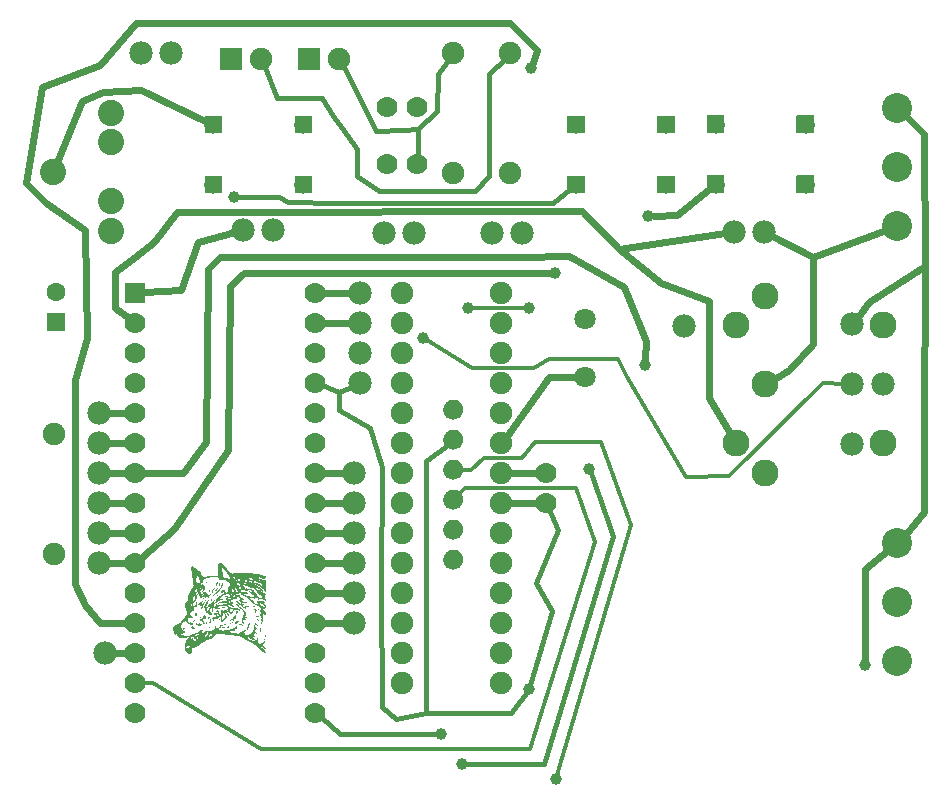
<source format=gtl>
G04 MADE WITH FRITZING*
G04 WWW.FRITZING.ORG*
G04 DOUBLE SIDED*
G04 HOLES PLATED*
G04 CONTOUR ON CENTER OF CONTOUR VECTOR*
%ASAXBY*%
%FSLAX23Y23*%
%MOIN*%
%OFA0B0*%
%SFA1.0B1.0*%
%ADD10C,0.039370*%
%ADD11C,0.100000*%
%ADD12C,0.065972*%
%ADD13C,0.075000*%
%ADD14C,0.078000*%
%ADD15C,0.070000*%
%ADD16C,0.062992*%
%ADD17C,0.090000*%
%ADD18C,0.059370*%
%ADD19C,0.087695*%
%ADD20C,0.087722*%
%ADD21C,0.070925*%
%ADD22C,0.070866*%
%ADD23R,0.062992X0.062992*%
%ADD24R,0.075000X0.075000*%
%ADD25R,0.069972X0.070000*%
%ADD26C,0.016000*%
%ADD27C,0.012000*%
%ADD28C,0.024000*%
%ADD29R,0.001000X0.001000*%
%LNCOPPER1*%
G90*
G70*
G54D10*
X752Y2003D03*
X1384Y1533D03*
X2856Y443D03*
X1534Y1632D03*
X1736Y1632D03*
X1825Y62D03*
X1736Y363D03*
G54D11*
X2964Y1905D03*
X2964Y2102D03*
X2964Y2299D03*
X2964Y1905D03*
X2964Y2102D03*
X2964Y2299D03*
X2964Y455D03*
X2964Y652D03*
X2964Y849D03*
X2964Y455D03*
X2964Y652D03*
X2964Y849D03*
G54D10*
X1936Y1095D03*
G54D12*
X1484Y792D03*
X1484Y892D03*
X1484Y992D03*
X1484Y1092D03*
X1484Y1192D03*
X1484Y1292D03*
X1484Y792D03*
X1484Y892D03*
X1484Y992D03*
X1484Y1092D03*
X1484Y1192D03*
X1484Y1292D03*
G54D13*
X1644Y382D03*
X1644Y482D03*
X1644Y582D03*
X1644Y682D03*
X1644Y782D03*
X1644Y882D03*
X1644Y982D03*
X1644Y1082D03*
X1644Y1182D03*
X1644Y1282D03*
X1644Y1382D03*
X1644Y1482D03*
X1644Y1582D03*
X1312Y1682D03*
X1312Y1582D03*
X1312Y1482D03*
X1312Y1382D03*
X1312Y1282D03*
X1312Y1182D03*
X1312Y1082D03*
X1312Y982D03*
X1312Y882D03*
X1312Y782D03*
X1312Y682D03*
X1312Y582D03*
X1312Y482D03*
X1312Y382D03*
X1644Y1682D03*
X1644Y382D03*
X1644Y482D03*
X1644Y582D03*
X1644Y682D03*
X1644Y782D03*
X1644Y882D03*
X1644Y982D03*
X1644Y1082D03*
X1644Y1182D03*
X1644Y1282D03*
X1644Y1382D03*
X1644Y1482D03*
X1644Y1582D03*
X1312Y1682D03*
X1312Y1582D03*
X1312Y1482D03*
X1312Y1382D03*
X1312Y1282D03*
X1312Y1182D03*
X1312Y1082D03*
X1312Y982D03*
X1312Y882D03*
X1312Y782D03*
X1312Y682D03*
X1312Y582D03*
X1312Y482D03*
X1312Y382D03*
X1644Y1682D03*
G54D10*
X2124Y1442D03*
X1514Y112D03*
X1444Y212D03*
X1744Y2432D03*
G54D14*
X1714Y1882D03*
X1614Y1882D03*
X1354Y1882D03*
X1254Y1882D03*
X884Y1892D03*
X784Y1892D03*
X1154Y1082D03*
X1154Y982D03*
X1154Y882D03*
X1154Y782D03*
X1154Y682D03*
X1154Y582D03*
X304Y1282D03*
X304Y1182D03*
X304Y1082D03*
X304Y982D03*
X304Y882D03*
X304Y782D03*
X1174Y1682D03*
X1174Y1582D03*
X1174Y1482D03*
X1174Y1382D03*
G54D15*
X1794Y1082D03*
X1794Y982D03*
G54D16*
X159Y1586D03*
X159Y1684D03*
G54D13*
X154Y1212D03*
X154Y812D03*
G54D14*
X2254Y1572D03*
X324Y482D03*
X444Y2482D03*
X544Y2482D03*
X2917Y1377D03*
X2917Y1377D03*
X2813Y1178D03*
X2813Y1378D03*
X2813Y1578D03*
X2813Y1178D03*
X2813Y1378D03*
X2813Y1578D03*
X2518Y1885D03*
X2418Y1885D03*
G54D15*
X1264Y2112D03*
X1364Y2112D03*
G54D17*
X2524Y1379D03*
X2524Y1673D03*
X2524Y1082D03*
X2425Y1182D03*
X2425Y1576D03*
X2917Y1182D03*
X2917Y1576D03*
X2524Y1379D03*
X2524Y1673D03*
X2524Y1082D03*
X2425Y1182D03*
X2425Y1576D03*
X2917Y1182D03*
X2917Y1576D03*
G54D15*
X1264Y2302D03*
X1364Y2302D03*
G54D18*
X1894Y2242D03*
X2194Y2242D03*
X1894Y2042D03*
X2194Y2042D03*
X1894Y2242D03*
X2194Y2242D03*
X1894Y2042D03*
X2194Y2042D03*
X2358Y2243D03*
X2658Y2243D03*
X2358Y2043D03*
X2658Y2043D03*
X2358Y2243D03*
X2658Y2243D03*
X2358Y2043D03*
X2658Y2043D03*
X684Y2242D03*
X984Y2242D03*
X684Y2042D03*
X984Y2042D03*
X684Y2242D03*
X984Y2242D03*
X684Y2042D03*
X984Y2042D03*
G54D19*
X148Y2085D03*
G54D20*
X344Y2282D03*
X344Y2184D03*
G54D19*
X344Y1987D03*
G54D20*
X344Y1888D03*
G54D13*
X1484Y2482D03*
X1484Y2082D03*
X1674Y2482D03*
X1674Y2082D03*
X1004Y2462D03*
X1104Y2462D03*
X744Y2462D03*
X844Y2462D03*
G54D15*
X424Y1682D03*
X424Y1582D03*
X424Y1482D03*
X424Y1382D03*
X424Y1282D03*
X424Y1182D03*
X424Y1082D03*
X424Y982D03*
X424Y882D03*
X424Y782D03*
X424Y682D03*
X424Y582D03*
X424Y482D03*
X424Y382D03*
X424Y282D03*
X1024Y1682D03*
X1024Y1582D03*
X1024Y1482D03*
X1024Y1382D03*
X1024Y1282D03*
X1024Y1182D03*
X1024Y1082D03*
X1024Y982D03*
X1024Y882D03*
X1024Y782D03*
X1024Y682D03*
X1024Y582D03*
X1024Y482D03*
X1024Y382D03*
X1024Y282D03*
G54D21*
X1924Y1595D03*
G54D22*
X1924Y1402D03*
G54D10*
X1821Y1750D03*
X2132Y1937D03*
G54D23*
X159Y1586D03*
G54D24*
X1004Y2462D03*
X744Y2462D03*
G54D25*
X424Y1682D03*
G54D26*
X903Y2001D02*
X766Y2003D01*
D02*
X932Y1985D02*
X903Y2001D01*
D02*
X1815Y1983D02*
X1095Y1983D01*
D02*
X1095Y1983D02*
X932Y1985D01*
D02*
X1874Y2027D02*
X1815Y1983D01*
G54D27*
D02*
X2258Y1070D02*
X2404Y1071D01*
D02*
X2715Y1382D02*
X2788Y1379D01*
D02*
X2404Y1071D02*
X2715Y1382D01*
D02*
X1804Y1462D02*
X2034Y1462D01*
D02*
X1754Y1432D02*
X1804Y1462D01*
D02*
X2034Y1462D02*
X2064Y1402D01*
D02*
X1545Y1432D02*
X1754Y1432D01*
D02*
X1396Y1526D02*
X1545Y1432D01*
D02*
X2064Y1402D02*
X2258Y1070D01*
G54D28*
D02*
X2870Y1653D02*
X2831Y1602D01*
D02*
X3055Y1772D02*
X2870Y1653D01*
D02*
X2683Y1802D02*
X2926Y1891D01*
D02*
X2856Y762D02*
X2933Y824D01*
D02*
X2856Y462D02*
X2856Y762D01*
G54D27*
D02*
X1548Y1632D02*
X1722Y1632D01*
G54D28*
D02*
X3055Y1772D02*
X3054Y2212D01*
D02*
X3054Y1231D02*
X3055Y1772D01*
D02*
X3054Y952D02*
X3054Y1231D01*
D02*
X3054Y2212D02*
X2994Y2271D01*
D02*
X2991Y880D02*
X3054Y952D01*
D02*
X335Y1182D02*
X395Y1182D01*
D02*
X335Y1282D02*
X395Y1282D01*
D02*
X1054Y882D02*
X1124Y882D01*
D02*
X1054Y982D02*
X1124Y982D01*
D02*
X1054Y1082D02*
X1124Y1082D01*
D02*
X395Y1082D02*
X335Y1082D01*
D02*
X1054Y582D02*
X1124Y582D01*
D02*
X1054Y682D02*
X1124Y682D01*
D02*
X1054Y782D02*
X1124Y782D01*
D02*
X395Y482D02*
X355Y482D01*
D02*
X424Y1802D02*
X485Y1852D01*
D02*
X355Y1752D02*
X424Y1802D01*
D02*
X355Y1632D02*
X355Y1752D01*
D02*
X401Y1599D02*
X355Y1632D01*
D02*
X395Y782D02*
X335Y782D01*
D02*
X395Y882D02*
X335Y882D01*
D02*
X395Y982D02*
X335Y982D01*
G54D27*
D02*
X1585Y1132D02*
X1544Y1092D01*
D02*
X1544Y1092D02*
X1506Y1092D01*
D02*
X1714Y1132D02*
X1585Y1132D01*
D02*
X1756Y1185D02*
X1714Y1132D01*
D02*
X1893Y1032D02*
X1575Y1033D01*
D02*
X1524Y1032D02*
X1499Y1007D01*
D02*
X1575Y1033D02*
X1524Y1032D01*
G54D26*
D02*
X1471Y2464D02*
X1433Y2413D01*
D02*
X1366Y2227D02*
X1365Y2133D01*
D02*
X1433Y2413D02*
X1429Y2287D01*
D02*
X1115Y2441D02*
X1225Y2221D01*
D02*
X1317Y2226D02*
X1366Y2227D01*
D02*
X1225Y2221D02*
X1317Y2226D01*
D02*
X1604Y2072D02*
X1555Y2022D01*
D02*
X1604Y2412D02*
X1604Y2072D01*
D02*
X1658Y2466D02*
X1604Y2412D01*
D02*
X1045Y2331D02*
X895Y2332D01*
D02*
X895Y2332D02*
X853Y2441D01*
D02*
X1084Y2272D02*
X1045Y2331D01*
D02*
X1114Y2231D02*
X1084Y2272D01*
D02*
X1164Y2162D02*
X1114Y2231D01*
D02*
X1164Y2072D02*
X1164Y2162D01*
D02*
X1236Y2023D02*
X1164Y2072D01*
D02*
X1555Y2022D02*
X1236Y2023D01*
G54D28*
D02*
X1804Y1401D02*
X1661Y1205D01*
D02*
X1898Y1402D02*
X1804Y1401D01*
G54D26*
D02*
X1245Y302D02*
X1294Y262D01*
D02*
X1394Y283D02*
X1676Y281D01*
D02*
X1294Y262D02*
X1394Y282D01*
D02*
X1244Y702D02*
X1245Y302D01*
D02*
X1245Y1102D02*
X1244Y702D01*
D02*
X1676Y281D02*
X1728Y352D01*
D02*
X1205Y1232D02*
X1245Y1102D01*
D02*
X1104Y1352D02*
X1104Y1292D01*
D02*
X1104Y1292D02*
X1205Y1232D01*
D02*
X1394Y1122D02*
X1468Y1179D01*
D02*
X1394Y283D02*
X1394Y1122D01*
D02*
X1832Y891D02*
X1802Y963D01*
D02*
X1759Y714D02*
X1832Y891D01*
G54D28*
D02*
X665Y1762D02*
X705Y1803D01*
D02*
X659Y1185D02*
X665Y1762D01*
D02*
X705Y1803D02*
X1024Y1802D01*
G54D26*
D02*
X1813Y621D02*
X1759Y714D01*
D02*
X1739Y376D02*
X1813Y621D01*
G54D28*
D02*
X1024Y1802D02*
X1704Y1802D01*
D02*
X584Y1082D02*
X659Y1185D01*
D02*
X454Y1082D02*
X584Y1082D01*
D02*
X2125Y1521D02*
X2124Y1461D01*
D02*
X2054Y1702D02*
X2125Y1521D01*
D02*
X1868Y1804D02*
X2054Y1702D01*
D02*
X1704Y1802D02*
X1868Y1804D01*
D02*
X162Y2120D02*
X245Y2323D01*
D02*
X634Y1851D02*
X575Y1692D01*
D02*
X575Y1692D02*
X453Y1684D01*
D02*
X755Y1884D02*
X634Y1851D01*
D02*
X444Y2360D02*
X657Y2256D01*
D02*
X315Y2351D02*
X444Y2360D01*
D02*
X245Y2323D02*
X315Y2351D01*
G54D26*
D02*
X1941Y1082D02*
X2015Y871D01*
D02*
X2015Y871D02*
X1785Y113D01*
D02*
X1785Y113D02*
X1528Y112D01*
D02*
X1105Y212D02*
X1042Y267D01*
D02*
X1431Y212D02*
X1105Y212D01*
G54D28*
D02*
X125Y1983D02*
X60Y2048D01*
D02*
X256Y1891D02*
X125Y1983D01*
D02*
X264Y1533D02*
X256Y1891D01*
D02*
X223Y711D02*
X223Y1391D01*
D02*
X223Y1391D02*
X264Y1533D01*
D02*
X255Y642D02*
X223Y711D01*
D02*
X305Y582D02*
X255Y642D01*
D02*
X405Y581D02*
X305Y582D01*
D02*
X395Y580D02*
X405Y581D01*
D02*
X60Y2048D02*
X111Y2368D01*
D02*
X111Y2368D02*
X305Y2442D01*
D02*
X1673Y2582D02*
X1764Y2492D01*
D02*
X1764Y2492D02*
X1750Y2450D01*
D02*
X425Y2581D02*
X1673Y2582D01*
D02*
X305Y2442D02*
X425Y2581D01*
D02*
X2388Y1881D02*
X2035Y1830D01*
D02*
X2335Y1333D02*
X2405Y1215D01*
D02*
X2177Y1715D02*
X2335Y1654D01*
D02*
X2335Y1654D02*
X2335Y1333D01*
D02*
X2035Y1830D02*
X2177Y1715D01*
D02*
X485Y1852D02*
X564Y1952D01*
D02*
X1912Y1954D02*
X2035Y1830D01*
D02*
X564Y1952D02*
X1912Y1954D01*
G54D27*
D02*
X2076Y909D02*
X1975Y1185D01*
D02*
X1829Y75D02*
X2076Y909D01*
D02*
X1975Y1185D02*
X1756Y1185D01*
G54D26*
D02*
X1046Y1374D02*
X1104Y1352D01*
D02*
X1104Y1352D02*
X1152Y1372D01*
G54D28*
D02*
X1054Y1582D02*
X1144Y1582D01*
D02*
X1054Y1682D02*
X1144Y1682D01*
D02*
X1768Y982D02*
X1673Y982D01*
D02*
X1768Y1082D02*
X1673Y1082D01*
D02*
X2684Y1513D02*
X2604Y1424D01*
D02*
X2683Y1802D02*
X2684Y1513D01*
D02*
X2545Y1871D02*
X2683Y1802D01*
G54D27*
D02*
X484Y382D02*
X842Y161D01*
D02*
X448Y382D02*
X484Y382D01*
G54D28*
D02*
X2604Y1424D02*
X2558Y1398D01*
G54D27*
D02*
X1739Y163D02*
X1956Y853D01*
D02*
X842Y161D02*
X1739Y163D01*
D02*
X1956Y853D02*
X1893Y1032D01*
G54D28*
D02*
X785Y1748D02*
X738Y1704D01*
D02*
X2230Y1942D02*
X2151Y1938D01*
D02*
X738Y1704D02*
X733Y1159D01*
D02*
X1802Y1750D02*
X785Y1748D01*
D02*
X733Y1159D02*
X554Y894D01*
D02*
X2334Y2024D02*
X2230Y1942D01*
D02*
X554Y894D02*
X446Y801D01*
G54D26*
D02*
X1429Y2287D02*
X1366Y2227D01*
G54D29*
X2328Y2273D02*
X2386Y2273D01*
X2628Y2273D02*
X2686Y2273D01*
X655Y2272D02*
X713Y2272D01*
X955Y2272D02*
X1013Y2272D01*
X1864Y2272D02*
X1923Y2272D01*
X2164Y2272D02*
X2223Y2272D01*
X2328Y2272D02*
X2386Y2272D01*
X2627Y2272D02*
X2686Y2272D01*
X655Y2271D02*
X713Y2271D01*
X955Y2271D02*
X1013Y2271D01*
X1864Y2271D02*
X1923Y2271D01*
X2164Y2271D02*
X2223Y2271D01*
X2328Y2271D02*
X2386Y2271D01*
X2627Y2271D02*
X2686Y2271D01*
X655Y2270D02*
X713Y2270D01*
X955Y2270D02*
X1013Y2270D01*
X1864Y2270D02*
X1923Y2270D01*
X2164Y2270D02*
X2223Y2270D01*
X2328Y2270D02*
X2386Y2270D01*
X2627Y2270D02*
X2686Y2270D01*
X655Y2269D02*
X713Y2269D01*
X955Y2269D02*
X1013Y2269D01*
X1864Y2269D02*
X1923Y2269D01*
X2164Y2269D02*
X2223Y2269D01*
X2328Y2269D02*
X2386Y2269D01*
X2627Y2269D02*
X2686Y2269D01*
X655Y2268D02*
X713Y2268D01*
X955Y2268D02*
X1013Y2268D01*
X1864Y2268D02*
X1923Y2268D01*
X2164Y2268D02*
X2223Y2268D01*
X2328Y2268D02*
X2386Y2268D01*
X2627Y2268D02*
X2686Y2268D01*
X655Y2267D02*
X713Y2267D01*
X955Y2267D02*
X1013Y2267D01*
X1864Y2267D02*
X1923Y2267D01*
X2164Y2267D02*
X2223Y2267D01*
X2328Y2267D02*
X2386Y2267D01*
X2627Y2267D02*
X2686Y2267D01*
X655Y2266D02*
X713Y2266D01*
X955Y2266D02*
X1013Y2266D01*
X1864Y2266D02*
X1923Y2266D01*
X2164Y2266D02*
X2223Y2266D01*
X2328Y2266D02*
X2386Y2266D01*
X2627Y2266D02*
X2686Y2266D01*
X655Y2265D02*
X713Y2265D01*
X955Y2265D02*
X1013Y2265D01*
X1864Y2265D02*
X1923Y2265D01*
X2164Y2265D02*
X2223Y2265D01*
X2328Y2265D02*
X2386Y2265D01*
X2627Y2265D02*
X2686Y2265D01*
X655Y2264D02*
X713Y2264D01*
X955Y2264D02*
X1013Y2264D01*
X1864Y2264D02*
X1923Y2264D01*
X2164Y2264D02*
X2223Y2264D01*
X2328Y2264D02*
X2386Y2264D01*
X2627Y2264D02*
X2686Y2264D01*
X655Y2263D02*
X713Y2263D01*
X955Y2263D02*
X1013Y2263D01*
X1864Y2263D02*
X1923Y2263D01*
X2164Y2263D02*
X2223Y2263D01*
X2328Y2263D02*
X2352Y2263D01*
X2361Y2263D02*
X2386Y2263D01*
X2627Y2263D02*
X2652Y2263D01*
X2661Y2263D02*
X2686Y2263D01*
X655Y2262D02*
X679Y2262D01*
X689Y2262D02*
X713Y2262D01*
X955Y2262D02*
X979Y2262D01*
X989Y2262D02*
X1013Y2262D01*
X1864Y2262D02*
X1889Y2262D01*
X1898Y2262D02*
X1923Y2262D01*
X2164Y2262D02*
X2189Y2262D01*
X2198Y2262D02*
X2223Y2262D01*
X2328Y2262D02*
X2349Y2262D01*
X2364Y2262D02*
X2386Y2262D01*
X2627Y2262D02*
X2649Y2262D01*
X2664Y2262D02*
X2686Y2262D01*
X655Y2261D02*
X676Y2261D01*
X692Y2261D02*
X713Y2261D01*
X955Y2261D02*
X976Y2261D01*
X992Y2261D02*
X1013Y2261D01*
X1864Y2261D02*
X1886Y2261D01*
X1902Y2261D02*
X1923Y2261D01*
X2164Y2261D02*
X2186Y2261D01*
X2201Y2261D02*
X2223Y2261D01*
X2328Y2261D02*
X2347Y2261D01*
X2367Y2261D02*
X2386Y2261D01*
X2627Y2261D02*
X2647Y2261D01*
X2666Y2261D02*
X2686Y2261D01*
X655Y2260D02*
X674Y2260D01*
X694Y2260D02*
X713Y2260D01*
X955Y2260D02*
X974Y2260D01*
X994Y2260D02*
X1013Y2260D01*
X1864Y2260D02*
X1884Y2260D01*
X1903Y2260D02*
X1923Y2260D01*
X2164Y2260D02*
X2184Y2260D01*
X2203Y2260D02*
X2223Y2260D01*
X2328Y2260D02*
X2345Y2260D01*
X2368Y2260D02*
X2386Y2260D01*
X2627Y2260D02*
X2645Y2260D01*
X2668Y2260D02*
X2686Y2260D01*
X655Y2259D02*
X672Y2259D01*
X695Y2259D02*
X713Y2259D01*
X955Y2259D02*
X972Y2259D01*
X995Y2259D02*
X1013Y2259D01*
X1864Y2259D02*
X1882Y2259D01*
X1905Y2259D02*
X1923Y2259D01*
X2164Y2259D02*
X2182Y2259D01*
X2205Y2259D02*
X2223Y2259D01*
X2328Y2259D02*
X2344Y2259D01*
X2370Y2259D02*
X2386Y2259D01*
X2627Y2259D02*
X2644Y2259D01*
X2669Y2259D02*
X2686Y2259D01*
X655Y2258D02*
X671Y2258D01*
X697Y2258D02*
X713Y2258D01*
X955Y2258D02*
X971Y2258D01*
X997Y2258D02*
X1013Y2258D01*
X1864Y2258D02*
X1881Y2258D01*
X1906Y2258D02*
X1923Y2258D01*
X2164Y2258D02*
X2181Y2258D01*
X2206Y2258D02*
X2223Y2258D01*
X2328Y2258D02*
X2343Y2258D01*
X2371Y2258D02*
X2386Y2258D01*
X2627Y2258D02*
X2643Y2258D01*
X2671Y2258D02*
X2686Y2258D01*
X655Y2257D02*
X670Y2257D01*
X698Y2257D02*
X713Y2257D01*
X955Y2257D02*
X970Y2257D01*
X998Y2257D02*
X1013Y2257D01*
X1864Y2257D02*
X1879Y2257D01*
X1908Y2257D02*
X1923Y2257D01*
X2164Y2257D02*
X2179Y2257D01*
X2208Y2257D02*
X2223Y2257D01*
X2328Y2257D02*
X2342Y2257D01*
X2372Y2257D02*
X2386Y2257D01*
X2627Y2257D02*
X2642Y2257D01*
X2672Y2257D02*
X2686Y2257D01*
X655Y2256D02*
X669Y2256D01*
X699Y2256D02*
X713Y2256D01*
X955Y2256D02*
X969Y2256D01*
X999Y2256D02*
X1013Y2256D01*
X1864Y2256D02*
X1879Y2256D01*
X1909Y2256D02*
X1923Y2256D01*
X2164Y2256D02*
X2178Y2256D01*
X2209Y2256D02*
X2223Y2256D01*
X2328Y2256D02*
X2341Y2256D01*
X2373Y2256D02*
X2386Y2256D01*
X2627Y2256D02*
X2641Y2256D01*
X2672Y2256D02*
X2686Y2256D01*
X655Y2255D02*
X668Y2255D01*
X700Y2255D02*
X713Y2255D01*
X955Y2255D02*
X968Y2255D01*
X1000Y2255D02*
X1013Y2255D01*
X1864Y2255D02*
X1878Y2255D01*
X1909Y2255D02*
X1923Y2255D01*
X2164Y2255D02*
X2178Y2255D01*
X2209Y2255D02*
X2223Y2255D01*
X2328Y2255D02*
X2340Y2255D01*
X2373Y2255D02*
X2386Y2255D01*
X2627Y2255D02*
X2640Y2255D01*
X2673Y2255D02*
X2686Y2255D01*
X655Y2254D02*
X667Y2254D01*
X700Y2254D02*
X713Y2254D01*
X955Y2254D02*
X967Y2254D01*
X1000Y2254D02*
X1013Y2254D01*
X1864Y2254D02*
X1877Y2254D01*
X1910Y2254D02*
X1923Y2254D01*
X2164Y2254D02*
X2177Y2254D01*
X2210Y2254D02*
X2223Y2254D01*
X2328Y2254D02*
X2340Y2254D01*
X2374Y2254D02*
X2386Y2254D01*
X2627Y2254D02*
X2639Y2254D01*
X2674Y2254D02*
X2686Y2254D01*
X655Y2253D02*
X667Y2253D01*
X701Y2253D02*
X713Y2253D01*
X955Y2253D02*
X966Y2253D01*
X1001Y2253D02*
X1013Y2253D01*
X1864Y2253D02*
X1876Y2253D01*
X1911Y2253D02*
X1923Y2253D01*
X2164Y2253D02*
X2176Y2253D01*
X2211Y2253D02*
X2223Y2253D01*
X2328Y2253D02*
X2339Y2253D01*
X2375Y2253D02*
X2386Y2253D01*
X2627Y2253D02*
X2639Y2253D01*
X2674Y2253D02*
X2686Y2253D01*
X655Y2252D02*
X666Y2252D01*
X702Y2252D02*
X713Y2252D01*
X955Y2252D02*
X966Y2252D01*
X1002Y2252D02*
X1013Y2252D01*
X1864Y2252D02*
X1876Y2252D01*
X1911Y2252D02*
X1923Y2252D01*
X2164Y2252D02*
X2176Y2252D01*
X2211Y2252D02*
X2223Y2252D01*
X2328Y2252D02*
X2338Y2252D01*
X2375Y2252D02*
X2386Y2252D01*
X2627Y2252D02*
X2638Y2252D01*
X2675Y2252D02*
X2686Y2252D01*
X655Y2251D02*
X665Y2251D01*
X702Y2251D02*
X713Y2251D01*
X955Y2251D02*
X965Y2251D01*
X1002Y2251D02*
X1013Y2251D01*
X1864Y2251D02*
X1875Y2251D01*
X1912Y2251D02*
X1923Y2251D01*
X2164Y2251D02*
X2175Y2251D01*
X2212Y2251D02*
X2223Y2251D01*
X2328Y2251D02*
X2338Y2251D01*
X2375Y2251D02*
X2386Y2251D01*
X2627Y2251D02*
X2638Y2251D01*
X2675Y2251D02*
X2686Y2251D01*
X655Y2250D02*
X665Y2250D01*
X703Y2250D02*
X713Y2250D01*
X955Y2250D02*
X965Y2250D01*
X1003Y2250D02*
X1013Y2250D01*
X1864Y2250D02*
X1875Y2250D01*
X1912Y2250D02*
X1923Y2250D01*
X2164Y2250D02*
X2175Y2250D01*
X2212Y2250D02*
X2223Y2250D01*
X2328Y2250D02*
X2338Y2250D01*
X2376Y2250D02*
X2386Y2250D01*
X2627Y2250D02*
X2638Y2250D01*
X2676Y2250D02*
X2686Y2250D01*
X655Y2249D02*
X665Y2249D01*
X703Y2249D02*
X713Y2249D01*
X955Y2249D02*
X965Y2249D01*
X1003Y2249D02*
X1013Y2249D01*
X1864Y2249D02*
X1874Y2249D01*
X1913Y2249D02*
X1923Y2249D01*
X2164Y2249D02*
X2174Y2249D01*
X2213Y2249D02*
X2223Y2249D01*
X2328Y2249D02*
X2337Y2249D01*
X2376Y2249D02*
X2386Y2249D01*
X2627Y2249D02*
X2637Y2249D01*
X2676Y2249D02*
X2686Y2249D01*
X655Y2248D02*
X664Y2248D01*
X703Y2248D02*
X713Y2248D01*
X955Y2248D02*
X964Y2248D01*
X1003Y2248D02*
X1013Y2248D01*
X1864Y2248D02*
X1874Y2248D01*
X1913Y2248D02*
X1923Y2248D01*
X2164Y2248D02*
X2174Y2248D01*
X2213Y2248D02*
X2223Y2248D01*
X2328Y2248D02*
X2337Y2248D01*
X2376Y2248D02*
X2386Y2248D01*
X2627Y2248D02*
X2637Y2248D01*
X2676Y2248D02*
X2686Y2248D01*
X655Y2247D02*
X664Y2247D01*
X703Y2247D02*
X713Y2247D01*
X955Y2247D02*
X964Y2247D01*
X1003Y2247D02*
X1013Y2247D01*
X1864Y2247D02*
X1874Y2247D01*
X1913Y2247D02*
X1923Y2247D01*
X2164Y2247D02*
X2174Y2247D01*
X2213Y2247D02*
X2223Y2247D01*
X2328Y2247D02*
X2337Y2247D01*
X2377Y2247D02*
X2386Y2247D01*
X2627Y2247D02*
X2637Y2247D01*
X2677Y2247D02*
X2686Y2247D01*
X655Y2246D02*
X664Y2246D01*
X704Y2246D02*
X713Y2246D01*
X955Y2246D02*
X964Y2246D01*
X1004Y2246D02*
X1013Y2246D01*
X1864Y2246D02*
X1874Y2246D01*
X1913Y2246D02*
X1923Y2246D01*
X2164Y2246D02*
X2174Y2246D01*
X2213Y2246D02*
X2223Y2246D01*
X2328Y2246D02*
X2337Y2246D01*
X2377Y2246D02*
X2386Y2246D01*
X2627Y2246D02*
X2637Y2246D01*
X2677Y2246D02*
X2686Y2246D01*
X655Y2245D02*
X664Y2245D01*
X704Y2245D02*
X713Y2245D01*
X955Y2245D02*
X964Y2245D01*
X1004Y2245D02*
X1013Y2245D01*
X1864Y2245D02*
X1874Y2245D01*
X1913Y2245D02*
X1923Y2245D01*
X2164Y2245D02*
X2174Y2245D01*
X2213Y2245D02*
X2223Y2245D01*
X2328Y2245D02*
X2337Y2245D01*
X2377Y2245D02*
X2386Y2245D01*
X2627Y2245D02*
X2637Y2245D01*
X2677Y2245D02*
X2686Y2245D01*
X655Y2244D02*
X664Y2244D01*
X704Y2244D02*
X713Y2244D01*
X955Y2244D02*
X964Y2244D01*
X1004Y2244D02*
X1013Y2244D01*
X1864Y2244D02*
X1873Y2244D01*
X1914Y2244D02*
X1923Y2244D01*
X2164Y2244D02*
X2173Y2244D01*
X2214Y2244D02*
X2223Y2244D01*
X2328Y2244D02*
X2337Y2244D01*
X2377Y2244D02*
X2386Y2244D01*
X2627Y2244D02*
X2637Y2244D01*
X2677Y2244D02*
X2686Y2244D01*
X655Y2243D02*
X664Y2243D01*
X704Y2243D02*
X713Y2243D01*
X955Y2243D02*
X964Y2243D01*
X1004Y2243D02*
X1013Y2243D01*
X1864Y2243D02*
X1873Y2243D01*
X1914Y2243D02*
X1923Y2243D01*
X2164Y2243D02*
X2173Y2243D01*
X2214Y2243D02*
X2223Y2243D01*
X2328Y2243D02*
X2337Y2243D01*
X2377Y2243D02*
X2386Y2243D01*
X2627Y2243D02*
X2637Y2243D01*
X2677Y2243D02*
X2686Y2243D01*
X655Y2242D02*
X664Y2242D01*
X704Y2242D02*
X713Y2242D01*
X955Y2242D02*
X964Y2242D01*
X1004Y2242D02*
X1013Y2242D01*
X1864Y2242D02*
X1873Y2242D01*
X1914Y2242D02*
X1923Y2242D01*
X2164Y2242D02*
X2173Y2242D01*
X2214Y2242D02*
X2223Y2242D01*
X2328Y2242D02*
X2337Y2242D01*
X2377Y2242D02*
X2386Y2242D01*
X2627Y2242D02*
X2637Y2242D01*
X2677Y2242D02*
X2686Y2242D01*
X655Y2241D02*
X664Y2241D01*
X704Y2241D02*
X713Y2241D01*
X955Y2241D02*
X964Y2241D01*
X1004Y2241D02*
X1013Y2241D01*
X1864Y2241D02*
X1874Y2241D01*
X1914Y2241D02*
X1923Y2241D01*
X2164Y2241D02*
X2173Y2241D01*
X2213Y2241D02*
X2223Y2241D01*
X2328Y2241D02*
X2337Y2241D01*
X2377Y2241D02*
X2386Y2241D01*
X2627Y2241D02*
X2637Y2241D01*
X2677Y2241D02*
X2686Y2241D01*
X655Y2240D02*
X664Y2240D01*
X704Y2240D02*
X713Y2240D01*
X955Y2240D02*
X964Y2240D01*
X1004Y2240D02*
X1013Y2240D01*
X1864Y2240D02*
X1874Y2240D01*
X1913Y2240D02*
X1923Y2240D01*
X2164Y2240D02*
X2174Y2240D01*
X2213Y2240D02*
X2223Y2240D01*
X2328Y2240D02*
X2337Y2240D01*
X2377Y2240D02*
X2386Y2240D01*
X2627Y2240D02*
X2637Y2240D01*
X2676Y2240D02*
X2686Y2240D01*
X655Y2239D02*
X664Y2239D01*
X704Y2239D02*
X713Y2239D01*
X955Y2239D02*
X964Y2239D01*
X1003Y2239D02*
X1013Y2239D01*
X1864Y2239D02*
X1874Y2239D01*
X1913Y2239D02*
X1923Y2239D01*
X2164Y2239D02*
X2174Y2239D01*
X2213Y2239D02*
X2223Y2239D01*
X2328Y2239D02*
X2337Y2239D01*
X2376Y2239D02*
X2386Y2239D01*
X2627Y2239D02*
X2637Y2239D01*
X2676Y2239D02*
X2686Y2239D01*
X655Y2238D02*
X664Y2238D01*
X703Y2238D02*
X713Y2238D01*
X955Y2238D02*
X964Y2238D01*
X1003Y2238D02*
X1013Y2238D01*
X1864Y2238D02*
X1874Y2238D01*
X1913Y2238D02*
X1923Y2238D01*
X2164Y2238D02*
X2174Y2238D01*
X2213Y2238D02*
X2223Y2238D01*
X2328Y2238D02*
X2338Y2238D01*
X2376Y2238D02*
X2386Y2238D01*
X2627Y2238D02*
X2637Y2238D01*
X2676Y2238D02*
X2686Y2238D01*
X655Y2237D02*
X665Y2237D01*
X703Y2237D02*
X713Y2237D01*
X955Y2237D02*
X965Y2237D01*
X1003Y2237D02*
X1013Y2237D01*
X1864Y2237D02*
X1874Y2237D01*
X1913Y2237D02*
X1923Y2237D01*
X2164Y2237D02*
X2174Y2237D01*
X2213Y2237D02*
X2223Y2237D01*
X2328Y2237D02*
X2338Y2237D01*
X2376Y2237D02*
X2386Y2237D01*
X2627Y2237D02*
X2638Y2237D01*
X2676Y2237D02*
X2686Y2237D01*
X655Y2236D02*
X665Y2236D01*
X703Y2236D02*
X713Y2236D01*
X955Y2236D02*
X965Y2236D01*
X1003Y2236D02*
X1013Y2236D01*
X1864Y2236D02*
X1875Y2236D01*
X1912Y2236D02*
X1923Y2236D01*
X2164Y2236D02*
X2175Y2236D01*
X2212Y2236D02*
X2223Y2236D01*
X2328Y2236D02*
X2338Y2236D01*
X2375Y2236D02*
X2386Y2236D01*
X2627Y2236D02*
X2638Y2236D01*
X2675Y2236D02*
X2686Y2236D01*
X655Y2235D02*
X665Y2235D01*
X702Y2235D02*
X713Y2235D01*
X955Y2235D02*
X965Y2235D01*
X1002Y2235D02*
X1013Y2235D01*
X1864Y2235D02*
X1875Y2235D01*
X1912Y2235D02*
X1923Y2235D01*
X2164Y2235D02*
X2175Y2235D01*
X2212Y2235D02*
X2223Y2235D01*
X2328Y2235D02*
X2339Y2235D01*
X2375Y2235D02*
X2386Y2235D01*
X2627Y2235D02*
X2639Y2235D01*
X2675Y2235D02*
X2686Y2235D01*
X655Y2234D02*
X666Y2234D01*
X702Y2234D02*
X713Y2234D01*
X955Y2234D02*
X966Y2234D01*
X1002Y2234D02*
X1013Y2234D01*
X1864Y2234D02*
X1876Y2234D01*
X1912Y2234D02*
X1923Y2234D01*
X2164Y2234D02*
X2175Y2234D01*
X2211Y2234D02*
X2223Y2234D01*
X2328Y2234D02*
X2339Y2234D01*
X2374Y2234D02*
X2386Y2234D01*
X2627Y2234D02*
X2639Y2234D01*
X2674Y2234D02*
X2686Y2234D01*
X655Y2233D02*
X666Y2233D01*
X701Y2233D02*
X713Y2233D01*
X955Y2233D02*
X966Y2233D01*
X1001Y2233D02*
X1013Y2233D01*
X1864Y2233D02*
X1876Y2233D01*
X1911Y2233D02*
X1923Y2233D01*
X2164Y2233D02*
X2176Y2233D01*
X2211Y2233D02*
X2223Y2233D01*
X2328Y2233D02*
X2340Y2233D01*
X2374Y2233D02*
X2386Y2233D01*
X2627Y2233D02*
X2640Y2233D01*
X2674Y2233D02*
X2686Y2233D01*
X655Y2232D02*
X667Y2232D01*
X701Y2232D02*
X713Y2232D01*
X955Y2232D02*
X967Y2232D01*
X1001Y2232D02*
X1013Y2232D01*
X1864Y2232D02*
X1877Y2232D01*
X1910Y2232D02*
X1923Y2232D01*
X2164Y2232D02*
X2177Y2232D01*
X2210Y2232D02*
X2223Y2232D01*
X2328Y2232D02*
X2341Y2232D01*
X2373Y2232D02*
X2386Y2232D01*
X2627Y2232D02*
X2640Y2232D01*
X2673Y2232D02*
X2686Y2232D01*
X655Y2231D02*
X668Y2231D01*
X700Y2231D02*
X713Y2231D01*
X955Y2231D02*
X968Y2231D01*
X1000Y2231D02*
X1013Y2231D01*
X1864Y2231D02*
X1877Y2231D01*
X1910Y2231D02*
X1923Y2231D01*
X2164Y2231D02*
X2177Y2231D01*
X2210Y2231D02*
X2223Y2231D01*
X2328Y2231D02*
X2341Y2231D01*
X2372Y2231D02*
X2386Y2231D01*
X2627Y2231D02*
X2641Y2231D01*
X2672Y2231D02*
X2686Y2231D01*
X655Y2230D02*
X668Y2230D01*
X699Y2230D02*
X713Y2230D01*
X955Y2230D02*
X968Y2230D01*
X999Y2230D02*
X1013Y2230D01*
X1864Y2230D02*
X1878Y2230D01*
X1909Y2230D02*
X1923Y2230D01*
X2164Y2230D02*
X2178Y2230D01*
X2209Y2230D02*
X2223Y2230D01*
X2328Y2230D02*
X2342Y2230D01*
X2371Y2230D02*
X2386Y2230D01*
X2627Y2230D02*
X2642Y2230D01*
X2671Y2230D02*
X2686Y2230D01*
X655Y2229D02*
X669Y2229D01*
X698Y2229D02*
X713Y2229D01*
X955Y2229D02*
X969Y2229D01*
X998Y2229D02*
X1013Y2229D01*
X1864Y2229D02*
X1879Y2229D01*
X1908Y2229D02*
X1923Y2229D01*
X2164Y2229D02*
X2179Y2229D01*
X2208Y2229D02*
X2223Y2229D01*
X2328Y2229D02*
X2343Y2229D01*
X2370Y2229D02*
X2386Y2229D01*
X2627Y2229D02*
X2643Y2229D01*
X2670Y2229D02*
X2686Y2229D01*
X655Y2228D02*
X670Y2228D01*
X697Y2228D02*
X713Y2228D01*
X955Y2228D02*
X970Y2228D01*
X997Y2228D02*
X1013Y2228D01*
X1864Y2228D02*
X1880Y2228D01*
X1907Y2228D02*
X1923Y2228D01*
X2164Y2228D02*
X2180Y2228D01*
X2207Y2228D02*
X2223Y2228D01*
X2328Y2228D02*
X2345Y2228D01*
X2369Y2228D02*
X2386Y2228D01*
X2627Y2228D02*
X2645Y2228D01*
X2669Y2228D02*
X2686Y2228D01*
X655Y2227D02*
X672Y2227D01*
X696Y2227D02*
X713Y2227D01*
X955Y2227D02*
X972Y2227D01*
X996Y2227D02*
X1013Y2227D01*
X1864Y2227D02*
X1881Y2227D01*
X1906Y2227D02*
X1923Y2227D01*
X2164Y2227D02*
X2181Y2227D01*
X2206Y2227D02*
X2223Y2227D01*
X2328Y2227D02*
X2346Y2227D01*
X2367Y2227D02*
X2386Y2227D01*
X2627Y2227D02*
X2646Y2227D01*
X2667Y2227D02*
X2686Y2227D01*
X655Y2226D02*
X673Y2226D01*
X694Y2226D02*
X713Y2226D01*
X955Y2226D02*
X973Y2226D01*
X994Y2226D02*
X1013Y2226D01*
X1864Y2226D02*
X1883Y2226D01*
X1904Y2226D02*
X1923Y2226D01*
X2164Y2226D02*
X2183Y2226D01*
X2204Y2226D02*
X2223Y2226D01*
X2328Y2226D02*
X2348Y2226D01*
X2366Y2226D02*
X2386Y2226D01*
X2627Y2226D02*
X2648Y2226D01*
X2666Y2226D02*
X2686Y2226D01*
X655Y2225D02*
X675Y2225D01*
X693Y2225D02*
X713Y2225D01*
X955Y2225D02*
X975Y2225D01*
X992Y2225D02*
X1013Y2225D01*
X1864Y2225D02*
X1885Y2225D01*
X1902Y2225D02*
X1923Y2225D01*
X2164Y2225D02*
X2185Y2225D01*
X2202Y2225D02*
X2223Y2225D01*
X2328Y2225D02*
X2351Y2225D01*
X2363Y2225D02*
X2386Y2225D01*
X2627Y2225D02*
X2651Y2225D01*
X2663Y2225D02*
X2686Y2225D01*
X655Y2224D02*
X678Y2224D01*
X690Y2224D02*
X713Y2224D01*
X955Y2224D02*
X978Y2224D01*
X990Y2224D02*
X1013Y2224D01*
X1864Y2224D02*
X1888Y2224D01*
X1899Y2224D02*
X1923Y2224D01*
X2164Y2224D02*
X2188Y2224D01*
X2199Y2224D02*
X2223Y2224D01*
X2328Y2224D02*
X2386Y2224D01*
X2627Y2224D02*
X2686Y2224D01*
X655Y2223D02*
X713Y2223D01*
X955Y2223D02*
X1013Y2223D01*
X1864Y2223D02*
X1923Y2223D01*
X2164Y2223D02*
X2223Y2223D01*
X2328Y2223D02*
X2386Y2223D01*
X2627Y2223D02*
X2686Y2223D01*
X655Y2222D02*
X713Y2222D01*
X955Y2222D02*
X1013Y2222D01*
X1864Y2222D02*
X1923Y2222D01*
X2164Y2222D02*
X2223Y2222D01*
X2328Y2222D02*
X2386Y2222D01*
X2627Y2222D02*
X2686Y2222D01*
X655Y2221D02*
X713Y2221D01*
X955Y2221D02*
X1013Y2221D01*
X1864Y2221D02*
X1923Y2221D01*
X2164Y2221D02*
X2223Y2221D01*
X2328Y2221D02*
X2386Y2221D01*
X2627Y2221D02*
X2686Y2221D01*
X655Y2220D02*
X713Y2220D01*
X955Y2220D02*
X1013Y2220D01*
X1864Y2220D02*
X1923Y2220D01*
X2164Y2220D02*
X2223Y2220D01*
X2328Y2220D02*
X2386Y2220D01*
X2627Y2220D02*
X2686Y2220D01*
X655Y2219D02*
X713Y2219D01*
X955Y2219D02*
X1013Y2219D01*
X1864Y2219D02*
X1923Y2219D01*
X2164Y2219D02*
X2223Y2219D01*
X2328Y2219D02*
X2386Y2219D01*
X2627Y2219D02*
X2686Y2219D01*
X655Y2218D02*
X713Y2218D01*
X955Y2218D02*
X1013Y2218D01*
X1864Y2218D02*
X1923Y2218D01*
X2164Y2218D02*
X2223Y2218D01*
X2328Y2218D02*
X2386Y2218D01*
X2627Y2218D02*
X2686Y2218D01*
X655Y2217D02*
X713Y2217D01*
X955Y2217D02*
X1013Y2217D01*
X1864Y2217D02*
X1923Y2217D01*
X2164Y2217D02*
X2223Y2217D01*
X2328Y2217D02*
X2386Y2217D01*
X2627Y2217D02*
X2686Y2217D01*
X655Y2216D02*
X713Y2216D01*
X955Y2216D02*
X1013Y2216D01*
X1864Y2216D02*
X1923Y2216D01*
X2164Y2216D02*
X2223Y2216D01*
X2328Y2216D02*
X2386Y2216D01*
X2627Y2216D02*
X2686Y2216D01*
X655Y2215D02*
X713Y2215D01*
X955Y2215D02*
X1013Y2215D01*
X1864Y2215D02*
X1923Y2215D01*
X2164Y2215D02*
X2223Y2215D01*
X2328Y2215D02*
X2386Y2215D01*
X2627Y2215D02*
X2686Y2215D01*
X655Y2214D02*
X713Y2214D01*
X955Y2214D02*
X1013Y2214D01*
X1864Y2214D02*
X1923Y2214D01*
X2164Y2214D02*
X2223Y2214D01*
X2328Y2073D02*
X2386Y2073D01*
X2628Y2073D02*
X2686Y2073D01*
X655Y2072D02*
X713Y2072D01*
X955Y2072D02*
X1013Y2072D01*
X1864Y2072D02*
X1923Y2072D01*
X2164Y2072D02*
X2223Y2072D01*
X2328Y2072D02*
X2386Y2072D01*
X2627Y2072D02*
X2686Y2072D01*
X655Y2071D02*
X713Y2071D01*
X955Y2071D02*
X1013Y2071D01*
X1864Y2071D02*
X1923Y2071D01*
X2164Y2071D02*
X2223Y2071D01*
X2328Y2071D02*
X2386Y2071D01*
X2627Y2071D02*
X2686Y2071D01*
X655Y2070D02*
X713Y2070D01*
X955Y2070D02*
X1013Y2070D01*
X1864Y2070D02*
X1923Y2070D01*
X2164Y2070D02*
X2223Y2070D01*
X2328Y2070D02*
X2386Y2070D01*
X2627Y2070D02*
X2686Y2070D01*
X655Y2069D02*
X713Y2069D01*
X955Y2069D02*
X1013Y2069D01*
X1864Y2069D02*
X1923Y2069D01*
X2164Y2069D02*
X2223Y2069D01*
X2328Y2069D02*
X2386Y2069D01*
X2627Y2069D02*
X2686Y2069D01*
X655Y2068D02*
X713Y2068D01*
X955Y2068D02*
X1013Y2068D01*
X1864Y2068D02*
X1923Y2068D01*
X2164Y2068D02*
X2223Y2068D01*
X2328Y2068D02*
X2386Y2068D01*
X2627Y2068D02*
X2686Y2068D01*
X655Y2067D02*
X713Y2067D01*
X955Y2067D02*
X1013Y2067D01*
X1864Y2067D02*
X1923Y2067D01*
X2164Y2067D02*
X2223Y2067D01*
X2328Y2067D02*
X2386Y2067D01*
X2627Y2067D02*
X2686Y2067D01*
X655Y2066D02*
X713Y2066D01*
X955Y2066D02*
X1013Y2066D01*
X1864Y2066D02*
X1923Y2066D01*
X2164Y2066D02*
X2223Y2066D01*
X2328Y2066D02*
X2386Y2066D01*
X2627Y2066D02*
X2686Y2066D01*
X655Y2065D02*
X713Y2065D01*
X955Y2065D02*
X1013Y2065D01*
X1864Y2065D02*
X1923Y2065D01*
X2164Y2065D02*
X2223Y2065D01*
X2328Y2065D02*
X2386Y2065D01*
X2627Y2065D02*
X2686Y2065D01*
X655Y2064D02*
X713Y2064D01*
X955Y2064D02*
X1013Y2064D01*
X1864Y2064D02*
X1923Y2064D01*
X2164Y2064D02*
X2223Y2064D01*
X2328Y2064D02*
X2386Y2064D01*
X2627Y2064D02*
X2686Y2064D01*
X655Y2063D02*
X713Y2063D01*
X955Y2063D02*
X1013Y2063D01*
X1864Y2063D02*
X1923Y2063D01*
X2164Y2063D02*
X2223Y2063D01*
X2328Y2063D02*
X2352Y2063D01*
X2361Y2063D02*
X2386Y2063D01*
X2627Y2063D02*
X2652Y2063D01*
X2661Y2063D02*
X2686Y2063D01*
X655Y2062D02*
X679Y2062D01*
X689Y2062D02*
X713Y2062D01*
X955Y2062D02*
X979Y2062D01*
X989Y2062D02*
X1013Y2062D01*
X1864Y2062D02*
X1889Y2062D01*
X1899Y2062D02*
X1923Y2062D01*
X2164Y2062D02*
X2188Y2062D01*
X2198Y2062D02*
X2223Y2062D01*
X2328Y2062D02*
X2349Y2062D01*
X2365Y2062D02*
X2386Y2062D01*
X2627Y2062D02*
X2649Y2062D01*
X2665Y2062D02*
X2686Y2062D01*
X655Y2061D02*
X676Y2061D01*
X692Y2061D02*
X713Y2061D01*
X955Y2061D02*
X976Y2061D01*
X992Y2061D02*
X1013Y2061D01*
X1864Y2061D02*
X1885Y2061D01*
X1902Y2061D02*
X1923Y2061D01*
X2164Y2061D02*
X2185Y2061D01*
X2202Y2061D02*
X2223Y2061D01*
X2328Y2061D02*
X2347Y2061D01*
X2367Y2061D02*
X2386Y2061D01*
X2627Y2061D02*
X2647Y2061D01*
X2667Y2061D02*
X2686Y2061D01*
X655Y2060D02*
X674Y2060D01*
X694Y2060D02*
X713Y2060D01*
X955Y2060D02*
X974Y2060D01*
X994Y2060D02*
X1013Y2060D01*
X1864Y2060D02*
X1884Y2060D01*
X1904Y2060D02*
X1923Y2060D01*
X2164Y2060D02*
X2183Y2060D01*
X2204Y2060D02*
X2223Y2060D01*
X2328Y2060D02*
X2345Y2060D01*
X2368Y2060D02*
X2386Y2060D01*
X2627Y2060D02*
X2645Y2060D01*
X2668Y2060D02*
X2686Y2060D01*
X655Y2059D02*
X672Y2059D01*
X696Y2059D02*
X713Y2059D01*
X955Y2059D02*
X972Y2059D01*
X995Y2059D02*
X1013Y2059D01*
X1864Y2059D02*
X1882Y2059D01*
X1905Y2059D02*
X1923Y2059D01*
X2164Y2059D02*
X2182Y2059D01*
X2205Y2059D02*
X2223Y2059D01*
X2328Y2059D02*
X2344Y2059D01*
X2370Y2059D02*
X2386Y2059D01*
X2627Y2059D02*
X2644Y2059D01*
X2670Y2059D02*
X2686Y2059D01*
X655Y2058D02*
X671Y2058D01*
X697Y2058D02*
X713Y2058D01*
X955Y2058D02*
X971Y2058D01*
X997Y2058D02*
X1013Y2058D01*
X1864Y2058D02*
X1881Y2058D01*
X1906Y2058D02*
X1923Y2058D01*
X2164Y2058D02*
X2181Y2058D01*
X2206Y2058D02*
X2223Y2058D01*
X2328Y2058D02*
X2343Y2058D01*
X2371Y2058D02*
X2386Y2058D01*
X2627Y2058D02*
X2643Y2058D01*
X2671Y2058D02*
X2686Y2058D01*
X655Y2057D02*
X670Y2057D01*
X698Y2057D02*
X713Y2057D01*
X955Y2057D02*
X970Y2057D01*
X998Y2057D02*
X1013Y2057D01*
X1864Y2057D02*
X1879Y2057D01*
X1908Y2057D02*
X1923Y2057D01*
X2164Y2057D02*
X2179Y2057D01*
X2208Y2057D02*
X2223Y2057D01*
X2328Y2057D02*
X2342Y2057D01*
X2372Y2057D02*
X2386Y2057D01*
X2627Y2057D02*
X2642Y2057D01*
X2672Y2057D02*
X2686Y2057D01*
X655Y2056D02*
X669Y2056D01*
X699Y2056D02*
X713Y2056D01*
X955Y2056D02*
X969Y2056D01*
X999Y2056D02*
X1013Y2056D01*
X1864Y2056D02*
X1878Y2056D01*
X1909Y2056D02*
X1923Y2056D01*
X2164Y2056D02*
X2178Y2056D01*
X2209Y2056D02*
X2223Y2056D01*
X2328Y2056D02*
X2341Y2056D01*
X2373Y2056D02*
X2386Y2056D01*
X2627Y2056D02*
X2641Y2056D01*
X2673Y2056D02*
X2686Y2056D01*
X655Y2055D02*
X668Y2055D01*
X700Y2055D02*
X713Y2055D01*
X955Y2055D02*
X968Y2055D01*
X1000Y2055D02*
X1013Y2055D01*
X1864Y2055D02*
X1878Y2055D01*
X1909Y2055D02*
X1923Y2055D01*
X2164Y2055D02*
X2178Y2055D01*
X2209Y2055D02*
X2223Y2055D01*
X2328Y2055D02*
X2340Y2055D01*
X2373Y2055D02*
X2386Y2055D01*
X2627Y2055D02*
X2640Y2055D01*
X2673Y2055D02*
X2686Y2055D01*
X655Y2054D02*
X667Y2054D01*
X700Y2054D02*
X713Y2054D01*
X955Y2054D02*
X967Y2054D01*
X1000Y2054D02*
X1013Y2054D01*
X1864Y2054D02*
X1877Y2054D01*
X1910Y2054D02*
X1923Y2054D01*
X2164Y2054D02*
X2177Y2054D01*
X2210Y2054D02*
X2223Y2054D01*
X2328Y2054D02*
X2339Y2054D01*
X2374Y2054D02*
X2386Y2054D01*
X2627Y2054D02*
X2639Y2054D01*
X2674Y2054D02*
X2686Y2054D01*
X655Y2053D02*
X666Y2053D01*
X701Y2053D02*
X713Y2053D01*
X955Y2053D02*
X966Y2053D01*
X1001Y2053D02*
X1013Y2053D01*
X1864Y2053D02*
X1876Y2053D01*
X1911Y2053D02*
X1923Y2053D01*
X2164Y2053D02*
X2176Y2053D01*
X2211Y2053D02*
X2223Y2053D01*
X2328Y2053D02*
X2339Y2053D01*
X2375Y2053D02*
X2386Y2053D01*
X2627Y2053D02*
X2639Y2053D01*
X2674Y2053D02*
X2686Y2053D01*
X655Y2052D02*
X666Y2052D01*
X702Y2052D02*
X713Y2052D01*
X955Y2052D02*
X966Y2052D01*
X1002Y2052D02*
X1013Y2052D01*
X1864Y2052D02*
X1876Y2052D01*
X1911Y2052D02*
X1923Y2052D01*
X2164Y2052D02*
X2176Y2052D01*
X2211Y2052D02*
X2223Y2052D01*
X2328Y2052D02*
X2338Y2052D01*
X2375Y2052D02*
X2386Y2052D01*
X2627Y2052D02*
X2638Y2052D01*
X2675Y2052D02*
X2686Y2052D01*
X655Y2051D02*
X665Y2051D01*
X702Y2051D02*
X713Y2051D01*
X955Y2051D02*
X965Y2051D01*
X1002Y2051D02*
X1013Y2051D01*
X1864Y2051D02*
X1875Y2051D01*
X1912Y2051D02*
X1923Y2051D01*
X2164Y2051D02*
X2175Y2051D01*
X2212Y2051D02*
X2223Y2051D01*
X2328Y2051D02*
X2338Y2051D01*
X2376Y2051D02*
X2386Y2051D01*
X2627Y2051D02*
X2638Y2051D01*
X2675Y2051D02*
X2686Y2051D01*
X655Y2050D02*
X665Y2050D01*
X703Y2050D02*
X713Y2050D01*
X955Y2050D02*
X965Y2050D01*
X1003Y2050D02*
X1013Y2050D01*
X1864Y2050D02*
X1875Y2050D01*
X1912Y2050D02*
X1923Y2050D01*
X2164Y2050D02*
X2175Y2050D01*
X2212Y2050D02*
X2223Y2050D01*
X2328Y2050D02*
X2338Y2050D01*
X2376Y2050D02*
X2386Y2050D01*
X2627Y2050D02*
X2638Y2050D01*
X2676Y2050D02*
X2686Y2050D01*
X655Y2049D02*
X665Y2049D01*
X703Y2049D02*
X713Y2049D01*
X955Y2049D02*
X965Y2049D01*
X1003Y2049D02*
X1013Y2049D01*
X1864Y2049D02*
X1874Y2049D01*
X1913Y2049D02*
X1923Y2049D01*
X2164Y2049D02*
X2174Y2049D01*
X2213Y2049D02*
X2223Y2049D01*
X2328Y2049D02*
X2337Y2049D01*
X2376Y2049D02*
X2386Y2049D01*
X2627Y2049D02*
X2637Y2049D01*
X2676Y2049D02*
X2686Y2049D01*
X655Y2048D02*
X664Y2048D01*
X703Y2048D02*
X713Y2048D01*
X955Y2048D02*
X964Y2048D01*
X1003Y2048D02*
X1013Y2048D01*
X1864Y2048D02*
X1874Y2048D01*
X1913Y2048D02*
X1923Y2048D01*
X2164Y2048D02*
X2174Y2048D01*
X2213Y2048D02*
X2223Y2048D01*
X2328Y2048D02*
X2337Y2048D01*
X2376Y2048D02*
X2386Y2048D01*
X2627Y2048D02*
X2637Y2048D01*
X2676Y2048D02*
X2686Y2048D01*
X655Y2047D02*
X664Y2047D01*
X703Y2047D02*
X713Y2047D01*
X955Y2047D02*
X964Y2047D01*
X1003Y2047D02*
X1013Y2047D01*
X1864Y2047D02*
X1874Y2047D01*
X1913Y2047D02*
X1923Y2047D01*
X2164Y2047D02*
X2174Y2047D01*
X2213Y2047D02*
X2223Y2047D01*
X2328Y2047D02*
X2337Y2047D01*
X2377Y2047D02*
X2386Y2047D01*
X2627Y2047D02*
X2637Y2047D01*
X2677Y2047D02*
X2686Y2047D01*
X655Y2046D02*
X664Y2046D01*
X704Y2046D02*
X713Y2046D01*
X955Y2046D02*
X964Y2046D01*
X1004Y2046D02*
X1013Y2046D01*
X1864Y2046D02*
X1874Y2046D01*
X1913Y2046D02*
X1923Y2046D01*
X2164Y2046D02*
X2174Y2046D01*
X2213Y2046D02*
X2223Y2046D01*
X2328Y2046D02*
X2337Y2046D01*
X2377Y2046D02*
X2386Y2046D01*
X2627Y2046D02*
X2637Y2046D01*
X2677Y2046D02*
X2686Y2046D01*
X655Y2045D02*
X664Y2045D01*
X704Y2045D02*
X713Y2045D01*
X955Y2045D02*
X964Y2045D01*
X1004Y2045D02*
X1013Y2045D01*
X1864Y2045D02*
X1874Y2045D01*
X1914Y2045D02*
X1923Y2045D01*
X2164Y2045D02*
X2174Y2045D01*
X2213Y2045D02*
X2223Y2045D01*
X2328Y2045D02*
X2337Y2045D01*
X2377Y2045D02*
X2386Y2045D01*
X2627Y2045D02*
X2637Y2045D01*
X2677Y2045D02*
X2686Y2045D01*
X655Y2044D02*
X664Y2044D01*
X704Y2044D02*
X713Y2044D01*
X955Y2044D02*
X964Y2044D01*
X1004Y2044D02*
X1013Y2044D01*
X1864Y2044D02*
X1873Y2044D01*
X1914Y2044D02*
X1923Y2044D01*
X2164Y2044D02*
X2173Y2044D01*
X2214Y2044D02*
X2223Y2044D01*
X2328Y2044D02*
X2337Y2044D01*
X2377Y2044D02*
X2386Y2044D01*
X2627Y2044D02*
X2637Y2044D01*
X2677Y2044D02*
X2686Y2044D01*
X655Y2043D02*
X664Y2043D01*
X704Y2043D02*
X713Y2043D01*
X955Y2043D02*
X964Y2043D01*
X1004Y2043D02*
X1013Y2043D01*
X1864Y2043D02*
X1873Y2043D01*
X1914Y2043D02*
X1923Y2043D01*
X2164Y2043D02*
X2173Y2043D01*
X2214Y2043D02*
X2223Y2043D01*
X2328Y2043D02*
X2337Y2043D01*
X2377Y2043D02*
X2386Y2043D01*
X2627Y2043D02*
X2637Y2043D01*
X2677Y2043D02*
X2686Y2043D01*
X655Y2042D02*
X664Y2042D01*
X704Y2042D02*
X713Y2042D01*
X955Y2042D02*
X964Y2042D01*
X1004Y2042D02*
X1013Y2042D01*
X1864Y2042D02*
X1873Y2042D01*
X1914Y2042D02*
X1923Y2042D01*
X2164Y2042D02*
X2173Y2042D01*
X2214Y2042D02*
X2223Y2042D01*
X2328Y2042D02*
X2337Y2042D01*
X2377Y2042D02*
X2386Y2042D01*
X2627Y2042D02*
X2637Y2042D01*
X2677Y2042D02*
X2686Y2042D01*
X655Y2041D02*
X664Y2041D01*
X704Y2041D02*
X713Y2041D01*
X955Y2041D02*
X964Y2041D01*
X1004Y2041D02*
X1013Y2041D01*
X1864Y2041D02*
X1874Y2041D01*
X1914Y2041D02*
X1923Y2041D01*
X2164Y2041D02*
X2173Y2041D01*
X2213Y2041D02*
X2223Y2041D01*
X2328Y2041D02*
X2337Y2041D01*
X2377Y2041D02*
X2386Y2041D01*
X2627Y2041D02*
X2637Y2041D01*
X2677Y2041D02*
X2686Y2041D01*
X655Y2040D02*
X664Y2040D01*
X704Y2040D02*
X713Y2040D01*
X955Y2040D02*
X964Y2040D01*
X1004Y2040D02*
X1013Y2040D01*
X1864Y2040D02*
X1874Y2040D01*
X1913Y2040D02*
X1923Y2040D01*
X2164Y2040D02*
X2174Y2040D01*
X2213Y2040D02*
X2223Y2040D01*
X2328Y2040D02*
X2337Y2040D01*
X2377Y2040D02*
X2386Y2040D01*
X2627Y2040D02*
X2637Y2040D01*
X2676Y2040D02*
X2686Y2040D01*
X655Y2039D02*
X664Y2039D01*
X704Y2039D02*
X713Y2039D01*
X955Y2039D02*
X964Y2039D01*
X1003Y2039D02*
X1013Y2039D01*
X1864Y2039D02*
X1874Y2039D01*
X1913Y2039D02*
X1923Y2039D01*
X2164Y2039D02*
X2174Y2039D01*
X2213Y2039D02*
X2223Y2039D01*
X2328Y2039D02*
X2337Y2039D01*
X2376Y2039D02*
X2386Y2039D01*
X2627Y2039D02*
X2637Y2039D01*
X2676Y2039D02*
X2686Y2039D01*
X655Y2038D02*
X664Y2038D01*
X703Y2038D02*
X713Y2038D01*
X955Y2038D02*
X964Y2038D01*
X1003Y2038D02*
X1013Y2038D01*
X1864Y2038D02*
X1874Y2038D01*
X1913Y2038D02*
X1923Y2038D01*
X2164Y2038D02*
X2174Y2038D01*
X2213Y2038D02*
X2223Y2038D01*
X2328Y2038D02*
X2338Y2038D01*
X2376Y2038D02*
X2386Y2038D01*
X2627Y2038D02*
X2637Y2038D01*
X2676Y2038D02*
X2686Y2038D01*
X655Y2037D02*
X665Y2037D01*
X703Y2037D02*
X713Y2037D01*
X955Y2037D02*
X965Y2037D01*
X1003Y2037D02*
X1013Y2037D01*
X1864Y2037D02*
X1874Y2037D01*
X1913Y2037D02*
X1923Y2037D01*
X2164Y2037D02*
X2174Y2037D01*
X2213Y2037D02*
X2223Y2037D01*
X2328Y2037D02*
X2338Y2037D01*
X2376Y2037D02*
X2386Y2037D01*
X2627Y2037D02*
X2638Y2037D01*
X2676Y2037D02*
X2686Y2037D01*
X655Y2036D02*
X665Y2036D01*
X703Y2036D02*
X713Y2036D01*
X955Y2036D02*
X965Y2036D01*
X1003Y2036D02*
X1013Y2036D01*
X1864Y2036D02*
X1875Y2036D01*
X1912Y2036D02*
X1923Y2036D01*
X2164Y2036D02*
X2175Y2036D01*
X2212Y2036D02*
X2223Y2036D01*
X2328Y2036D02*
X2338Y2036D01*
X2375Y2036D02*
X2386Y2036D01*
X2627Y2036D02*
X2638Y2036D01*
X2675Y2036D02*
X2686Y2036D01*
X655Y2035D02*
X665Y2035D01*
X702Y2035D02*
X713Y2035D01*
X955Y2035D02*
X965Y2035D01*
X1002Y2035D02*
X1013Y2035D01*
X1864Y2035D02*
X1875Y2035D01*
X1912Y2035D02*
X1923Y2035D01*
X2164Y2035D02*
X2175Y2035D01*
X2212Y2035D02*
X2223Y2035D01*
X2328Y2035D02*
X2339Y2035D01*
X2375Y2035D02*
X2386Y2035D01*
X2627Y2035D02*
X2639Y2035D01*
X2675Y2035D02*
X2686Y2035D01*
X655Y2034D02*
X666Y2034D01*
X702Y2034D02*
X713Y2034D01*
X955Y2034D02*
X966Y2034D01*
X1002Y2034D02*
X1013Y2034D01*
X1864Y2034D02*
X1876Y2034D01*
X1911Y2034D02*
X1923Y2034D01*
X2164Y2034D02*
X2176Y2034D01*
X2211Y2034D02*
X2223Y2034D01*
X2328Y2034D02*
X2339Y2034D01*
X2374Y2034D02*
X2386Y2034D01*
X2627Y2034D02*
X2639Y2034D01*
X2674Y2034D02*
X2686Y2034D01*
X655Y2033D02*
X666Y2033D01*
X701Y2033D02*
X713Y2033D01*
X955Y2033D02*
X966Y2033D01*
X1001Y2033D02*
X1013Y2033D01*
X1864Y2033D02*
X1876Y2033D01*
X1911Y2033D02*
X1923Y2033D01*
X2164Y2033D02*
X2176Y2033D01*
X2211Y2033D02*
X2223Y2033D01*
X2328Y2033D02*
X2340Y2033D01*
X2374Y2033D02*
X2386Y2033D01*
X2627Y2033D02*
X2640Y2033D01*
X2674Y2033D02*
X2686Y2033D01*
X655Y2032D02*
X667Y2032D01*
X701Y2032D02*
X713Y2032D01*
X955Y2032D02*
X967Y2032D01*
X1001Y2032D02*
X1013Y2032D01*
X1864Y2032D02*
X1877Y2032D01*
X1910Y2032D02*
X1923Y2032D01*
X2164Y2032D02*
X2177Y2032D01*
X2210Y2032D02*
X2223Y2032D01*
X2328Y2032D02*
X2341Y2032D01*
X2373Y2032D02*
X2386Y2032D01*
X2627Y2032D02*
X2641Y2032D01*
X2673Y2032D02*
X2686Y2032D01*
X655Y2031D02*
X668Y2031D01*
X700Y2031D02*
X713Y2031D01*
X955Y2031D02*
X968Y2031D01*
X1000Y2031D02*
X1013Y2031D01*
X1864Y2031D02*
X1877Y2031D01*
X1910Y2031D02*
X1923Y2031D01*
X2164Y2031D02*
X2177Y2031D01*
X2210Y2031D02*
X2223Y2031D01*
X2328Y2031D02*
X2341Y2031D01*
X2372Y2031D02*
X2386Y2031D01*
X2627Y2031D02*
X2641Y2031D01*
X2672Y2031D02*
X2686Y2031D01*
X655Y2030D02*
X669Y2030D01*
X699Y2030D02*
X713Y2030D01*
X955Y2030D02*
X968Y2030D01*
X999Y2030D02*
X1013Y2030D01*
X1864Y2030D02*
X1878Y2030D01*
X1909Y2030D02*
X1923Y2030D01*
X2164Y2030D02*
X2178Y2030D01*
X2209Y2030D02*
X2223Y2030D01*
X2328Y2030D02*
X2342Y2030D01*
X2371Y2030D02*
X2386Y2030D01*
X2627Y2030D02*
X2642Y2030D01*
X2671Y2030D02*
X2686Y2030D01*
X655Y2029D02*
X669Y2029D01*
X698Y2029D02*
X713Y2029D01*
X955Y2029D02*
X969Y2029D01*
X998Y2029D02*
X1013Y2029D01*
X1864Y2029D02*
X1879Y2029D01*
X1908Y2029D02*
X1923Y2029D01*
X2164Y2029D02*
X2179Y2029D01*
X2208Y2029D02*
X2223Y2029D01*
X2328Y2029D02*
X2343Y2029D01*
X2370Y2029D02*
X2386Y2029D01*
X2627Y2029D02*
X2643Y2029D01*
X2670Y2029D02*
X2686Y2029D01*
X655Y2028D02*
X671Y2028D01*
X697Y2028D02*
X713Y2028D01*
X955Y2028D02*
X970Y2028D01*
X997Y2028D02*
X1013Y2028D01*
X1864Y2028D02*
X1880Y2028D01*
X1907Y2028D02*
X1923Y2028D01*
X2164Y2028D02*
X2180Y2028D01*
X2207Y2028D02*
X2223Y2028D01*
X2328Y2028D02*
X2345Y2028D01*
X2369Y2028D02*
X2386Y2028D01*
X2627Y2028D02*
X2645Y2028D01*
X2669Y2028D02*
X2686Y2028D01*
X655Y2027D02*
X672Y2027D01*
X696Y2027D02*
X713Y2027D01*
X955Y2027D02*
X972Y2027D01*
X996Y2027D02*
X1013Y2027D01*
X1864Y2027D02*
X1882Y2027D01*
X1906Y2027D02*
X1923Y2027D01*
X2164Y2027D02*
X2181Y2027D01*
X2205Y2027D02*
X2223Y2027D01*
X2328Y2027D02*
X2346Y2027D01*
X2367Y2027D02*
X2386Y2027D01*
X2627Y2027D02*
X2646Y2027D01*
X2667Y2027D02*
X2686Y2027D01*
X655Y2026D02*
X673Y2026D01*
X694Y2026D02*
X713Y2026D01*
X955Y2026D02*
X973Y2026D01*
X994Y2026D02*
X1013Y2026D01*
X1864Y2026D02*
X1883Y2026D01*
X1904Y2026D02*
X1923Y2026D01*
X2164Y2026D02*
X2183Y2026D01*
X2204Y2026D02*
X2223Y2026D01*
X2328Y2026D02*
X2348Y2026D01*
X2365Y2026D02*
X2386Y2026D01*
X2627Y2026D02*
X2648Y2026D01*
X2665Y2026D02*
X2686Y2026D01*
X655Y2025D02*
X675Y2025D01*
X692Y2025D02*
X713Y2025D01*
X955Y2025D02*
X975Y2025D01*
X992Y2025D02*
X1013Y2025D01*
X1864Y2025D02*
X1885Y2025D01*
X1902Y2025D02*
X1923Y2025D01*
X2164Y2025D02*
X2185Y2025D01*
X2202Y2025D02*
X2223Y2025D01*
X2328Y2025D02*
X2351Y2025D01*
X2363Y2025D02*
X2386Y2025D01*
X2627Y2025D02*
X2651Y2025D01*
X2663Y2025D02*
X2686Y2025D01*
X655Y2024D02*
X678Y2024D01*
X689Y2024D02*
X713Y2024D01*
X955Y2024D02*
X978Y2024D01*
X989Y2024D02*
X1013Y2024D01*
X1864Y2024D02*
X1888Y2024D01*
X1899Y2024D02*
X1923Y2024D01*
X2164Y2024D02*
X2188Y2024D01*
X2199Y2024D02*
X2223Y2024D01*
X2328Y2024D02*
X2386Y2024D01*
X2627Y2024D02*
X2686Y2024D01*
X655Y2023D02*
X713Y2023D01*
X955Y2023D02*
X1013Y2023D01*
X1864Y2023D02*
X1923Y2023D01*
X2164Y2023D02*
X2223Y2023D01*
X2328Y2023D02*
X2386Y2023D01*
X2627Y2023D02*
X2686Y2023D01*
X655Y2022D02*
X713Y2022D01*
X955Y2022D02*
X1013Y2022D01*
X1864Y2022D02*
X1923Y2022D01*
X2164Y2022D02*
X2223Y2022D01*
X2328Y2022D02*
X2386Y2022D01*
X2627Y2022D02*
X2686Y2022D01*
X655Y2021D02*
X713Y2021D01*
X955Y2021D02*
X1013Y2021D01*
X1864Y2021D02*
X1923Y2021D01*
X2164Y2021D02*
X2223Y2021D01*
X2328Y2021D02*
X2386Y2021D01*
X2627Y2021D02*
X2686Y2021D01*
X655Y2020D02*
X713Y2020D01*
X955Y2020D02*
X1013Y2020D01*
X1864Y2020D02*
X1923Y2020D01*
X2164Y2020D02*
X2223Y2020D01*
X2328Y2020D02*
X2386Y2020D01*
X2627Y2020D02*
X2686Y2020D01*
X655Y2019D02*
X713Y2019D01*
X955Y2019D02*
X1013Y2019D01*
X1864Y2019D02*
X1923Y2019D01*
X2164Y2019D02*
X2223Y2019D01*
X2328Y2019D02*
X2386Y2019D01*
X2627Y2019D02*
X2686Y2019D01*
X655Y2018D02*
X713Y2018D01*
X955Y2018D02*
X1013Y2018D01*
X1864Y2018D02*
X1923Y2018D01*
X2164Y2018D02*
X2223Y2018D01*
X2328Y2018D02*
X2386Y2018D01*
X2627Y2018D02*
X2686Y2018D01*
X655Y2017D02*
X713Y2017D01*
X955Y2017D02*
X1013Y2017D01*
X1864Y2017D02*
X1923Y2017D01*
X2164Y2017D02*
X2223Y2017D01*
X2328Y2017D02*
X2386Y2017D01*
X2627Y2017D02*
X2686Y2017D01*
X655Y2016D02*
X713Y2016D01*
X955Y2016D02*
X1013Y2016D01*
X1864Y2016D02*
X1923Y2016D01*
X2164Y2016D02*
X2223Y2016D01*
X2328Y2016D02*
X2386Y2016D01*
X2627Y2016D02*
X2686Y2016D01*
X655Y2015D02*
X713Y2015D01*
X955Y2015D02*
X1013Y2015D01*
X1864Y2015D02*
X1923Y2015D01*
X2164Y2015D02*
X2223Y2015D01*
X2328Y2015D02*
X2386Y2015D01*
X2627Y2015D02*
X2686Y2015D01*
X655Y2014D02*
X713Y2014D01*
X955Y2014D02*
X1013Y2014D01*
X1864Y2014D02*
X1923Y2014D01*
X2164Y2014D02*
X2223Y2014D01*
X1482Y1326D02*
X1485Y1326D01*
X1476Y1325D02*
X1491Y1325D01*
X1473Y1324D02*
X1494Y1324D01*
X1471Y1323D02*
X1497Y1323D01*
X1468Y1322D02*
X1499Y1322D01*
X1467Y1321D02*
X1500Y1321D01*
X1465Y1320D02*
X1502Y1320D01*
X1464Y1319D02*
X1503Y1319D01*
X1463Y1318D02*
X1505Y1318D01*
X1461Y1317D02*
X1506Y1317D01*
X1460Y1316D02*
X1507Y1316D01*
X1459Y1315D02*
X1508Y1315D01*
X1459Y1314D02*
X1509Y1314D01*
X1458Y1313D02*
X1509Y1313D01*
X1457Y1312D02*
X1510Y1312D01*
X1457Y1311D02*
X1511Y1311D01*
X1456Y1310D02*
X1511Y1310D01*
X1455Y1309D02*
X1512Y1309D01*
X1455Y1308D02*
X1478Y1308D01*
X1489Y1308D02*
X1512Y1308D01*
X1454Y1307D02*
X1476Y1307D01*
X1491Y1307D02*
X1513Y1307D01*
X1454Y1306D02*
X1474Y1306D01*
X1493Y1306D02*
X1513Y1306D01*
X1454Y1305D02*
X1473Y1305D01*
X1494Y1305D02*
X1514Y1305D01*
X1453Y1304D02*
X1472Y1304D01*
X1495Y1304D02*
X1514Y1304D01*
X1453Y1303D02*
X1471Y1303D01*
X1496Y1303D02*
X1514Y1303D01*
X1453Y1302D02*
X1470Y1302D01*
X1497Y1302D02*
X1515Y1302D01*
X1452Y1301D02*
X1470Y1301D01*
X1498Y1301D02*
X1515Y1301D01*
X1452Y1300D02*
X1469Y1300D01*
X1498Y1300D02*
X1515Y1300D01*
X1452Y1299D02*
X1468Y1299D01*
X1499Y1299D02*
X1515Y1299D01*
X1452Y1298D02*
X1468Y1298D01*
X1499Y1298D02*
X1516Y1298D01*
X1451Y1297D02*
X1468Y1297D01*
X1499Y1297D02*
X1516Y1297D01*
X1451Y1296D02*
X1468Y1296D01*
X1500Y1296D02*
X1516Y1296D01*
X1451Y1295D02*
X1468Y1295D01*
X1500Y1295D02*
X1516Y1295D01*
X1451Y1294D02*
X1468Y1294D01*
X1500Y1294D02*
X1516Y1294D01*
X1451Y1293D02*
X1468Y1293D01*
X1500Y1293D02*
X1516Y1293D01*
X1451Y1292D02*
X1468Y1292D01*
X1500Y1292D02*
X1516Y1292D01*
X1451Y1291D02*
X1468Y1291D01*
X1500Y1291D02*
X1516Y1291D01*
X1451Y1290D02*
X1468Y1290D01*
X1499Y1290D02*
X1516Y1290D01*
X1451Y1289D02*
X1468Y1289D01*
X1499Y1289D02*
X1516Y1289D01*
X1452Y1288D02*
X1468Y1288D01*
X1499Y1288D02*
X1516Y1288D01*
X1452Y1287D02*
X1469Y1287D01*
X1499Y1287D02*
X1515Y1287D01*
X1452Y1286D02*
X1469Y1286D01*
X1498Y1286D02*
X1515Y1286D01*
X1452Y1285D02*
X1470Y1285D01*
X1498Y1285D02*
X1515Y1285D01*
X1453Y1284D02*
X1470Y1284D01*
X1497Y1284D02*
X1515Y1284D01*
X1453Y1283D02*
X1471Y1283D01*
X1496Y1283D02*
X1514Y1283D01*
X1453Y1282D02*
X1472Y1282D01*
X1495Y1282D02*
X1514Y1282D01*
X1454Y1281D02*
X1473Y1281D01*
X1494Y1281D02*
X1514Y1281D01*
X1454Y1280D02*
X1475Y1280D01*
X1493Y1280D02*
X1513Y1280D01*
X1455Y1279D02*
X1476Y1279D01*
X1491Y1279D02*
X1513Y1279D01*
X1455Y1278D02*
X1479Y1278D01*
X1488Y1278D02*
X1512Y1278D01*
X1456Y1277D02*
X1512Y1277D01*
X1456Y1276D02*
X1511Y1276D01*
X1457Y1275D02*
X1511Y1275D01*
X1457Y1274D02*
X1510Y1274D01*
X1458Y1273D02*
X1509Y1273D01*
X1459Y1272D02*
X1508Y1272D01*
X1460Y1271D02*
X1508Y1271D01*
X1461Y1270D02*
X1507Y1270D01*
X1462Y1269D02*
X1506Y1269D01*
X1463Y1268D02*
X1504Y1268D01*
X1464Y1267D02*
X1503Y1267D01*
X1466Y1266D02*
X1502Y1266D01*
X1467Y1265D02*
X1500Y1265D01*
X1469Y1264D02*
X1498Y1264D01*
X1471Y1263D02*
X1496Y1263D01*
X1474Y1262D02*
X1493Y1262D01*
X1477Y1261D02*
X1490Y1261D01*
X1481Y1226D02*
X1486Y1226D01*
X1476Y1225D02*
X1491Y1225D01*
X1473Y1224D02*
X1494Y1224D01*
X1471Y1223D02*
X1497Y1223D01*
X1468Y1222D02*
X1499Y1222D01*
X1467Y1221D02*
X1501Y1221D01*
X1465Y1220D02*
X1502Y1220D01*
X1464Y1219D02*
X1504Y1219D01*
X1462Y1218D02*
X1505Y1218D01*
X1461Y1217D02*
X1506Y1217D01*
X1460Y1216D02*
X1507Y1216D01*
X1459Y1215D02*
X1508Y1215D01*
X1459Y1214D02*
X1509Y1214D01*
X1458Y1213D02*
X1509Y1213D01*
X1457Y1212D02*
X1510Y1212D01*
X1457Y1211D02*
X1511Y1211D01*
X1456Y1210D02*
X1511Y1210D01*
X1455Y1209D02*
X1512Y1209D01*
X1455Y1208D02*
X1478Y1208D01*
X1489Y1208D02*
X1512Y1208D01*
X1454Y1207D02*
X1476Y1207D01*
X1492Y1207D02*
X1513Y1207D01*
X1454Y1206D02*
X1474Y1206D01*
X1493Y1206D02*
X1513Y1206D01*
X1454Y1205D02*
X1473Y1205D01*
X1494Y1205D02*
X1514Y1205D01*
X1453Y1204D02*
X1472Y1204D01*
X1495Y1204D02*
X1514Y1204D01*
X1453Y1203D02*
X1471Y1203D01*
X1496Y1203D02*
X1514Y1203D01*
X1453Y1202D02*
X1470Y1202D01*
X1497Y1202D02*
X1515Y1202D01*
X1452Y1201D02*
X1470Y1201D01*
X1498Y1201D02*
X1515Y1201D01*
X1452Y1200D02*
X1469Y1200D01*
X1498Y1200D02*
X1515Y1200D01*
X1452Y1199D02*
X1468Y1199D01*
X1499Y1199D02*
X1515Y1199D01*
X1452Y1198D02*
X1468Y1198D01*
X1499Y1198D02*
X1516Y1198D01*
X1451Y1197D02*
X1468Y1197D01*
X1499Y1197D02*
X1516Y1197D01*
X1451Y1196D02*
X1468Y1196D01*
X1500Y1196D02*
X1516Y1196D01*
X1451Y1195D02*
X1468Y1195D01*
X1500Y1195D02*
X1516Y1195D01*
X1451Y1194D02*
X1468Y1194D01*
X1500Y1194D02*
X1516Y1194D01*
X1451Y1193D02*
X1468Y1193D01*
X1500Y1193D02*
X1516Y1193D01*
X1451Y1192D02*
X1468Y1192D01*
X1500Y1192D02*
X1516Y1192D01*
X1451Y1191D02*
X1468Y1191D01*
X1500Y1191D02*
X1516Y1191D01*
X1451Y1190D02*
X1468Y1190D01*
X1500Y1190D02*
X1516Y1190D01*
X1451Y1189D02*
X1468Y1189D01*
X1499Y1189D02*
X1516Y1189D01*
X1452Y1188D02*
X1468Y1188D01*
X1499Y1188D02*
X1516Y1188D01*
X1452Y1187D02*
X1469Y1187D01*
X1499Y1187D02*
X1515Y1187D01*
X1452Y1186D02*
X1469Y1186D01*
X1498Y1186D02*
X1515Y1186D01*
X1452Y1185D02*
X1470Y1185D01*
X1498Y1185D02*
X1515Y1185D01*
X1453Y1184D02*
X1470Y1184D01*
X1497Y1184D02*
X1515Y1184D01*
X1453Y1183D02*
X1471Y1183D01*
X1496Y1183D02*
X1514Y1183D01*
X1453Y1182D02*
X1472Y1182D01*
X1495Y1182D02*
X1514Y1182D01*
X1454Y1181D02*
X1473Y1181D01*
X1494Y1181D02*
X1514Y1181D01*
X1454Y1180D02*
X1475Y1180D01*
X1493Y1180D02*
X1513Y1180D01*
X1455Y1179D02*
X1476Y1179D01*
X1491Y1179D02*
X1513Y1179D01*
X1455Y1178D02*
X1479Y1178D01*
X1488Y1178D02*
X1512Y1178D01*
X1456Y1177D02*
X1512Y1177D01*
X1456Y1176D02*
X1511Y1176D01*
X1457Y1175D02*
X1511Y1175D01*
X1457Y1174D02*
X1510Y1174D01*
X1458Y1173D02*
X1509Y1173D01*
X1459Y1172D02*
X1508Y1172D01*
X1460Y1171D02*
X1507Y1171D01*
X1461Y1170D02*
X1507Y1170D01*
X1462Y1169D02*
X1505Y1169D01*
X1463Y1168D02*
X1504Y1168D01*
X1464Y1167D02*
X1503Y1167D01*
X1466Y1166D02*
X1502Y1166D01*
X1467Y1165D02*
X1500Y1165D01*
X1469Y1164D02*
X1498Y1164D01*
X1471Y1163D02*
X1496Y1163D01*
X1474Y1162D02*
X1493Y1162D01*
X1477Y1161D02*
X1490Y1161D01*
X1481Y1126D02*
X1486Y1126D01*
X1476Y1125D02*
X1491Y1125D01*
X1473Y1124D02*
X1494Y1124D01*
X1470Y1123D02*
X1497Y1123D01*
X1468Y1122D02*
X1499Y1122D01*
X1467Y1121D02*
X1501Y1121D01*
X1465Y1120D02*
X1502Y1120D01*
X1464Y1119D02*
X1504Y1119D01*
X1462Y1118D02*
X1505Y1118D01*
X1461Y1117D02*
X1506Y1117D01*
X1460Y1116D02*
X1507Y1116D01*
X1459Y1115D02*
X1508Y1115D01*
X1459Y1114D02*
X1509Y1114D01*
X1458Y1113D02*
X1509Y1113D01*
X1457Y1112D02*
X1510Y1112D01*
X1457Y1111D02*
X1511Y1111D01*
X1456Y1110D02*
X1511Y1110D01*
X1455Y1109D02*
X1512Y1109D01*
X1455Y1108D02*
X1478Y1108D01*
X1489Y1108D02*
X1512Y1108D01*
X1454Y1107D02*
X1476Y1107D01*
X1492Y1107D02*
X1513Y1107D01*
X1454Y1106D02*
X1474Y1106D01*
X1493Y1106D02*
X1513Y1106D01*
X1454Y1105D02*
X1473Y1105D01*
X1494Y1105D02*
X1514Y1105D01*
X1453Y1104D02*
X1472Y1104D01*
X1495Y1104D02*
X1514Y1104D01*
X1453Y1103D02*
X1471Y1103D01*
X1496Y1103D02*
X1514Y1103D01*
X1452Y1102D02*
X1470Y1102D01*
X1497Y1102D02*
X1515Y1102D01*
X1452Y1101D02*
X1469Y1101D01*
X1498Y1101D02*
X1515Y1101D01*
X1452Y1100D02*
X1469Y1100D01*
X1498Y1100D02*
X1515Y1100D01*
X1452Y1099D02*
X1468Y1099D01*
X1499Y1099D02*
X1515Y1099D01*
X1452Y1098D02*
X1468Y1098D01*
X1499Y1098D02*
X1516Y1098D01*
X1451Y1097D02*
X1468Y1097D01*
X1499Y1097D02*
X1516Y1097D01*
X1451Y1096D02*
X1468Y1096D01*
X1500Y1096D02*
X1516Y1096D01*
X1451Y1095D02*
X1468Y1095D01*
X1500Y1095D02*
X1516Y1095D01*
X1451Y1094D02*
X1468Y1094D01*
X1500Y1094D02*
X1516Y1094D01*
X1451Y1093D02*
X1468Y1093D01*
X1500Y1093D02*
X1516Y1093D01*
X1451Y1092D02*
X1468Y1092D01*
X1500Y1092D02*
X1516Y1092D01*
X1451Y1091D02*
X1468Y1091D01*
X1500Y1091D02*
X1516Y1091D01*
X1451Y1090D02*
X1468Y1090D01*
X1499Y1090D02*
X1516Y1090D01*
X1452Y1089D02*
X1468Y1089D01*
X1499Y1089D02*
X1516Y1089D01*
X1452Y1088D02*
X1468Y1088D01*
X1499Y1088D02*
X1516Y1088D01*
X1452Y1087D02*
X1469Y1087D01*
X1499Y1087D02*
X1515Y1087D01*
X1452Y1086D02*
X1469Y1086D01*
X1498Y1086D02*
X1515Y1086D01*
X1452Y1085D02*
X1470Y1085D01*
X1497Y1085D02*
X1515Y1085D01*
X1453Y1084D02*
X1471Y1084D01*
X1497Y1084D02*
X1515Y1084D01*
X1453Y1083D02*
X1471Y1083D01*
X1496Y1083D02*
X1514Y1083D01*
X1453Y1082D02*
X1472Y1082D01*
X1495Y1082D02*
X1514Y1082D01*
X1454Y1081D02*
X1473Y1081D01*
X1494Y1081D02*
X1514Y1081D01*
X1454Y1080D02*
X1475Y1080D01*
X1493Y1080D02*
X1513Y1080D01*
X1455Y1079D02*
X1476Y1079D01*
X1491Y1079D02*
X1513Y1079D01*
X1455Y1078D02*
X1479Y1078D01*
X1488Y1078D02*
X1512Y1078D01*
X1456Y1077D02*
X1512Y1077D01*
X1456Y1076D02*
X1511Y1076D01*
X1457Y1075D02*
X1510Y1075D01*
X1457Y1074D02*
X1510Y1074D01*
X1458Y1073D02*
X1509Y1073D01*
X1459Y1072D02*
X1508Y1072D01*
X1460Y1071D02*
X1507Y1071D01*
X1461Y1070D02*
X1507Y1070D01*
X1462Y1069D02*
X1505Y1069D01*
X1463Y1068D02*
X1504Y1068D01*
X1464Y1067D02*
X1503Y1067D01*
X1466Y1066D02*
X1502Y1066D01*
X1467Y1065D02*
X1500Y1065D01*
X1469Y1064D02*
X1498Y1064D01*
X1471Y1063D02*
X1496Y1063D01*
X1474Y1062D02*
X1493Y1062D01*
X1478Y1061D02*
X1490Y1061D01*
X1481Y1026D02*
X1487Y1026D01*
X1476Y1025D02*
X1491Y1025D01*
X1473Y1024D02*
X1494Y1024D01*
X1470Y1023D02*
X1497Y1023D01*
X1468Y1022D02*
X1499Y1022D01*
X1467Y1021D02*
X1501Y1021D01*
X1465Y1020D02*
X1502Y1020D01*
X1464Y1019D02*
X1504Y1019D01*
X1462Y1018D02*
X1505Y1018D01*
X1461Y1017D02*
X1506Y1017D01*
X1460Y1016D02*
X1507Y1016D01*
X1459Y1015D02*
X1508Y1015D01*
X1459Y1014D02*
X1509Y1014D01*
X1458Y1013D02*
X1509Y1013D01*
X1457Y1012D02*
X1510Y1012D01*
X1456Y1011D02*
X1511Y1011D01*
X1456Y1010D02*
X1511Y1010D01*
X1455Y1009D02*
X1512Y1009D01*
X1455Y1008D02*
X1478Y1008D01*
X1490Y1008D02*
X1512Y1008D01*
X1454Y1007D02*
X1476Y1007D01*
X1492Y1007D02*
X1513Y1007D01*
X1454Y1006D02*
X1474Y1006D01*
X1493Y1006D02*
X1513Y1006D01*
X1454Y1005D02*
X1473Y1005D01*
X1494Y1005D02*
X1514Y1005D01*
X1453Y1004D02*
X1472Y1004D01*
X1495Y1004D02*
X1514Y1004D01*
X1453Y1003D02*
X1471Y1003D01*
X1496Y1003D02*
X1514Y1003D01*
X1452Y1002D02*
X1470Y1002D01*
X1497Y1002D02*
X1515Y1002D01*
X1452Y1001D02*
X1469Y1001D01*
X1498Y1001D02*
X1515Y1001D01*
X1452Y1000D02*
X1469Y1000D01*
X1498Y1000D02*
X1515Y1000D01*
X1452Y999D02*
X1468Y999D01*
X1499Y999D02*
X1515Y999D01*
X1452Y998D02*
X1468Y998D01*
X1499Y998D02*
X1516Y998D01*
X1451Y997D02*
X1468Y997D01*
X1499Y997D02*
X1516Y997D01*
X1451Y996D02*
X1468Y996D01*
X1500Y996D02*
X1516Y996D01*
X1451Y995D02*
X1468Y995D01*
X1500Y995D02*
X1516Y995D01*
X1451Y994D02*
X1468Y994D01*
X1500Y994D02*
X1516Y994D01*
X1451Y993D02*
X1468Y993D01*
X1500Y993D02*
X1516Y993D01*
X1451Y992D02*
X1468Y992D01*
X1500Y992D02*
X1516Y992D01*
X1451Y991D02*
X1468Y991D01*
X1500Y991D02*
X1516Y991D01*
X1451Y990D02*
X1468Y990D01*
X1499Y990D02*
X1516Y990D01*
X1452Y989D02*
X1468Y989D01*
X1499Y989D02*
X1516Y989D01*
X1452Y988D02*
X1468Y988D01*
X1499Y988D02*
X1516Y988D01*
X1452Y987D02*
X1469Y987D01*
X1499Y987D02*
X1515Y987D01*
X1452Y986D02*
X1469Y986D01*
X1498Y986D02*
X1515Y986D01*
X1452Y985D02*
X1470Y985D01*
X1497Y985D02*
X1515Y985D01*
X1453Y984D02*
X1471Y984D01*
X1497Y984D02*
X1515Y984D01*
X1453Y983D02*
X1471Y983D01*
X1496Y983D02*
X1514Y983D01*
X1453Y982D02*
X1472Y982D01*
X1495Y982D02*
X1514Y982D01*
X1454Y981D02*
X1473Y981D01*
X1494Y981D02*
X1514Y981D01*
X1454Y980D02*
X1475Y980D01*
X1493Y980D02*
X1513Y980D01*
X1455Y979D02*
X1476Y979D01*
X1491Y979D02*
X1513Y979D01*
X1455Y978D02*
X1479Y978D01*
X1488Y978D02*
X1512Y978D01*
X1456Y977D02*
X1512Y977D01*
X1456Y976D02*
X1511Y976D01*
X1457Y975D02*
X1510Y975D01*
X1457Y974D02*
X1510Y974D01*
X1458Y973D02*
X1509Y973D01*
X1459Y972D02*
X1508Y972D01*
X1460Y971D02*
X1507Y971D01*
X1461Y970D02*
X1506Y970D01*
X1462Y969D02*
X1505Y969D01*
X1463Y968D02*
X1504Y968D01*
X1464Y967D02*
X1503Y967D01*
X1466Y966D02*
X1502Y966D01*
X1467Y965D02*
X1500Y965D01*
X1469Y964D02*
X1498Y964D01*
X1471Y963D02*
X1496Y963D01*
X1474Y962D02*
X1493Y962D01*
X1478Y961D02*
X1490Y961D01*
X1481Y926D02*
X1487Y926D01*
X1476Y925D02*
X1492Y925D01*
X1473Y924D02*
X1495Y924D01*
X1470Y923D02*
X1497Y923D01*
X1468Y922D02*
X1499Y922D01*
X1467Y921D02*
X1501Y921D01*
X1465Y920D02*
X1502Y920D01*
X1464Y919D02*
X1504Y919D01*
X1462Y918D02*
X1505Y918D01*
X1461Y917D02*
X1506Y917D01*
X1460Y916D02*
X1507Y916D01*
X1459Y915D02*
X1508Y915D01*
X1459Y914D02*
X1509Y914D01*
X1458Y913D02*
X1509Y913D01*
X1457Y912D02*
X1510Y912D01*
X1456Y911D02*
X1511Y911D01*
X1456Y910D02*
X1511Y910D01*
X1455Y909D02*
X1512Y909D01*
X1455Y908D02*
X1478Y908D01*
X1490Y908D02*
X1512Y908D01*
X1454Y907D02*
X1476Y907D01*
X1492Y907D02*
X1513Y907D01*
X1454Y906D02*
X1474Y906D01*
X1493Y906D02*
X1513Y906D01*
X1454Y905D02*
X1473Y905D01*
X1494Y905D02*
X1514Y905D01*
X1453Y904D02*
X1472Y904D01*
X1495Y904D02*
X1514Y904D01*
X1453Y903D02*
X1471Y903D01*
X1496Y903D02*
X1514Y903D01*
X1452Y902D02*
X1470Y902D01*
X1497Y902D02*
X1515Y902D01*
X1452Y901D02*
X1469Y901D01*
X1498Y901D02*
X1515Y901D01*
X1452Y900D02*
X1469Y900D01*
X1498Y900D02*
X1515Y900D01*
X1452Y899D02*
X1468Y899D01*
X1499Y899D02*
X1515Y899D01*
X1452Y898D02*
X1468Y898D01*
X1499Y898D02*
X1516Y898D01*
X1451Y897D02*
X1468Y897D01*
X1499Y897D02*
X1516Y897D01*
X1451Y896D02*
X1468Y896D01*
X1500Y896D02*
X1516Y896D01*
X1451Y895D02*
X1468Y895D01*
X1500Y895D02*
X1516Y895D01*
X1451Y894D02*
X1468Y894D01*
X1500Y894D02*
X1516Y894D01*
X1451Y893D02*
X1468Y893D01*
X1500Y893D02*
X1516Y893D01*
X1451Y892D02*
X1468Y892D01*
X1500Y892D02*
X1516Y892D01*
X1451Y891D02*
X1468Y891D01*
X1500Y891D02*
X1516Y891D01*
X1451Y890D02*
X1468Y890D01*
X1499Y890D02*
X1516Y890D01*
X1452Y889D02*
X1468Y889D01*
X1499Y889D02*
X1516Y889D01*
X1452Y888D02*
X1468Y888D01*
X1499Y888D02*
X1516Y888D01*
X1452Y887D02*
X1469Y887D01*
X1499Y887D02*
X1515Y887D01*
X1452Y886D02*
X1469Y886D01*
X1498Y886D02*
X1515Y886D01*
X1452Y885D02*
X1470Y885D01*
X1497Y885D02*
X1515Y885D01*
X1453Y884D02*
X1471Y884D01*
X1497Y884D02*
X1515Y884D01*
X1453Y883D02*
X1471Y883D01*
X1496Y883D02*
X1514Y883D01*
X1453Y882D02*
X1472Y882D01*
X1495Y882D02*
X1514Y882D01*
X1454Y881D02*
X1474Y881D01*
X1494Y881D02*
X1514Y881D01*
X1454Y880D02*
X1475Y880D01*
X1492Y880D02*
X1513Y880D01*
X1455Y879D02*
X1477Y879D01*
X1491Y879D02*
X1513Y879D01*
X1455Y878D02*
X1480Y878D01*
X1488Y878D02*
X1512Y878D01*
X1456Y877D02*
X1512Y877D01*
X1456Y876D02*
X1511Y876D01*
X1457Y875D02*
X1510Y875D01*
X1457Y874D02*
X1510Y874D01*
X1458Y873D02*
X1509Y873D01*
X1459Y872D02*
X1508Y872D01*
X1460Y871D02*
X1507Y871D01*
X1461Y870D02*
X1506Y870D01*
X1462Y869D02*
X1505Y869D01*
X1463Y868D02*
X1504Y868D01*
X1464Y867D02*
X1503Y867D01*
X1466Y866D02*
X1501Y866D01*
X1467Y865D02*
X1500Y865D01*
X1469Y864D02*
X1498Y864D01*
X1471Y863D02*
X1496Y863D01*
X1474Y862D02*
X1493Y862D01*
X1478Y861D02*
X1489Y861D01*
X1480Y826D02*
X1487Y826D01*
X1476Y825D02*
X1492Y825D01*
X1473Y824D02*
X1495Y824D01*
X1470Y823D02*
X1497Y823D01*
X1468Y822D02*
X1499Y822D01*
X1466Y821D02*
X1501Y821D01*
X1465Y820D02*
X1502Y820D01*
X1464Y819D02*
X1504Y819D01*
X1462Y818D02*
X1505Y818D01*
X1461Y817D02*
X1506Y817D01*
X1460Y816D02*
X1507Y816D01*
X1459Y815D02*
X1508Y815D01*
X1459Y814D02*
X1509Y814D01*
X1458Y813D02*
X1509Y813D01*
X1457Y812D02*
X1510Y812D01*
X1456Y811D02*
X1511Y811D01*
X1456Y810D02*
X1511Y810D01*
X1455Y809D02*
X1512Y809D01*
X1455Y808D02*
X1477Y808D01*
X1490Y808D02*
X1512Y808D01*
X1454Y807D02*
X1475Y807D01*
X1492Y807D02*
X1513Y807D01*
X1454Y806D02*
X1474Y806D01*
X1493Y806D02*
X1513Y806D01*
X1453Y805D02*
X1473Y805D01*
X1494Y805D02*
X1514Y805D01*
X1453Y804D02*
X1472Y804D01*
X1495Y804D02*
X1514Y804D01*
X1453Y803D02*
X1471Y803D01*
X1496Y803D02*
X1515Y803D01*
X1452Y802D02*
X1470Y802D01*
X1497Y802D02*
X1515Y802D01*
X1452Y801D02*
X1469Y801D01*
X1498Y801D02*
X1515Y801D01*
X1452Y800D02*
X1469Y800D01*
X1498Y800D02*
X1515Y800D01*
X1452Y799D02*
X1468Y799D01*
X1499Y799D02*
X1516Y799D01*
X1452Y798D02*
X1468Y798D01*
X1499Y798D02*
X1516Y798D01*
X1451Y797D02*
X1468Y797D01*
X1499Y797D02*
X1516Y797D01*
X1451Y796D02*
X1468Y796D01*
X1500Y796D02*
X1516Y796D01*
X1451Y795D02*
X1468Y795D01*
X1500Y795D02*
X1516Y795D01*
X1451Y794D02*
X1468Y794D01*
X1500Y794D02*
X1516Y794D01*
X1451Y793D02*
X1468Y793D01*
X1500Y793D02*
X1516Y793D01*
X1451Y792D02*
X1468Y792D01*
X1500Y792D02*
X1516Y792D01*
X1451Y791D02*
X1468Y791D01*
X1500Y791D02*
X1516Y791D01*
X1451Y790D02*
X1468Y790D01*
X1499Y790D02*
X1516Y790D01*
X1452Y789D02*
X1468Y789D01*
X1499Y789D02*
X1516Y789D01*
X1452Y788D02*
X1468Y788D01*
X1499Y788D02*
X1516Y788D01*
X1452Y787D02*
X1469Y787D01*
X1499Y787D02*
X1515Y787D01*
X1452Y786D02*
X1469Y786D01*
X1498Y786D02*
X1515Y786D01*
X1452Y785D02*
X1470Y785D01*
X1497Y785D02*
X1515Y785D01*
X1453Y784D02*
X1471Y784D01*
X1497Y784D02*
X1515Y784D01*
X1453Y783D02*
X1471Y783D01*
X1496Y783D02*
X1514Y783D01*
X703Y782D02*
X707Y782D01*
X1453Y782D02*
X1472Y782D01*
X1495Y782D02*
X1514Y782D01*
X702Y781D02*
X709Y781D01*
X1454Y781D02*
X1474Y781D01*
X1494Y781D02*
X1514Y781D01*
X702Y780D02*
X711Y780D01*
X1454Y780D02*
X1475Y780D01*
X1492Y780D02*
X1513Y780D01*
X701Y779D02*
X712Y779D01*
X1455Y779D02*
X1477Y779D01*
X1491Y779D02*
X1513Y779D01*
X701Y778D02*
X713Y778D01*
X1455Y778D02*
X1480Y778D01*
X1488Y778D02*
X1512Y778D01*
X701Y777D02*
X714Y777D01*
X1456Y777D02*
X1512Y777D01*
X701Y776D02*
X716Y776D01*
X1456Y776D02*
X1511Y776D01*
X701Y775D02*
X717Y775D01*
X1457Y775D02*
X1510Y775D01*
X701Y774D02*
X718Y774D01*
X1458Y774D02*
X1510Y774D01*
X701Y773D02*
X719Y773D01*
X1458Y773D02*
X1509Y773D01*
X700Y772D02*
X720Y772D01*
X1459Y772D02*
X1508Y772D01*
X700Y771D02*
X720Y771D01*
X1460Y771D02*
X1507Y771D01*
X613Y770D02*
X614Y770D01*
X700Y770D02*
X721Y770D01*
X1461Y770D02*
X1506Y770D01*
X612Y769D02*
X616Y769D01*
X700Y769D02*
X722Y769D01*
X1462Y769D02*
X1505Y769D01*
X611Y768D02*
X618Y768D01*
X700Y768D02*
X723Y768D01*
X1463Y768D02*
X1504Y768D01*
X611Y767D02*
X619Y767D01*
X700Y767D02*
X724Y767D01*
X1464Y767D02*
X1503Y767D01*
X611Y766D02*
X621Y766D01*
X700Y766D02*
X725Y766D01*
X1466Y766D02*
X1501Y766D01*
X611Y765D02*
X622Y765D01*
X700Y765D02*
X712Y765D01*
X715Y765D02*
X725Y765D01*
X1468Y765D02*
X1500Y765D01*
X611Y764D02*
X623Y764D01*
X700Y764D02*
X711Y764D01*
X716Y764D02*
X726Y764D01*
X1469Y764D02*
X1498Y764D01*
X611Y763D02*
X625Y763D01*
X700Y763D02*
X711Y763D01*
X716Y763D02*
X727Y763D01*
X1472Y763D02*
X1496Y763D01*
X611Y762D02*
X626Y762D01*
X700Y762D02*
X711Y762D01*
X718Y762D02*
X728Y762D01*
X1474Y762D02*
X1493Y762D01*
X611Y761D02*
X627Y761D01*
X700Y761D02*
X711Y761D01*
X719Y761D02*
X728Y761D01*
X1478Y761D02*
X1489Y761D01*
X611Y760D02*
X628Y760D01*
X700Y760D02*
X711Y760D01*
X721Y760D02*
X729Y760D01*
X611Y759D02*
X629Y759D01*
X700Y759D02*
X711Y759D01*
X722Y759D02*
X730Y759D01*
X611Y758D02*
X630Y758D01*
X700Y758D02*
X711Y758D01*
X723Y758D02*
X731Y758D01*
X611Y757D02*
X632Y757D01*
X700Y757D02*
X712Y757D01*
X724Y757D02*
X732Y757D01*
X611Y756D02*
X633Y756D01*
X700Y756D02*
X712Y756D01*
X725Y756D02*
X733Y756D01*
X611Y755D02*
X634Y755D01*
X700Y755D02*
X712Y755D01*
X726Y755D02*
X733Y755D01*
X611Y754D02*
X635Y754D01*
X700Y754D02*
X713Y754D01*
X727Y754D02*
X734Y754D01*
X612Y753D02*
X637Y753D01*
X700Y753D02*
X713Y753D01*
X727Y753D02*
X736Y753D01*
X612Y752D02*
X639Y752D01*
X700Y752D02*
X713Y752D01*
X728Y752D02*
X737Y752D01*
X612Y751D02*
X640Y751D01*
X700Y751D02*
X714Y751D01*
X729Y751D02*
X738Y751D01*
X612Y750D02*
X641Y750D01*
X700Y750D02*
X714Y750D01*
X729Y750D02*
X739Y750D01*
X612Y749D02*
X641Y749D01*
X700Y749D02*
X714Y749D01*
X730Y749D02*
X741Y749D01*
X612Y748D02*
X642Y748D01*
X700Y748D02*
X715Y748D01*
X731Y748D02*
X743Y748D01*
X758Y748D02*
X810Y748D01*
X612Y747D02*
X642Y747D01*
X700Y747D02*
X715Y747D01*
X731Y747D02*
X746Y747D01*
X751Y747D02*
X816Y747D01*
X612Y746D02*
X642Y746D01*
X700Y746D02*
X715Y746D01*
X732Y746D02*
X821Y746D01*
X613Y745D02*
X643Y745D01*
X700Y745D02*
X715Y745D01*
X732Y745D02*
X827Y745D01*
X613Y744D02*
X643Y744D01*
X700Y744D02*
X715Y744D01*
X733Y744D02*
X832Y744D01*
X613Y743D02*
X643Y743D01*
X700Y743D02*
X716Y743D01*
X734Y743D02*
X837Y743D01*
X613Y742D02*
X644Y742D01*
X700Y742D02*
X716Y742D01*
X734Y742D02*
X842Y742D01*
X613Y741D02*
X644Y741D01*
X700Y741D02*
X716Y741D01*
X735Y741D02*
X846Y741D01*
X613Y740D02*
X645Y740D01*
X700Y740D02*
X716Y740D01*
X735Y740D02*
X850Y740D01*
X613Y739D02*
X631Y739D01*
X634Y739D02*
X646Y739D01*
X700Y739D02*
X716Y739D01*
X736Y739D02*
X853Y739D01*
X614Y738D02*
X629Y738D01*
X634Y738D02*
X646Y738D01*
X670Y738D02*
X716Y738D01*
X736Y738D02*
X855Y738D01*
X614Y737D02*
X629Y737D01*
X633Y737D02*
X647Y737D01*
X663Y737D02*
X716Y737D01*
X737Y737D02*
X857Y737D01*
X614Y736D02*
X628Y736D01*
X633Y736D02*
X648Y736D01*
X659Y736D02*
X716Y736D01*
X737Y736D02*
X746Y736D01*
X752Y736D02*
X858Y736D01*
X614Y735D02*
X628Y735D01*
X633Y735D02*
X649Y735D01*
X657Y735D02*
X717Y735D01*
X738Y735D02*
X746Y735D01*
X753Y735D02*
X858Y735D01*
X614Y734D02*
X627Y734D01*
X634Y734D02*
X650Y734D01*
X655Y734D02*
X680Y734D01*
X698Y734D02*
X719Y734D01*
X738Y734D02*
X746Y734D01*
X754Y734D02*
X859Y734D01*
X614Y733D02*
X627Y733D01*
X635Y733D02*
X671Y733D01*
X700Y733D02*
X720Y733D01*
X738Y733D02*
X747Y733D01*
X755Y733D02*
X836Y733D01*
X839Y733D02*
X858Y733D01*
X614Y732D02*
X627Y732D01*
X636Y732D02*
X665Y732D01*
X701Y732D02*
X719Y732D01*
X739Y732D02*
X750Y732D01*
X756Y732D02*
X834Y732D01*
X842Y732D02*
X858Y732D01*
X615Y731D02*
X626Y731D01*
X636Y731D02*
X661Y731D01*
X701Y731D02*
X719Y731D01*
X726Y731D02*
X729Y731D01*
X739Y731D02*
X753Y731D01*
X756Y731D02*
X803Y731D01*
X811Y731D02*
X834Y731D01*
X844Y731D02*
X857Y731D01*
X615Y730D02*
X626Y730D01*
X636Y730D02*
X658Y730D01*
X702Y730D02*
X731Y730D01*
X739Y730D02*
X753Y730D01*
X757Y730D02*
X802Y730D01*
X813Y730D02*
X835Y730D01*
X847Y730D02*
X855Y730D01*
X615Y729D02*
X626Y729D01*
X636Y729D02*
X656Y729D01*
X702Y729D02*
X732Y729D01*
X739Y729D02*
X754Y729D01*
X757Y729D02*
X802Y729D01*
X814Y729D02*
X837Y729D01*
X615Y728D02*
X626Y728D01*
X636Y728D02*
X654Y728D01*
X702Y728D02*
X733Y728D01*
X739Y728D02*
X754Y728D01*
X757Y728D02*
X803Y728D01*
X814Y728D02*
X840Y728D01*
X615Y727D02*
X626Y727D01*
X636Y727D02*
X653Y727D01*
X702Y727D02*
X766Y727D01*
X774Y727D02*
X805Y727D01*
X815Y727D02*
X844Y727D01*
X615Y726D02*
X626Y726D01*
X637Y726D02*
X652Y726D01*
X723Y726D02*
X766Y726D01*
X776Y726D02*
X807Y726D01*
X815Y726D02*
X848Y726D01*
X615Y725D02*
X626Y725D01*
X638Y725D02*
X651Y725D01*
X723Y725D02*
X766Y725D01*
X776Y725D02*
X811Y725D01*
X815Y725D02*
X853Y725D01*
X615Y724D02*
X626Y724D01*
X639Y724D02*
X651Y724D01*
X724Y724D02*
X758Y724D01*
X761Y724D02*
X766Y724D01*
X774Y724D02*
X792Y724D01*
X796Y724D02*
X834Y724D01*
X837Y724D02*
X858Y724D01*
X615Y723D02*
X626Y723D01*
X639Y723D02*
X650Y723D01*
X725Y723D02*
X757Y723D01*
X762Y723D02*
X766Y723D01*
X772Y723D02*
X790Y723D01*
X797Y723D02*
X834Y723D01*
X839Y723D02*
X859Y723D01*
X615Y722D02*
X626Y722D01*
X639Y722D02*
X650Y722D01*
X726Y722D02*
X756Y722D01*
X761Y722D02*
X767Y722D01*
X771Y722D02*
X790Y722D01*
X797Y722D02*
X835Y722D01*
X840Y722D02*
X859Y722D01*
X615Y721D02*
X626Y721D01*
X640Y721D02*
X650Y721D01*
X729Y721D02*
X756Y721D01*
X761Y721D02*
X767Y721D01*
X770Y721D02*
X790Y721D01*
X796Y721D02*
X803Y721D01*
X811Y721D02*
X837Y721D01*
X841Y721D02*
X859Y721D01*
X615Y720D02*
X626Y720D01*
X640Y720D02*
X650Y720D01*
X731Y720D02*
X757Y720D01*
X760Y720D02*
X790Y720D01*
X795Y720D02*
X803Y720D01*
X813Y720D02*
X818Y720D01*
X825Y720D02*
X839Y720D01*
X841Y720D02*
X859Y720D01*
X615Y719D02*
X626Y719D01*
X639Y719D02*
X650Y719D01*
X733Y719D02*
X805Y719D01*
X813Y719D02*
X818Y719D01*
X829Y719D02*
X859Y719D01*
X615Y718D02*
X626Y718D01*
X639Y718D02*
X650Y718D01*
X660Y718D02*
X663Y718D01*
X697Y718D02*
X697Y718D01*
X734Y718D02*
X806Y718D01*
X813Y718D02*
X818Y718D01*
X831Y718D02*
X859Y718D01*
X615Y717D02*
X627Y717D01*
X638Y717D02*
X650Y717D01*
X659Y717D02*
X663Y717D01*
X696Y717D02*
X697Y717D01*
X735Y717D02*
X807Y717D01*
X813Y717D02*
X820Y717D01*
X834Y717D02*
X859Y717D01*
X615Y716D02*
X627Y716D01*
X637Y716D02*
X646Y716D01*
X649Y716D02*
X650Y716D01*
X658Y716D02*
X662Y716D01*
X696Y716D02*
X697Y716D01*
X736Y716D02*
X781Y716D01*
X785Y716D02*
X809Y716D01*
X813Y716D02*
X825Y716D01*
X836Y716D02*
X859Y716D01*
X615Y715D02*
X628Y715D01*
X636Y715D02*
X644Y715D01*
X650Y715D02*
X650Y715D01*
X658Y715D02*
X661Y715D01*
X695Y715D02*
X697Y715D01*
X706Y715D02*
X706Y715D01*
X716Y715D02*
X716Y715D01*
X737Y715D02*
X781Y715D01*
X789Y715D02*
X810Y715D01*
X813Y715D02*
X828Y715D01*
X839Y715D02*
X859Y715D01*
X616Y714D02*
X629Y714D01*
X634Y714D02*
X643Y714D01*
X649Y714D02*
X650Y714D01*
X658Y714D02*
X660Y714D01*
X695Y714D02*
X697Y714D01*
X705Y714D02*
X706Y714D01*
X715Y714D02*
X716Y714D01*
X737Y714D02*
X783Y714D01*
X792Y714D02*
X830Y714D01*
X841Y714D02*
X859Y714D01*
X616Y713D02*
X642Y713D01*
X649Y713D02*
X650Y713D01*
X658Y713D02*
X659Y713D01*
X694Y713D02*
X697Y713D01*
X704Y713D02*
X706Y713D01*
X714Y713D02*
X716Y713D01*
X738Y713D02*
X762Y713D01*
X769Y713D02*
X786Y713D01*
X794Y713D02*
X832Y713D01*
X842Y713D02*
X859Y713D01*
X616Y712D02*
X642Y712D01*
X648Y712D02*
X650Y712D01*
X694Y712D02*
X696Y712D01*
X704Y712D02*
X706Y712D01*
X713Y712D02*
X716Y712D01*
X738Y712D02*
X762Y712D01*
X771Y712D02*
X791Y712D01*
X794Y712D02*
X834Y712D01*
X844Y712D02*
X859Y712D01*
X617Y711D02*
X642Y711D01*
X647Y711D02*
X650Y711D01*
X694Y711D02*
X696Y711D01*
X704Y711D02*
X706Y711D01*
X713Y711D02*
X715Y711D01*
X738Y711D02*
X762Y711D01*
X772Y711D02*
X823Y711D01*
X825Y711D02*
X835Y711D01*
X845Y711D02*
X859Y711D01*
X617Y710D02*
X642Y710D01*
X646Y710D02*
X650Y710D01*
X694Y710D02*
X695Y710D01*
X704Y710D02*
X705Y710D01*
X712Y710D02*
X715Y710D01*
X739Y710D02*
X763Y710D01*
X772Y710D02*
X823Y710D01*
X827Y710D02*
X837Y710D01*
X846Y710D02*
X859Y710D01*
X618Y709D02*
X650Y709D01*
X693Y709D02*
X695Y709D01*
X704Y709D02*
X705Y709D01*
X712Y709D02*
X715Y709D01*
X739Y709D02*
X764Y709D01*
X773Y709D02*
X825Y709D01*
X829Y709D02*
X838Y709D01*
X847Y709D02*
X859Y709D01*
X618Y708D02*
X650Y708D01*
X694Y708D02*
X694Y708D01*
X704Y708D02*
X705Y708D01*
X712Y708D02*
X714Y708D01*
X738Y708D02*
X766Y708D01*
X772Y708D02*
X826Y708D01*
X831Y708D02*
X840Y708D01*
X847Y708D02*
X859Y708D01*
X618Y707D02*
X651Y707D01*
X694Y707D02*
X694Y707D01*
X704Y707D02*
X704Y707D01*
X711Y707D02*
X714Y707D01*
X738Y707D02*
X768Y707D01*
X772Y707D02*
X781Y707D01*
X788Y707D02*
X827Y707D01*
X833Y707D02*
X843Y707D01*
X846Y707D02*
X859Y707D01*
X617Y706D02*
X651Y706D01*
X711Y706D02*
X714Y706D01*
X738Y706D02*
X781Y706D01*
X792Y706D02*
X828Y706D01*
X834Y706D02*
X859Y706D01*
X617Y705D02*
X653Y705D01*
X711Y705D02*
X713Y705D01*
X738Y705D02*
X781Y705D01*
X794Y705D02*
X830Y705D01*
X836Y705D02*
X859Y705D01*
X617Y704D02*
X653Y704D01*
X711Y704D02*
X713Y704D01*
X737Y704D02*
X783Y704D01*
X797Y704D02*
X831Y704D01*
X838Y704D02*
X859Y704D01*
X616Y703D02*
X654Y703D01*
X710Y703D02*
X712Y703D01*
X737Y703D02*
X785Y703D01*
X799Y703D02*
X833Y703D01*
X839Y703D02*
X859Y703D01*
X616Y702D02*
X654Y702D01*
X710Y702D02*
X712Y702D01*
X736Y702D02*
X787Y702D01*
X801Y702D02*
X834Y702D01*
X840Y702D02*
X859Y702D01*
X615Y701D02*
X655Y701D01*
X709Y701D02*
X711Y701D01*
X735Y701D02*
X769Y701D01*
X773Y701D02*
X788Y701D01*
X804Y701D02*
X835Y701D01*
X842Y701D02*
X859Y701D01*
X615Y700D02*
X641Y700D01*
X644Y700D02*
X655Y700D01*
X708Y700D02*
X711Y700D01*
X734Y700D02*
X767Y700D01*
X775Y700D02*
X788Y700D01*
X807Y700D02*
X815Y700D01*
X817Y700D02*
X837Y700D01*
X843Y700D02*
X859Y700D01*
X614Y699D02*
X640Y699D01*
X645Y699D02*
X655Y699D01*
X708Y699D02*
X710Y699D01*
X734Y699D02*
X767Y699D01*
X776Y699D02*
X788Y699D01*
X811Y699D02*
X813Y699D01*
X817Y699D02*
X838Y699D01*
X845Y699D02*
X858Y699D01*
X614Y698D02*
X639Y698D01*
X645Y698D02*
X655Y698D01*
X697Y698D02*
X697Y698D01*
X707Y698D02*
X709Y698D01*
X733Y698D02*
X754Y698D01*
X756Y698D02*
X767Y698D01*
X777Y698D02*
X788Y698D01*
X817Y698D02*
X824Y698D01*
X832Y698D02*
X839Y698D01*
X846Y698D02*
X858Y698D01*
X613Y697D02*
X639Y697D01*
X644Y697D02*
X656Y697D01*
X685Y697D02*
X687Y697D01*
X696Y697D02*
X697Y697D01*
X706Y697D02*
X709Y697D01*
X733Y697D02*
X754Y697D01*
X758Y697D02*
X768Y697D01*
X776Y697D02*
X787Y697D01*
X792Y697D02*
X796Y697D01*
X818Y697D02*
X824Y697D01*
X834Y697D02*
X841Y697D01*
X847Y697D02*
X858Y697D01*
X612Y696D02*
X639Y696D01*
X643Y696D02*
X649Y696D01*
X651Y696D02*
X656Y696D01*
X684Y696D02*
X687Y696D01*
X694Y696D02*
X697Y696D01*
X705Y696D02*
X708Y696D01*
X732Y696D02*
X755Y696D01*
X759Y696D02*
X801Y696D01*
X819Y696D02*
X825Y696D01*
X835Y696D02*
X842Y696D01*
X849Y696D02*
X858Y696D01*
X612Y695D02*
X639Y695D01*
X642Y695D02*
X647Y695D01*
X651Y695D02*
X656Y695D01*
X684Y695D02*
X686Y695D01*
X694Y695D02*
X697Y695D01*
X704Y695D02*
X707Y695D01*
X732Y695D02*
X755Y695D01*
X760Y695D02*
X805Y695D01*
X820Y695D02*
X825Y695D01*
X836Y695D02*
X843Y695D01*
X850Y695D02*
X858Y695D01*
X611Y694D02*
X646Y694D01*
X651Y694D02*
X656Y694D01*
X683Y694D02*
X685Y694D01*
X693Y694D02*
X696Y694D01*
X703Y694D02*
X707Y694D01*
X732Y694D02*
X755Y694D01*
X761Y694D02*
X808Y694D01*
X821Y694D02*
X826Y694D01*
X837Y694D02*
X845Y694D01*
X851Y694D02*
X858Y694D01*
X611Y693D02*
X625Y693D01*
X628Y693D02*
X645Y693D01*
X650Y693D02*
X655Y693D01*
X682Y693D02*
X684Y693D01*
X692Y693D02*
X696Y693D01*
X703Y693D02*
X706Y693D01*
X732Y693D02*
X745Y693D01*
X750Y693D02*
X756Y693D01*
X762Y693D02*
X811Y693D01*
X822Y693D02*
X828Y693D01*
X838Y693D02*
X846Y693D01*
X852Y693D02*
X858Y693D01*
X610Y692D02*
X624Y692D01*
X629Y692D02*
X643Y692D01*
X649Y692D02*
X655Y692D01*
X682Y692D02*
X683Y692D01*
X691Y692D02*
X696Y692D01*
X702Y692D02*
X705Y692D01*
X716Y692D02*
X720Y692D01*
X732Y692D02*
X744Y692D01*
X752Y692D02*
X756Y692D01*
X762Y692D02*
X813Y692D01*
X823Y692D02*
X830Y692D01*
X838Y692D02*
X847Y692D01*
X853Y692D02*
X858Y692D01*
X609Y691D02*
X623Y691D01*
X629Y691D02*
X643Y691D01*
X649Y691D02*
X654Y691D01*
X681Y691D02*
X683Y691D01*
X691Y691D02*
X695Y691D01*
X701Y691D02*
X705Y691D01*
X713Y691D02*
X721Y691D01*
X732Y691D02*
X744Y691D01*
X753Y691D02*
X757Y691D01*
X763Y691D02*
X775Y691D01*
X784Y691D02*
X800Y691D01*
X807Y691D02*
X815Y691D01*
X825Y691D02*
X848Y691D01*
X854Y691D02*
X858Y691D01*
X609Y690D02*
X623Y690D01*
X629Y690D02*
X642Y690D01*
X648Y690D02*
X653Y690D01*
X671Y690D02*
X672Y690D01*
X680Y690D02*
X683Y690D01*
X691Y690D02*
X694Y690D01*
X700Y690D02*
X705Y690D01*
X712Y690D02*
X722Y690D01*
X732Y690D02*
X744Y690D01*
X753Y690D02*
X757Y690D01*
X764Y690D02*
X774Y690D01*
X790Y690D02*
X799Y690D01*
X810Y690D02*
X817Y690D01*
X826Y690D02*
X849Y690D01*
X854Y690D02*
X858Y690D01*
X608Y689D02*
X622Y689D01*
X628Y689D02*
X641Y689D01*
X647Y689D02*
X652Y689D01*
X670Y689D02*
X672Y689D01*
X680Y689D02*
X683Y689D01*
X692Y689D02*
X693Y689D01*
X699Y689D02*
X704Y689D01*
X710Y689D02*
X722Y689D01*
X732Y689D02*
X744Y689D01*
X753Y689D02*
X757Y689D01*
X765Y689D02*
X774Y689D01*
X811Y689D02*
X818Y689D01*
X827Y689D02*
X850Y689D01*
X855Y689D02*
X858Y689D01*
X608Y688D02*
X622Y688D01*
X628Y688D02*
X640Y688D01*
X646Y688D02*
X651Y688D01*
X670Y688D02*
X672Y688D01*
X680Y688D02*
X683Y688D01*
X698Y688D02*
X704Y688D01*
X710Y688D02*
X723Y688D01*
X732Y688D02*
X744Y688D01*
X753Y688D02*
X758Y688D01*
X765Y688D02*
X775Y688D01*
X802Y688D02*
X803Y688D01*
X812Y688D02*
X819Y688D01*
X828Y688D02*
X850Y688D01*
X855Y688D02*
X858Y688D01*
X607Y687D02*
X621Y687D01*
X628Y687D02*
X639Y687D01*
X646Y687D02*
X649Y687D01*
X669Y687D02*
X672Y687D01*
X679Y687D02*
X683Y687D01*
X697Y687D02*
X703Y687D01*
X709Y687D02*
X723Y687D01*
X732Y687D02*
X745Y687D01*
X753Y687D02*
X758Y687D01*
X766Y687D02*
X776Y687D01*
X802Y687D02*
X805Y687D01*
X813Y687D02*
X819Y687D01*
X828Y687D02*
X843Y687D01*
X846Y687D02*
X850Y687D01*
X856Y687D02*
X858Y687D01*
X607Y686D02*
X621Y686D01*
X627Y686D02*
X638Y686D01*
X669Y686D02*
X672Y686D01*
X679Y686D02*
X683Y686D01*
X696Y686D02*
X702Y686D01*
X709Y686D02*
X723Y686D01*
X731Y686D02*
X745Y686D01*
X752Y686D02*
X759Y686D01*
X766Y686D02*
X786Y686D01*
X803Y686D02*
X807Y686D01*
X813Y686D02*
X819Y686D01*
X829Y686D02*
X845Y686D01*
X857Y686D02*
X858Y686D01*
X606Y685D02*
X621Y685D01*
X626Y685D02*
X638Y685D01*
X641Y685D02*
X643Y685D01*
X654Y685D02*
X657Y685D01*
X669Y685D02*
X671Y685D01*
X679Y685D02*
X683Y685D01*
X695Y685D02*
X701Y685D01*
X709Y685D02*
X724Y685D01*
X731Y685D02*
X746Y685D01*
X752Y685D02*
X760Y685D01*
X766Y685D02*
X790Y685D01*
X804Y685D02*
X810Y685D01*
X813Y685D02*
X819Y685D01*
X829Y685D02*
X846Y685D01*
X606Y684D02*
X622Y684D01*
X625Y684D02*
X637Y684D01*
X640Y684D02*
X643Y684D01*
X653Y684D02*
X659Y684D01*
X670Y684D02*
X671Y684D01*
X679Y684D02*
X683Y684D01*
X694Y684D02*
X700Y684D01*
X709Y684D02*
X725Y684D01*
X730Y684D02*
X747Y684D01*
X751Y684D02*
X761Y684D01*
X766Y684D02*
X793Y684D01*
X805Y684D02*
X820Y684D01*
X829Y684D02*
X848Y684D01*
X605Y683D02*
X630Y683D01*
X633Y683D02*
X637Y683D01*
X640Y683D02*
X643Y683D01*
X651Y683D02*
X660Y683D01*
X680Y683D02*
X683Y683D01*
X693Y683D02*
X699Y683D01*
X711Y683D02*
X716Y683D01*
X721Y683D02*
X726Y683D01*
X728Y683D02*
X795Y683D01*
X806Y683D02*
X823Y683D01*
X830Y683D02*
X850Y683D01*
X605Y682D02*
X629Y682D01*
X633Y682D02*
X637Y682D01*
X640Y682D02*
X643Y682D01*
X650Y682D02*
X661Y682D01*
X681Y682D02*
X682Y682D01*
X692Y682D02*
X697Y682D01*
X721Y682D02*
X797Y682D01*
X807Y682D02*
X824Y682D01*
X831Y682D02*
X852Y682D01*
X604Y681D02*
X627Y681D01*
X633Y681D02*
X643Y681D01*
X649Y681D02*
X662Y681D01*
X692Y681D02*
X696Y681D01*
X720Y681D02*
X799Y681D01*
X808Y681D02*
X825Y681D01*
X832Y681D02*
X854Y681D01*
X604Y680D02*
X626Y680D01*
X632Y680D02*
X642Y680D01*
X648Y680D02*
X662Y680D01*
X691Y680D02*
X694Y680D01*
X718Y680D02*
X744Y680D01*
X747Y680D02*
X768Y680D01*
X776Y680D02*
X787Y680D01*
X791Y680D02*
X800Y680D01*
X809Y680D02*
X826Y680D01*
X833Y680D02*
X855Y680D01*
X603Y679D02*
X626Y679D01*
X631Y679D02*
X642Y679D01*
X647Y679D02*
X663Y679D01*
X717Y679D02*
X743Y679D01*
X747Y679D02*
X767Y679D01*
X777Y679D02*
X785Y679D01*
X799Y679D02*
X802Y679D01*
X811Y679D02*
X827Y679D01*
X834Y679D02*
X856Y679D01*
X603Y678D02*
X625Y678D01*
X630Y678D02*
X642Y678D01*
X645Y678D02*
X664Y678D01*
X716Y678D02*
X728Y678D01*
X733Y678D02*
X742Y678D01*
X747Y678D02*
X757Y678D01*
X760Y678D02*
X766Y678D01*
X777Y678D02*
X785Y678D01*
X812Y678D02*
X827Y678D01*
X836Y678D02*
X857Y678D01*
X603Y677D02*
X625Y677D01*
X629Y677D02*
X632Y677D01*
X637Y677D02*
X641Y677D01*
X644Y677D02*
X650Y677D01*
X654Y677D02*
X664Y677D01*
X673Y677D02*
X676Y677D01*
X686Y677D02*
X687Y677D01*
X714Y677D02*
X724Y677D01*
X735Y677D02*
X742Y677D01*
X747Y677D02*
X757Y677D01*
X777Y677D02*
X786Y677D01*
X813Y677D02*
X828Y677D01*
X837Y677D02*
X857Y677D01*
X602Y676D02*
X625Y676D01*
X627Y676D02*
X632Y676D01*
X637Y676D02*
X641Y676D01*
X643Y676D02*
X648Y676D01*
X653Y676D02*
X664Y676D01*
X671Y676D02*
X676Y676D01*
X685Y676D02*
X687Y676D01*
X713Y676D02*
X722Y676D01*
X737Y676D02*
X743Y676D01*
X745Y676D02*
X758Y676D01*
X777Y676D02*
X788Y676D01*
X814Y676D02*
X828Y676D01*
X838Y676D02*
X857Y676D01*
X602Y675D02*
X631Y675D01*
X636Y675D02*
X647Y675D01*
X652Y675D02*
X665Y675D01*
X669Y675D02*
X675Y675D01*
X684Y675D02*
X687Y675D01*
X711Y675D02*
X720Y675D01*
X737Y675D02*
X758Y675D01*
X776Y675D02*
X789Y675D01*
X816Y675D02*
X829Y675D01*
X840Y675D02*
X856Y675D01*
X602Y674D02*
X630Y674D01*
X636Y674D02*
X646Y674D01*
X651Y674D02*
X673Y674D01*
X683Y674D02*
X686Y674D01*
X695Y674D02*
X698Y674D01*
X710Y674D02*
X718Y674D01*
X738Y674D02*
X761Y674D01*
X768Y674D02*
X769Y674D01*
X777Y674D02*
X778Y674D01*
X782Y674D02*
X791Y674D01*
X817Y674D02*
X829Y674D01*
X841Y674D02*
X856Y674D01*
X601Y673D02*
X630Y673D01*
X636Y673D02*
X645Y673D01*
X649Y673D02*
X672Y673D01*
X682Y673D02*
X686Y673D01*
X695Y673D02*
X699Y673D01*
X708Y673D02*
X716Y673D01*
X738Y673D02*
X751Y673D01*
X755Y673D02*
X771Y673D01*
X783Y673D02*
X793Y673D01*
X820Y673D02*
X829Y673D01*
X842Y673D02*
X855Y673D01*
X601Y672D02*
X630Y672D01*
X636Y672D02*
X645Y672D01*
X647Y672D02*
X671Y672D01*
X682Y672D02*
X685Y672D01*
X695Y672D02*
X700Y672D01*
X707Y672D02*
X715Y672D01*
X722Y672D02*
X725Y672D01*
X739Y672D02*
X749Y672D01*
X757Y672D02*
X772Y672D01*
X783Y672D02*
X796Y672D01*
X821Y672D02*
X830Y672D01*
X844Y672D02*
X855Y672D01*
X601Y671D02*
X629Y671D01*
X636Y671D02*
X637Y671D01*
X640Y671D02*
X671Y671D01*
X682Y671D02*
X683Y671D01*
X695Y671D02*
X699Y671D01*
X705Y671D02*
X714Y671D01*
X722Y671D02*
X729Y671D01*
X739Y671D02*
X749Y671D01*
X757Y671D02*
X772Y671D01*
X785Y671D02*
X799Y671D01*
X821Y671D02*
X831Y671D01*
X845Y671D02*
X854Y671D01*
X601Y670D02*
X617Y670D01*
X623Y670D02*
X629Y670D01*
X641Y670D02*
X661Y670D01*
X663Y670D02*
X670Y670D01*
X704Y670D02*
X713Y670D01*
X722Y670D02*
X732Y670D01*
X739Y670D02*
X749Y670D01*
X757Y670D02*
X772Y670D01*
X789Y670D02*
X804Y670D01*
X820Y670D02*
X832Y670D01*
X846Y670D02*
X854Y670D01*
X601Y669D02*
X615Y669D01*
X624Y669D02*
X628Y669D01*
X641Y669D02*
X659Y669D01*
X665Y669D02*
X670Y669D01*
X702Y669D02*
X711Y669D01*
X723Y669D02*
X734Y669D01*
X739Y669D02*
X750Y669D01*
X756Y669D02*
X762Y669D01*
X765Y669D02*
X773Y669D01*
X792Y669D02*
X833Y669D01*
X846Y669D02*
X854Y669D01*
X601Y668D02*
X615Y668D01*
X624Y668D02*
X628Y668D01*
X641Y668D02*
X647Y668D01*
X655Y668D02*
X658Y668D01*
X665Y668D02*
X670Y668D01*
X701Y668D02*
X710Y668D01*
X726Y668D02*
X762Y668D01*
X767Y668D02*
X774Y668D01*
X793Y668D02*
X834Y668D01*
X847Y668D02*
X854Y668D01*
X601Y667D02*
X614Y667D01*
X624Y667D02*
X628Y667D01*
X640Y667D02*
X644Y667D01*
X655Y667D02*
X657Y667D01*
X666Y667D02*
X669Y667D01*
X700Y667D02*
X709Y667D01*
X728Y667D02*
X762Y667D01*
X768Y667D02*
X775Y667D01*
X795Y667D02*
X836Y667D01*
X846Y667D02*
X854Y667D01*
X601Y666D02*
X614Y666D01*
X624Y666D02*
X628Y666D01*
X639Y666D02*
X643Y666D01*
X654Y666D02*
X656Y666D01*
X667Y666D02*
X669Y666D01*
X699Y666D02*
X708Y666D01*
X729Y666D02*
X763Y666D01*
X769Y666D02*
X777Y666D01*
X796Y666D02*
X841Y666D01*
X845Y666D02*
X854Y666D01*
X600Y665D02*
X614Y665D01*
X624Y665D02*
X627Y665D01*
X639Y665D02*
X642Y665D01*
X653Y665D02*
X655Y665D01*
X667Y665D02*
X669Y665D01*
X699Y665D02*
X707Y665D01*
X729Y665D02*
X733Y665D01*
X740Y665D02*
X763Y665D01*
X770Y665D02*
X778Y665D01*
X798Y665D02*
X806Y665D01*
X813Y665D02*
X854Y665D01*
X600Y664D02*
X614Y664D01*
X623Y664D02*
X627Y664D01*
X638Y664D02*
X641Y664D01*
X651Y664D02*
X654Y664D01*
X668Y664D02*
X669Y664D01*
X698Y664D02*
X706Y664D01*
X729Y664D02*
X731Y664D01*
X742Y664D02*
X763Y664D01*
X771Y664D02*
X780Y664D01*
X799Y664D02*
X805Y664D01*
X816Y664D02*
X826Y664D01*
X832Y664D02*
X855Y664D01*
X600Y663D02*
X614Y663D01*
X623Y663D02*
X627Y663D01*
X639Y663D02*
X639Y663D01*
X649Y663D02*
X652Y663D01*
X668Y663D02*
X669Y663D01*
X695Y663D02*
X706Y663D01*
X727Y663D02*
X731Y663D01*
X743Y663D02*
X763Y663D01*
X772Y663D02*
X781Y663D01*
X800Y663D02*
X805Y663D01*
X819Y663D02*
X823Y663D01*
X834Y663D02*
X855Y663D01*
X600Y662D02*
X614Y662D01*
X623Y662D02*
X627Y662D01*
X647Y662D02*
X651Y662D01*
X669Y662D02*
X669Y662D01*
X691Y662D02*
X706Y662D01*
X713Y662D02*
X718Y662D01*
X725Y662D02*
X731Y662D01*
X743Y662D02*
X750Y662D01*
X755Y662D02*
X763Y662D01*
X772Y662D02*
X783Y662D01*
X802Y662D02*
X806Y662D01*
X821Y662D02*
X823Y662D01*
X835Y662D02*
X856Y662D01*
X599Y661D02*
X614Y661D01*
X623Y661D02*
X626Y661D01*
X646Y661D02*
X649Y661D01*
X692Y661D02*
X717Y661D01*
X726Y661D02*
X733Y661D01*
X742Y661D02*
X749Y661D01*
X761Y661D02*
X763Y661D01*
X773Y661D02*
X785Y661D01*
X803Y661D02*
X807Y661D01*
X835Y661D02*
X838Y661D01*
X846Y661D02*
X857Y661D01*
X599Y660D02*
X615Y660D01*
X622Y660D02*
X626Y660D01*
X677Y660D02*
X678Y660D01*
X693Y660D02*
X714Y660D01*
X727Y660D02*
X748Y660D01*
X772Y660D02*
X786Y660D01*
X804Y660D02*
X809Y660D01*
X834Y660D02*
X836Y660D01*
X849Y660D02*
X857Y660D01*
X599Y659D02*
X615Y659D01*
X622Y659D02*
X626Y659D01*
X676Y659D02*
X678Y659D01*
X694Y659D02*
X711Y659D01*
X728Y659D02*
X748Y659D01*
X767Y659D02*
X777Y659D01*
X787Y659D02*
X787Y659D01*
X805Y659D02*
X811Y659D01*
X834Y659D02*
X835Y659D01*
X851Y659D02*
X858Y659D01*
X598Y658D02*
X615Y658D01*
X622Y658D02*
X626Y658D01*
X675Y658D02*
X678Y658D01*
X694Y658D02*
X708Y658D01*
X729Y658D02*
X746Y658D01*
X768Y658D02*
X777Y658D01*
X806Y658D02*
X813Y658D01*
X854Y658D02*
X858Y658D01*
X598Y657D02*
X616Y657D01*
X621Y657D02*
X625Y657D01*
X656Y657D02*
X658Y657D01*
X666Y657D02*
X667Y657D01*
X675Y657D02*
X677Y657D01*
X685Y657D02*
X687Y657D01*
X694Y657D02*
X706Y657D01*
X730Y657D02*
X742Y657D01*
X769Y657D02*
X777Y657D01*
X807Y657D02*
X815Y657D01*
X857Y657D02*
X858Y657D01*
X597Y656D02*
X617Y656D01*
X620Y656D02*
X625Y656D01*
X655Y656D02*
X657Y656D01*
X665Y656D02*
X667Y656D01*
X674Y656D02*
X677Y656D01*
X684Y656D02*
X687Y656D01*
X694Y656D02*
X703Y656D01*
X731Y656D02*
X741Y656D01*
X758Y656D02*
X761Y656D01*
X770Y656D02*
X778Y656D01*
X808Y656D02*
X817Y656D01*
X836Y656D02*
X844Y656D01*
X597Y655D02*
X624Y655D01*
X655Y655D02*
X657Y655D01*
X664Y655D02*
X666Y655D01*
X674Y655D02*
X676Y655D01*
X683Y655D02*
X687Y655D01*
X694Y655D02*
X701Y655D01*
X721Y655D02*
X741Y655D01*
X758Y655D02*
X762Y655D01*
X771Y655D02*
X779Y655D01*
X809Y655D02*
X818Y655D01*
X833Y655D02*
X847Y655D01*
X596Y654D02*
X624Y654D01*
X655Y654D02*
X657Y654D01*
X663Y654D02*
X666Y654D01*
X674Y654D02*
X675Y654D01*
X682Y654D02*
X687Y654D01*
X693Y654D02*
X700Y654D01*
X715Y654D02*
X734Y654D01*
X738Y654D02*
X742Y654D01*
X759Y654D02*
X764Y654D01*
X772Y654D02*
X781Y654D01*
X810Y654D02*
X819Y654D01*
X830Y654D02*
X849Y654D01*
X596Y653D02*
X623Y653D01*
X646Y653D02*
X648Y653D01*
X655Y653D02*
X656Y653D01*
X662Y653D02*
X666Y653D01*
X682Y653D02*
X686Y653D01*
X692Y653D02*
X698Y653D01*
X712Y653D02*
X734Y653D01*
X739Y653D02*
X742Y653D01*
X759Y653D02*
X765Y653D01*
X773Y653D02*
X783Y653D01*
X810Y653D02*
X820Y653D01*
X828Y653D02*
X851Y653D01*
X595Y652D02*
X622Y652D01*
X629Y652D02*
X630Y652D01*
X644Y652D02*
X647Y652D01*
X654Y652D02*
X656Y652D01*
X661Y652D02*
X665Y652D01*
X681Y652D02*
X685Y652D01*
X691Y652D02*
X697Y652D01*
X709Y652D02*
X733Y652D01*
X740Y652D02*
X744Y652D01*
X760Y652D02*
X766Y652D01*
X774Y652D02*
X785Y652D01*
X811Y652D02*
X820Y652D01*
X827Y652D02*
X853Y652D01*
X594Y651D02*
X620Y651D01*
X628Y651D02*
X631Y651D01*
X642Y651D02*
X647Y651D01*
X653Y651D02*
X655Y651D01*
X660Y651D02*
X665Y651D01*
X681Y651D02*
X684Y651D01*
X690Y651D02*
X695Y651D01*
X706Y651D02*
X733Y651D01*
X740Y651D02*
X745Y651D01*
X761Y651D02*
X767Y651D01*
X775Y651D02*
X794Y651D01*
X812Y651D02*
X820Y651D01*
X828Y651D02*
X855Y651D01*
X593Y650D02*
X617Y650D01*
X627Y650D02*
X630Y650D01*
X640Y650D02*
X646Y650D01*
X652Y650D02*
X655Y650D01*
X660Y650D02*
X665Y650D01*
X680Y650D02*
X684Y650D01*
X689Y650D02*
X694Y650D01*
X704Y650D02*
X734Y650D01*
X739Y650D02*
X748Y650D01*
X763Y650D02*
X768Y650D01*
X776Y650D02*
X795Y650D01*
X812Y650D02*
X820Y650D01*
X829Y650D02*
X856Y650D01*
X592Y649D02*
X616Y649D01*
X626Y649D02*
X630Y649D01*
X639Y649D02*
X646Y649D01*
X651Y649D02*
X654Y649D01*
X659Y649D02*
X664Y649D01*
X679Y649D02*
X683Y649D01*
X688Y649D02*
X693Y649D01*
X702Y649D02*
X714Y649D01*
X728Y649D02*
X734Y649D01*
X738Y649D02*
X750Y649D01*
X764Y649D02*
X769Y649D01*
X776Y649D02*
X780Y649D01*
X787Y649D02*
X794Y649D01*
X813Y649D02*
X821Y649D01*
X830Y649D02*
X857Y649D01*
X591Y648D02*
X615Y648D01*
X626Y648D02*
X630Y648D01*
X637Y648D02*
X645Y648D01*
X650Y648D02*
X654Y648D01*
X658Y648D02*
X664Y648D01*
X678Y648D02*
X683Y648D01*
X686Y648D02*
X691Y648D01*
X700Y648D02*
X708Y648D01*
X729Y648D02*
X750Y648D01*
X765Y648D02*
X771Y648D01*
X777Y648D02*
X779Y648D01*
X814Y648D02*
X821Y648D01*
X832Y648D02*
X855Y648D01*
X590Y647D02*
X615Y647D01*
X626Y647D02*
X630Y647D01*
X636Y647D02*
X645Y647D01*
X648Y647D02*
X653Y647D01*
X658Y647D02*
X664Y647D01*
X677Y647D02*
X690Y647D01*
X699Y647D02*
X703Y647D01*
X729Y647D02*
X748Y647D01*
X766Y647D02*
X772Y647D01*
X777Y647D02*
X780Y647D01*
X815Y647D02*
X822Y647D01*
X833Y647D02*
X839Y647D01*
X844Y647D02*
X853Y647D01*
X590Y646D02*
X615Y646D01*
X626Y646D02*
X629Y646D01*
X635Y646D02*
X653Y646D01*
X657Y646D02*
X663Y646D01*
X676Y646D02*
X689Y646D01*
X697Y646D02*
X699Y646D01*
X727Y646D02*
X746Y646D01*
X768Y646D02*
X775Y646D01*
X777Y646D02*
X780Y646D01*
X816Y646D02*
X823Y646D01*
X833Y646D02*
X838Y646D01*
X846Y646D02*
X852Y646D01*
X590Y645D02*
X615Y645D01*
X626Y645D02*
X629Y645D01*
X634Y645D02*
X652Y645D01*
X657Y645D02*
X663Y645D01*
X674Y645D02*
X688Y645D01*
X696Y645D02*
X697Y645D01*
X725Y645D02*
X745Y645D01*
X769Y645D02*
X782Y645D01*
X817Y645D02*
X824Y645D01*
X834Y645D02*
X838Y645D01*
X848Y645D02*
X852Y645D01*
X590Y644D02*
X609Y644D01*
X611Y644D02*
X615Y644D01*
X626Y644D02*
X629Y644D01*
X634Y644D02*
X652Y644D01*
X656Y644D02*
X662Y644D01*
X670Y644D02*
X687Y644D01*
X695Y644D02*
X696Y644D01*
X721Y644D02*
X745Y644D01*
X770Y644D02*
X783Y644D01*
X819Y644D02*
X827Y644D01*
X833Y644D02*
X839Y644D01*
X849Y644D02*
X853Y644D01*
X590Y643D02*
X607Y643D01*
X612Y643D02*
X615Y643D01*
X625Y643D02*
X629Y643D01*
X633Y643D02*
X651Y643D01*
X656Y643D02*
X662Y643D01*
X668Y643D02*
X686Y643D01*
X694Y643D02*
X695Y643D01*
X716Y643D02*
X746Y643D01*
X761Y643D02*
X764Y643D01*
X771Y643D02*
X784Y643D01*
X822Y643D02*
X840Y643D01*
X851Y643D02*
X854Y643D01*
X590Y642D02*
X607Y642D01*
X613Y642D02*
X616Y642D01*
X625Y642D02*
X629Y642D01*
X634Y642D02*
X651Y642D01*
X655Y642D02*
X662Y642D01*
X667Y642D02*
X685Y642D01*
X693Y642D02*
X695Y642D01*
X711Y642D02*
X732Y642D01*
X738Y642D02*
X747Y642D01*
X761Y642D02*
X765Y642D01*
X773Y642D02*
X784Y642D01*
X826Y642D02*
X840Y642D01*
X852Y642D02*
X855Y642D01*
X590Y641D02*
X607Y641D01*
X613Y641D02*
X616Y641D01*
X624Y641D02*
X629Y641D01*
X635Y641D02*
X650Y641D01*
X655Y641D02*
X661Y641D01*
X667Y641D02*
X685Y641D01*
X693Y641D02*
X696Y641D01*
X704Y641D02*
X732Y641D01*
X739Y641D02*
X748Y641D01*
X762Y641D02*
X766Y641D01*
X774Y641D02*
X783Y641D01*
X828Y641D02*
X842Y641D01*
X853Y641D02*
X856Y641D01*
X590Y640D02*
X607Y640D01*
X613Y640D02*
X616Y640D01*
X623Y640D02*
X629Y640D01*
X640Y640D02*
X650Y640D01*
X655Y640D02*
X661Y640D01*
X667Y640D02*
X684Y640D01*
X692Y640D02*
X733Y640D01*
X740Y640D02*
X749Y640D01*
X763Y640D02*
X767Y640D01*
X775Y640D02*
X783Y640D01*
X795Y640D02*
X796Y640D01*
X830Y640D02*
X843Y640D01*
X854Y640D02*
X857Y640D01*
X590Y639D02*
X608Y639D01*
X612Y639D02*
X617Y639D01*
X622Y639D02*
X628Y639D01*
X646Y639D02*
X650Y639D01*
X654Y639D02*
X660Y639D01*
X666Y639D02*
X684Y639D01*
X692Y639D02*
X714Y639D01*
X727Y639D02*
X734Y639D01*
X741Y639D02*
X750Y639D01*
X764Y639D02*
X767Y639D01*
X776Y639D02*
X783Y639D01*
X791Y639D02*
X800Y639D01*
X817Y639D02*
X822Y639D01*
X832Y639D02*
X844Y639D01*
X855Y639D02*
X857Y639D01*
X590Y638D02*
X617Y638D01*
X621Y638D02*
X628Y638D01*
X646Y638D02*
X649Y638D01*
X654Y638D02*
X660Y638D01*
X666Y638D02*
X684Y638D01*
X691Y638D02*
X707Y638D01*
X729Y638D02*
X735Y638D01*
X743Y638D02*
X752Y638D01*
X765Y638D02*
X768Y638D01*
X777Y638D02*
X783Y638D01*
X790Y638D02*
X801Y638D01*
X816Y638D02*
X823Y638D01*
X834Y638D02*
X846Y638D01*
X856Y638D02*
X858Y638D01*
X590Y637D02*
X628Y637D01*
X646Y637D02*
X649Y637D01*
X654Y637D02*
X659Y637D01*
X665Y637D02*
X684Y637D01*
X691Y637D02*
X703Y637D01*
X730Y637D02*
X736Y637D01*
X747Y637D02*
X753Y637D01*
X766Y637D02*
X769Y637D01*
X778Y637D02*
X783Y637D01*
X789Y637D02*
X801Y637D01*
X816Y637D02*
X823Y637D01*
X835Y637D02*
X848Y637D01*
X857Y637D02*
X858Y637D01*
X591Y636D02*
X628Y636D01*
X645Y636D02*
X649Y636D01*
X654Y636D02*
X659Y636D01*
X664Y636D02*
X685Y636D01*
X690Y636D02*
X700Y636D01*
X731Y636D02*
X737Y636D01*
X753Y636D02*
X754Y636D01*
X767Y636D02*
X770Y636D01*
X779Y636D02*
X783Y636D01*
X788Y636D02*
X801Y636D01*
X816Y636D02*
X822Y636D01*
X837Y636D02*
X850Y636D01*
X857Y636D02*
X858Y636D01*
X591Y635D02*
X620Y635D01*
X645Y635D02*
X649Y635D01*
X654Y635D02*
X659Y635D01*
X662Y635D02*
X686Y635D01*
X688Y635D02*
X698Y635D01*
X714Y635D02*
X721Y635D01*
X732Y635D02*
X739Y635D01*
X768Y635D02*
X771Y635D01*
X781Y635D02*
X784Y635D01*
X787Y635D02*
X800Y635D01*
X817Y635D02*
X822Y635D01*
X838Y635D02*
X853Y635D01*
X855Y635D02*
X858Y635D01*
X591Y634D02*
X619Y634D01*
X644Y634D02*
X648Y634D01*
X654Y634D02*
X667Y634D01*
X672Y634D02*
X697Y634D01*
X712Y634D02*
X722Y634D01*
X733Y634D02*
X741Y634D01*
X769Y634D02*
X772Y634D01*
X782Y634D02*
X790Y634D01*
X797Y634D02*
X797Y634D01*
X818Y634D02*
X821Y634D01*
X839Y634D02*
X858Y634D01*
X591Y633D02*
X618Y633D01*
X644Y633D02*
X648Y633D01*
X654Y633D02*
X665Y633D01*
X672Y633D02*
X698Y633D01*
X712Y633D02*
X721Y633D01*
X734Y633D02*
X743Y633D01*
X770Y633D02*
X774Y633D01*
X783Y633D02*
X791Y633D01*
X840Y633D02*
X858Y633D01*
X592Y632D02*
X618Y632D01*
X643Y632D02*
X647Y632D01*
X654Y632D02*
X664Y632D01*
X672Y632D02*
X706Y632D01*
X734Y632D02*
X747Y632D01*
X772Y632D02*
X775Y632D01*
X784Y632D02*
X791Y632D01*
X842Y632D02*
X857Y632D01*
X592Y631D02*
X617Y631D01*
X643Y631D02*
X646Y631D01*
X654Y631D02*
X663Y631D01*
X671Y631D02*
X675Y631D01*
X678Y631D02*
X707Y631D01*
X733Y631D02*
X758Y631D01*
X773Y631D02*
X776Y631D01*
X786Y631D02*
X792Y631D01*
X842Y631D02*
X857Y631D01*
X592Y630D02*
X618Y630D01*
X643Y630D02*
X645Y630D01*
X655Y630D02*
X663Y630D01*
X671Y630D02*
X674Y630D01*
X678Y630D02*
X683Y630D01*
X691Y630D02*
X706Y630D01*
X732Y630D02*
X764Y630D01*
X774Y630D02*
X777Y630D01*
X788Y630D02*
X793Y630D01*
X843Y630D02*
X855Y630D01*
X592Y629D02*
X618Y629D01*
X642Y629D02*
X644Y629D01*
X656Y629D02*
X663Y629D01*
X671Y629D02*
X673Y629D01*
X678Y629D02*
X683Y629D01*
X698Y629D02*
X703Y629D01*
X731Y629D02*
X745Y629D01*
X747Y629D02*
X768Y629D01*
X775Y629D02*
X778Y629D01*
X789Y629D02*
X793Y629D01*
X844Y629D02*
X851Y629D01*
X593Y628D02*
X619Y628D01*
X657Y628D02*
X662Y628D01*
X670Y628D02*
X673Y628D01*
X678Y628D02*
X682Y628D01*
X731Y628D02*
X742Y628D01*
X750Y628D02*
X769Y628D01*
X776Y628D02*
X780Y628D01*
X791Y628D02*
X794Y628D01*
X822Y628D02*
X824Y628D01*
X833Y628D02*
X833Y628D01*
X844Y628D02*
X849Y628D01*
X593Y627D02*
X619Y627D01*
X657Y627D02*
X662Y627D01*
X670Y627D02*
X673Y627D01*
X678Y627D02*
X682Y627D01*
X731Y627D02*
X740Y627D01*
X751Y627D02*
X761Y627D01*
X763Y627D02*
X771Y627D01*
X778Y627D02*
X781Y627D01*
X821Y627D02*
X826Y627D01*
X834Y627D02*
X835Y627D01*
X844Y627D02*
X849Y627D01*
X593Y626D02*
X620Y626D01*
X657Y626D02*
X662Y626D01*
X669Y626D02*
X673Y626D01*
X678Y626D02*
X682Y626D01*
X712Y626D02*
X712Y626D01*
X722Y626D02*
X725Y626D01*
X731Y626D02*
X739Y626D01*
X751Y626D02*
X757Y626D01*
X767Y626D02*
X771Y626D01*
X779Y626D02*
X782Y626D01*
X821Y626D02*
X827Y626D01*
X835Y626D02*
X836Y626D01*
X844Y626D02*
X850Y626D01*
X593Y625D02*
X620Y625D01*
X657Y625D02*
X662Y625D01*
X668Y625D02*
X673Y625D01*
X678Y625D02*
X682Y625D01*
X711Y625D02*
X713Y625D01*
X722Y625D02*
X727Y625D01*
X731Y625D02*
X738Y625D01*
X751Y625D02*
X755Y625D01*
X768Y625D02*
X771Y625D01*
X780Y625D02*
X783Y625D01*
X821Y625D02*
X828Y625D01*
X836Y625D02*
X839Y625D01*
X843Y625D02*
X851Y625D01*
X594Y624D02*
X619Y624D01*
X657Y624D02*
X662Y624D01*
X668Y624D02*
X673Y624D01*
X678Y624D02*
X682Y624D01*
X711Y624D02*
X713Y624D01*
X722Y624D02*
X728Y624D01*
X731Y624D02*
X737Y624D01*
X750Y624D02*
X753Y624D01*
X770Y624D02*
X772Y624D01*
X781Y624D02*
X785Y624D01*
X821Y624D02*
X829Y624D01*
X837Y624D02*
X852Y624D01*
X594Y623D02*
X617Y623D01*
X657Y623D02*
X663Y623D01*
X666Y623D02*
X673Y623D01*
X678Y623D02*
X682Y623D01*
X696Y623D02*
X700Y623D01*
X710Y623D02*
X714Y623D01*
X721Y623D02*
X729Y623D01*
X732Y623D02*
X737Y623D01*
X749Y623D02*
X752Y623D01*
X771Y623D02*
X771Y623D01*
X782Y623D02*
X786Y623D01*
X822Y623D02*
X830Y623D01*
X838Y623D02*
X853Y623D01*
X594Y622D02*
X615Y622D01*
X657Y622D02*
X673Y622D01*
X678Y622D02*
X682Y622D01*
X693Y622D02*
X701Y622D01*
X710Y622D02*
X714Y622D01*
X721Y622D02*
X737Y622D01*
X748Y622D02*
X751Y622D01*
X783Y622D02*
X787Y622D01*
X822Y622D02*
X823Y622D01*
X825Y622D02*
X830Y622D01*
X839Y622D02*
X854Y622D01*
X595Y621D02*
X612Y621D01*
X657Y621D02*
X673Y621D01*
X678Y621D02*
X682Y621D01*
X692Y621D02*
X702Y621D01*
X710Y621D02*
X715Y621D01*
X721Y621D02*
X737Y621D01*
X747Y621D02*
X750Y621D01*
X758Y621D02*
X764Y621D01*
X784Y621D02*
X788Y621D01*
X822Y621D02*
X823Y621D01*
X828Y621D02*
X830Y621D01*
X840Y621D02*
X854Y621D01*
X595Y620D02*
X611Y620D01*
X658Y620D02*
X673Y620D01*
X678Y620D02*
X682Y620D01*
X692Y620D02*
X703Y620D01*
X710Y620D02*
X717Y620D01*
X720Y620D02*
X737Y620D01*
X746Y620D02*
X749Y620D01*
X758Y620D02*
X765Y620D01*
X784Y620D02*
X789Y620D01*
X823Y620D02*
X824Y620D01*
X841Y620D02*
X855Y620D01*
X595Y619D02*
X609Y619D01*
X659Y619D02*
X673Y619D01*
X678Y619D02*
X681Y619D01*
X697Y619D02*
X703Y619D01*
X710Y619D02*
X730Y619D01*
X733Y619D02*
X738Y619D01*
X745Y619D02*
X748Y619D01*
X757Y619D02*
X765Y619D01*
X785Y619D02*
X790Y619D01*
X823Y619D02*
X825Y619D01*
X841Y619D02*
X856Y619D01*
X596Y618D02*
X608Y618D01*
X659Y618D02*
X674Y618D01*
X679Y618D02*
X681Y618D01*
X698Y618D02*
X703Y618D01*
X710Y618D02*
X730Y618D01*
X735Y618D02*
X738Y618D01*
X744Y618D02*
X748Y618D01*
X757Y618D02*
X766Y618D01*
X785Y618D02*
X791Y618D01*
X824Y618D02*
X826Y618D01*
X842Y618D02*
X856Y618D01*
X596Y617D02*
X607Y617D01*
X660Y617D02*
X674Y617D01*
X698Y617D02*
X703Y617D01*
X710Y617D02*
X730Y617D01*
X736Y617D02*
X747Y617D01*
X758Y617D02*
X764Y617D01*
X785Y617D02*
X792Y617D01*
X824Y617D02*
X826Y617D01*
X842Y617D02*
X857Y617D01*
X597Y616D02*
X606Y616D01*
X661Y616D02*
X675Y616D01*
X698Y616D02*
X703Y616D01*
X710Y616D02*
X722Y616D01*
X725Y616D02*
X731Y616D01*
X737Y616D02*
X746Y616D01*
X758Y616D02*
X762Y616D01*
X785Y616D02*
X792Y616D01*
X825Y616D02*
X827Y616D01*
X843Y616D02*
X857Y616D01*
X597Y615D02*
X605Y615D01*
X662Y615D02*
X676Y615D01*
X696Y615D02*
X703Y615D01*
X711Y615D02*
X722Y615D01*
X727Y615D02*
X732Y615D01*
X738Y615D02*
X745Y615D01*
X759Y615D02*
X762Y615D01*
X785Y615D02*
X792Y615D01*
X826Y615D02*
X827Y615D01*
X843Y615D02*
X857Y615D01*
X597Y614D02*
X604Y614D01*
X625Y614D02*
X629Y614D01*
X663Y614D02*
X678Y614D01*
X689Y614D02*
X703Y614D01*
X711Y614D02*
X715Y614D01*
X718Y614D02*
X722Y614D01*
X727Y614D02*
X732Y614D01*
X739Y614D02*
X745Y614D01*
X759Y614D02*
X762Y614D01*
X785Y614D02*
X791Y614D01*
X827Y614D02*
X828Y614D01*
X843Y614D02*
X848Y614D01*
X850Y614D02*
X858Y614D01*
X597Y613D02*
X604Y613D01*
X624Y613D02*
X630Y613D01*
X665Y613D02*
X679Y613D01*
X687Y613D02*
X703Y613D01*
X711Y613D02*
X715Y613D01*
X719Y613D02*
X723Y613D01*
X728Y613D02*
X733Y613D01*
X740Y613D02*
X744Y613D01*
X760Y613D02*
X762Y613D01*
X785Y613D02*
X791Y613D01*
X842Y613D02*
X847Y613D01*
X851Y613D02*
X858Y613D01*
X597Y612D02*
X604Y612D01*
X623Y612D02*
X630Y612D01*
X666Y612D02*
X679Y612D01*
X686Y612D02*
X703Y612D01*
X711Y612D02*
X715Y612D01*
X720Y612D02*
X723Y612D01*
X729Y612D02*
X734Y612D01*
X741Y612D02*
X744Y612D01*
X761Y612D02*
X763Y612D01*
X785Y612D02*
X791Y612D01*
X842Y612D02*
X847Y612D01*
X852Y612D02*
X858Y612D01*
X596Y611D02*
X604Y611D01*
X623Y611D02*
X629Y611D01*
X668Y611D02*
X679Y611D01*
X686Y611D02*
X696Y611D01*
X700Y611D02*
X704Y611D01*
X711Y611D02*
X714Y611D01*
X721Y611D02*
X724Y611D01*
X730Y611D02*
X734Y611D01*
X743Y611D02*
X744Y611D01*
X762Y611D02*
X763Y611D01*
X785Y611D02*
X792Y611D01*
X841Y611D02*
X847Y611D01*
X853Y611D02*
X858Y611D01*
X596Y610D02*
X605Y610D01*
X624Y610D02*
X629Y610D01*
X671Y610D02*
X678Y610D01*
X686Y610D02*
X696Y610D01*
X701Y610D02*
X704Y610D01*
X711Y610D02*
X714Y610D01*
X722Y610D02*
X724Y610D01*
X730Y610D02*
X735Y610D01*
X763Y610D02*
X763Y610D01*
X785Y610D02*
X793Y610D01*
X840Y610D02*
X847Y610D01*
X854Y610D02*
X857Y610D01*
X595Y609D02*
X605Y609D01*
X624Y609D02*
X628Y609D01*
X687Y609D02*
X696Y609D01*
X702Y609D02*
X705Y609D01*
X711Y609D02*
X714Y609D01*
X723Y609D02*
X724Y609D01*
X731Y609D02*
X735Y609D01*
X756Y609D02*
X758Y609D01*
X785Y609D02*
X793Y609D01*
X838Y609D02*
X847Y609D01*
X855Y609D02*
X857Y609D01*
X595Y608D02*
X606Y608D01*
X624Y608D02*
X628Y608D01*
X688Y608D02*
X696Y608D01*
X703Y608D02*
X708Y608D01*
X710Y608D02*
X714Y608D01*
X723Y608D02*
X725Y608D01*
X732Y608D02*
X735Y608D01*
X756Y608D02*
X759Y608D01*
X784Y608D02*
X794Y608D01*
X838Y608D02*
X847Y608D01*
X594Y607D02*
X608Y607D01*
X624Y607D02*
X627Y607D01*
X653Y607D02*
X654Y607D01*
X693Y607D02*
X696Y607D01*
X703Y607D02*
X714Y607D01*
X724Y607D02*
X725Y607D01*
X732Y607D02*
X735Y607D01*
X756Y607D02*
X760Y607D01*
X784Y607D02*
X793Y607D01*
X839Y607D02*
X847Y607D01*
X593Y606D02*
X609Y606D01*
X625Y606D02*
X626Y606D01*
X652Y606D02*
X655Y606D01*
X694Y606D02*
X696Y606D01*
X703Y606D02*
X714Y606D01*
X724Y606D02*
X726Y606D01*
X733Y606D02*
X735Y606D01*
X756Y606D02*
X760Y606D01*
X784Y606D02*
X787Y606D01*
X829Y606D02*
X831Y606D01*
X840Y606D02*
X847Y606D01*
X593Y605D02*
X613Y605D01*
X625Y605D02*
X626Y605D01*
X652Y605D02*
X656Y605D01*
X694Y605D02*
X697Y605D01*
X703Y605D02*
X714Y605D01*
X724Y605D02*
X726Y605D01*
X733Y605D02*
X735Y605D01*
X755Y605D02*
X761Y605D01*
X784Y605D02*
X788Y605D01*
X826Y605D02*
X833Y605D01*
X840Y605D02*
X847Y605D01*
X592Y604D02*
X613Y604D01*
X651Y604D02*
X657Y604D01*
X695Y604D02*
X697Y604D01*
X702Y604D02*
X714Y604D01*
X724Y604D02*
X727Y604D01*
X734Y604D02*
X735Y604D01*
X755Y604D02*
X760Y604D01*
X784Y604D02*
X789Y604D01*
X825Y604D02*
X833Y604D01*
X841Y604D02*
X847Y604D01*
X591Y603D02*
X613Y603D01*
X650Y603D02*
X657Y603D01*
X694Y603D02*
X713Y603D01*
X724Y603D02*
X727Y603D01*
X735Y603D02*
X735Y603D01*
X754Y603D02*
X760Y603D01*
X783Y603D02*
X790Y603D01*
X825Y603D02*
X834Y603D01*
X842Y603D02*
X847Y603D01*
X590Y602D02*
X613Y602D01*
X650Y602D02*
X658Y602D01*
X694Y602D02*
X713Y602D01*
X723Y602D02*
X727Y602D01*
X753Y602D02*
X759Y602D01*
X783Y602D02*
X792Y602D01*
X824Y602D02*
X834Y602D01*
X843Y602D02*
X847Y602D01*
X590Y601D02*
X614Y601D01*
X640Y601D02*
X641Y601D01*
X649Y601D02*
X658Y601D01*
X666Y601D02*
X671Y601D01*
X683Y601D02*
X704Y601D01*
X710Y601D02*
X713Y601D01*
X723Y601D02*
X727Y601D01*
X752Y601D02*
X758Y601D01*
X783Y601D02*
X793Y601D01*
X825Y601D02*
X833Y601D01*
X844Y601D02*
X847Y601D01*
X589Y600D02*
X602Y600D01*
X604Y600D02*
X614Y600D01*
X639Y600D02*
X641Y600D01*
X649Y600D02*
X658Y600D01*
X665Y600D02*
X672Y600D01*
X682Y600D02*
X702Y600D01*
X711Y600D02*
X713Y600D01*
X722Y600D02*
X727Y600D01*
X751Y600D02*
X757Y600D01*
X782Y600D02*
X794Y600D01*
X844Y600D02*
X847Y600D01*
X588Y599D02*
X599Y599D01*
X606Y599D02*
X615Y599D01*
X638Y599D02*
X641Y599D01*
X648Y599D02*
X658Y599D01*
X664Y599D02*
X672Y599D01*
X681Y599D02*
X701Y599D01*
X711Y599D02*
X713Y599D01*
X721Y599D02*
X727Y599D01*
X750Y599D02*
X757Y599D01*
X782Y599D02*
X790Y599D01*
X845Y599D02*
X847Y599D01*
X587Y598D02*
X598Y598D01*
X610Y598D02*
X616Y598D01*
X638Y598D02*
X641Y598D01*
X647Y598D02*
X658Y598D01*
X664Y598D02*
X671Y598D01*
X681Y598D02*
X699Y598D01*
X711Y598D02*
X713Y598D01*
X721Y598D02*
X726Y598D01*
X749Y598D02*
X757Y598D01*
X781Y598D02*
X787Y598D01*
X845Y598D02*
X847Y598D01*
X586Y597D02*
X597Y597D01*
X638Y597D02*
X640Y597D01*
X645Y597D02*
X657Y597D01*
X665Y597D02*
X670Y597D01*
X681Y597D02*
X698Y597D01*
X711Y597D02*
X713Y597D01*
X720Y597D02*
X726Y597D01*
X748Y597D02*
X757Y597D01*
X781Y597D02*
X787Y597D01*
X845Y597D02*
X847Y597D01*
X586Y596D02*
X597Y596D01*
X644Y596D02*
X649Y596D01*
X653Y596D02*
X655Y596D01*
X681Y596D02*
X697Y596D01*
X711Y596D02*
X713Y596D01*
X719Y596D02*
X725Y596D01*
X747Y596D02*
X758Y596D01*
X780Y596D02*
X788Y596D01*
X845Y596D02*
X847Y596D01*
X585Y595D02*
X596Y595D01*
X642Y595D02*
X647Y595D01*
X681Y595D02*
X687Y595D01*
X691Y595D02*
X696Y595D01*
X704Y595D02*
X705Y595D01*
X711Y595D02*
X713Y595D01*
X718Y595D02*
X724Y595D01*
X746Y595D02*
X753Y595D01*
X779Y595D02*
X789Y595D01*
X829Y595D02*
X830Y595D01*
X840Y595D02*
X841Y595D01*
X844Y595D02*
X847Y595D01*
X584Y594D02*
X597Y594D01*
X639Y594D02*
X646Y594D01*
X675Y594D02*
X675Y594D01*
X682Y594D02*
X686Y594D01*
X692Y594D02*
X694Y594D01*
X703Y594D02*
X705Y594D01*
X711Y594D02*
X713Y594D01*
X717Y594D02*
X723Y594D01*
X745Y594D02*
X753Y594D01*
X779Y594D02*
X790Y594D01*
X829Y594D02*
X832Y594D01*
X841Y594D02*
X847Y594D01*
X583Y593D02*
X599Y593D01*
X639Y593D02*
X647Y593D01*
X674Y593D02*
X676Y593D01*
X682Y593D02*
X686Y593D01*
X703Y593D02*
X705Y593D01*
X711Y593D02*
X713Y593D01*
X716Y593D02*
X722Y593D01*
X743Y593D02*
X753Y593D01*
X779Y593D02*
X791Y593D01*
X830Y593D02*
X833Y593D01*
X842Y593D02*
X847Y593D01*
X582Y592D02*
X600Y592D01*
X639Y592D02*
X647Y592D01*
X674Y592D02*
X676Y592D01*
X682Y592D02*
X686Y592D01*
X702Y592D02*
X704Y592D01*
X711Y592D02*
X713Y592D01*
X715Y592D02*
X721Y592D01*
X742Y592D02*
X753Y592D01*
X779Y592D02*
X792Y592D01*
X831Y592D02*
X834Y592D01*
X843Y592D02*
X847Y592D01*
X581Y591D02*
X600Y591D01*
X621Y591D02*
X622Y591D01*
X640Y591D02*
X648Y591D01*
X673Y591D02*
X676Y591D01*
X683Y591D02*
X685Y591D01*
X702Y591D02*
X703Y591D01*
X711Y591D02*
X720Y591D01*
X740Y591D02*
X753Y591D01*
X779Y591D02*
X783Y591D01*
X788Y591D02*
X793Y591D01*
X832Y591D02*
X834Y591D01*
X843Y591D02*
X847Y591D01*
X580Y590D02*
X599Y590D01*
X619Y590D02*
X622Y590D01*
X641Y590D02*
X650Y590D01*
X673Y590D02*
X676Y590D01*
X683Y590D02*
X685Y590D01*
X702Y590D02*
X702Y590D01*
X710Y590D02*
X718Y590D01*
X739Y590D02*
X742Y590D01*
X750Y590D02*
X753Y590D01*
X780Y590D02*
X783Y590D01*
X834Y590D02*
X835Y590D01*
X844Y590D02*
X847Y590D01*
X578Y589D02*
X599Y589D01*
X618Y589D02*
X622Y589D01*
X642Y589D02*
X651Y589D01*
X673Y589D02*
X676Y589D01*
X683Y589D02*
X685Y589D01*
X710Y589D02*
X717Y589D01*
X752Y589D02*
X753Y589D01*
X780Y589D02*
X783Y589D01*
X845Y589D02*
X847Y589D01*
X577Y588D02*
X588Y588D01*
X591Y588D02*
X599Y588D01*
X617Y588D02*
X621Y588D01*
X643Y588D02*
X652Y588D01*
X672Y588D02*
X676Y588D01*
X684Y588D02*
X684Y588D01*
X710Y588D02*
X716Y588D01*
X752Y588D02*
X753Y588D01*
X762Y588D02*
X769Y588D01*
X781Y588D02*
X783Y588D01*
X845Y588D02*
X847Y588D01*
X576Y587D02*
X587Y587D01*
X592Y587D02*
X599Y587D01*
X617Y587D02*
X620Y587D01*
X645Y587D02*
X653Y587D01*
X672Y587D02*
X675Y587D01*
X710Y587D02*
X715Y587D01*
X753Y587D02*
X753Y587D01*
X761Y587D02*
X768Y587D01*
X781Y587D02*
X783Y587D01*
X845Y587D02*
X847Y587D01*
X576Y586D02*
X586Y586D01*
X593Y586D02*
X599Y586D01*
X605Y586D02*
X606Y586D01*
X617Y586D02*
X619Y586D01*
X648Y586D02*
X653Y586D01*
X672Y586D02*
X675Y586D01*
X710Y586D02*
X712Y586D01*
X761Y586D02*
X767Y586D01*
X781Y586D02*
X783Y586D01*
X845Y586D02*
X847Y586D01*
X577Y585D02*
X585Y585D01*
X594Y585D02*
X599Y585D01*
X605Y585D02*
X608Y585D01*
X617Y585D02*
X617Y585D01*
X630Y585D02*
X630Y585D01*
X649Y585D02*
X652Y585D01*
X671Y585D02*
X675Y585D01*
X710Y585D02*
X711Y585D01*
X745Y585D02*
X746Y585D01*
X761Y585D02*
X766Y585D01*
X782Y585D02*
X783Y585D01*
X844Y585D02*
X847Y585D01*
X577Y584D02*
X584Y584D01*
X595Y584D02*
X600Y584D01*
X605Y584D02*
X608Y584D01*
X628Y584D02*
X630Y584D01*
X649Y584D02*
X652Y584D01*
X660Y584D02*
X661Y584D01*
X671Y584D02*
X674Y584D01*
X710Y584D02*
X710Y584D01*
X745Y584D02*
X747Y584D01*
X760Y584D02*
X765Y584D01*
X782Y584D02*
X784Y584D01*
X843Y584D02*
X847Y584D01*
X577Y583D02*
X583Y583D01*
X597Y583D02*
X601Y583D01*
X605Y583D02*
X608Y583D01*
X628Y583D02*
X630Y583D01*
X650Y583D02*
X652Y583D01*
X660Y583D02*
X661Y583D01*
X671Y583D02*
X674Y583D01*
X745Y583D02*
X748Y583D01*
X757Y583D02*
X764Y583D01*
X781Y583D02*
X784Y583D01*
X843Y583D02*
X846Y583D01*
X576Y582D02*
X582Y582D01*
X598Y582D02*
X609Y582D01*
X627Y582D02*
X629Y582D01*
X650Y582D02*
X653Y582D01*
X660Y582D02*
X661Y582D01*
X672Y582D02*
X673Y582D01*
X740Y582D02*
X740Y582D01*
X745Y582D02*
X748Y582D01*
X756Y582D02*
X763Y582D01*
X781Y582D02*
X784Y582D01*
X843Y582D02*
X846Y582D01*
X573Y581D02*
X581Y581D01*
X599Y581D02*
X613Y581D01*
X627Y581D02*
X629Y581D01*
X651Y581D02*
X654Y581D01*
X660Y581D02*
X661Y581D01*
X740Y581D02*
X740Y581D01*
X756Y581D02*
X762Y581D01*
X782Y581D02*
X784Y581D01*
X843Y581D02*
X846Y581D01*
X570Y580D02*
X580Y580D01*
X601Y580D02*
X615Y580D01*
X627Y580D02*
X629Y580D01*
X636Y580D02*
X637Y580D01*
X651Y580D02*
X655Y580D01*
X661Y580D02*
X661Y580D01*
X740Y580D02*
X741Y580D01*
X756Y580D02*
X761Y580D01*
X782Y580D02*
X784Y580D01*
X803Y580D02*
X804Y580D01*
X823Y580D02*
X825Y580D01*
X844Y580D02*
X846Y580D01*
X567Y579D02*
X580Y579D01*
X602Y579D02*
X616Y579D01*
X627Y579D02*
X629Y579D01*
X632Y579D02*
X641Y579D01*
X651Y579D02*
X656Y579D01*
X740Y579D02*
X741Y579D01*
X757Y579D02*
X759Y579D01*
X783Y579D02*
X784Y579D01*
X802Y579D02*
X804Y579D01*
X822Y579D02*
X826Y579D01*
X845Y579D02*
X845Y579D01*
X565Y578D02*
X579Y578D01*
X604Y578D02*
X616Y578D01*
X627Y578D02*
X643Y578D01*
X652Y578D02*
X655Y578D01*
X722Y578D02*
X724Y578D01*
X740Y578D02*
X741Y578D01*
X772Y578D02*
X774Y578D01*
X801Y578D02*
X804Y578D01*
X822Y578D02*
X827Y578D01*
X564Y577D02*
X578Y577D01*
X607Y577D02*
X615Y577D01*
X627Y577D02*
X644Y577D01*
X709Y577D02*
X709Y577D01*
X720Y577D02*
X725Y577D01*
X740Y577D02*
X740Y577D01*
X771Y577D02*
X777Y577D01*
X801Y577D02*
X804Y577D01*
X822Y577D02*
X828Y577D01*
X562Y576D02*
X577Y576D01*
X612Y576D02*
X612Y576D01*
X628Y576D02*
X644Y576D01*
X707Y576D02*
X711Y576D01*
X774Y576D02*
X779Y576D01*
X800Y576D02*
X803Y576D01*
X822Y576D02*
X829Y576D01*
X560Y575D02*
X577Y575D01*
X628Y575D02*
X643Y575D01*
X707Y575D02*
X712Y575D01*
X777Y575D02*
X780Y575D01*
X800Y575D02*
X803Y575D01*
X821Y575D02*
X824Y575D01*
X828Y575D02*
X830Y575D01*
X559Y574D02*
X576Y574D01*
X629Y574D02*
X642Y574D01*
X706Y574D02*
X713Y574D01*
X735Y574D02*
X735Y574D01*
X778Y574D02*
X782Y574D01*
X799Y574D02*
X803Y574D01*
X821Y574D02*
X823Y574D01*
X830Y574D02*
X830Y574D01*
X557Y573D02*
X576Y573D01*
X633Y573D02*
X641Y573D01*
X706Y573D02*
X714Y573D01*
X735Y573D02*
X735Y573D01*
X780Y573D02*
X782Y573D01*
X799Y573D02*
X803Y573D01*
X821Y573D02*
X823Y573D01*
X831Y573D02*
X831Y573D01*
X556Y572D02*
X576Y572D01*
X634Y572D02*
X639Y572D01*
X706Y572D02*
X708Y572D01*
X712Y572D02*
X715Y572D01*
X735Y572D02*
X736Y572D01*
X761Y572D02*
X761Y572D01*
X781Y572D02*
X783Y572D01*
X799Y572D02*
X802Y572D01*
X821Y572D02*
X823Y572D01*
X555Y571D02*
X575Y571D01*
X613Y571D02*
X615Y571D01*
X635Y571D02*
X638Y571D01*
X691Y571D02*
X691Y571D01*
X706Y571D02*
X708Y571D01*
X715Y571D02*
X715Y571D01*
X734Y571D02*
X736Y571D01*
X761Y571D02*
X762Y571D01*
X781Y571D02*
X783Y571D01*
X798Y571D02*
X802Y571D01*
X821Y571D02*
X823Y571D01*
X553Y570D02*
X575Y570D01*
X612Y570D02*
X615Y570D01*
X691Y570D02*
X692Y570D01*
X705Y570D02*
X709Y570D01*
X733Y570D02*
X735Y570D01*
X761Y570D02*
X763Y570D01*
X782Y570D02*
X783Y570D01*
X798Y570D02*
X802Y570D01*
X821Y570D02*
X823Y570D01*
X552Y569D02*
X575Y569D01*
X610Y569D02*
X615Y569D01*
X671Y569D02*
X671Y569D01*
X690Y569D02*
X692Y569D01*
X704Y569D02*
X709Y569D01*
X719Y569D02*
X722Y569D01*
X732Y569D02*
X735Y569D01*
X760Y569D02*
X763Y569D01*
X784Y569D02*
X784Y569D01*
X797Y569D02*
X801Y569D01*
X820Y569D02*
X823Y569D01*
X552Y568D02*
X576Y568D01*
X609Y568D02*
X616Y568D01*
X671Y568D02*
X671Y568D01*
X690Y568D02*
X692Y568D01*
X703Y568D02*
X709Y568D01*
X716Y568D02*
X723Y568D01*
X731Y568D02*
X735Y568D01*
X759Y568D02*
X763Y568D01*
X797Y568D02*
X801Y568D01*
X820Y568D02*
X824Y568D01*
X551Y567D02*
X576Y567D01*
X608Y567D02*
X617Y567D01*
X671Y567D02*
X672Y567D01*
X690Y567D02*
X692Y567D01*
X703Y567D02*
X709Y567D01*
X714Y567D02*
X722Y567D01*
X728Y567D02*
X734Y567D01*
X757Y567D02*
X763Y567D01*
X797Y567D02*
X801Y567D01*
X820Y567D02*
X825Y567D01*
X840Y567D02*
X840Y567D01*
X551Y566D02*
X576Y566D01*
X606Y566D02*
X618Y566D01*
X671Y566D02*
X672Y566D01*
X689Y566D02*
X693Y566D01*
X701Y566D02*
X707Y566D01*
X717Y566D02*
X720Y566D01*
X756Y566D02*
X763Y566D01*
X796Y566D02*
X800Y566D01*
X820Y566D02*
X826Y566D01*
X840Y566D02*
X841Y566D01*
X551Y565D02*
X577Y565D01*
X605Y565D02*
X610Y565D01*
X612Y565D02*
X620Y565D01*
X671Y565D02*
X671Y565D01*
X689Y565D02*
X693Y565D01*
X700Y565D02*
X704Y565D01*
X754Y565D02*
X763Y565D01*
X796Y565D02*
X800Y565D01*
X820Y565D02*
X827Y565D01*
X840Y565D02*
X841Y565D01*
X551Y564D02*
X577Y564D01*
X585Y564D02*
X587Y564D01*
X605Y564D02*
X605Y564D01*
X614Y564D02*
X621Y564D01*
X671Y564D02*
X671Y564D01*
X689Y564D02*
X694Y564D01*
X699Y564D02*
X703Y564D01*
X752Y564D02*
X763Y564D01*
X796Y564D02*
X800Y564D01*
X820Y564D02*
X828Y564D01*
X839Y564D02*
X842Y564D01*
X551Y563D02*
X578Y563D01*
X584Y563D02*
X587Y563D01*
X614Y563D02*
X621Y563D01*
X688Y563D02*
X703Y563D01*
X750Y563D02*
X763Y563D01*
X796Y563D02*
X799Y563D01*
X819Y563D02*
X830Y563D01*
X839Y563D02*
X842Y563D01*
X551Y562D02*
X579Y562D01*
X584Y562D02*
X587Y562D01*
X615Y562D02*
X620Y562D01*
X688Y562D02*
X703Y562D01*
X747Y562D02*
X754Y562D01*
X760Y562D02*
X762Y562D01*
X796Y562D02*
X799Y562D01*
X819Y562D02*
X832Y562D01*
X839Y562D02*
X842Y562D01*
X551Y561D02*
X579Y561D01*
X584Y561D02*
X587Y561D01*
X616Y561D02*
X619Y561D01*
X688Y561D02*
X703Y561D01*
X745Y561D02*
X754Y561D01*
X796Y561D02*
X798Y561D01*
X819Y561D02*
X833Y561D01*
X839Y561D02*
X842Y561D01*
X551Y560D02*
X580Y560D01*
X584Y560D02*
X586Y560D01*
X687Y560D02*
X703Y560D01*
X741Y560D02*
X754Y560D01*
X796Y560D02*
X798Y560D01*
X818Y560D02*
X825Y560D01*
X839Y560D02*
X842Y560D01*
X551Y559D02*
X581Y559D01*
X644Y559D02*
X649Y559D01*
X686Y559D02*
X704Y559D01*
X738Y559D02*
X755Y559D01*
X796Y559D02*
X797Y559D01*
X818Y559D02*
X824Y559D01*
X838Y559D02*
X842Y559D01*
X551Y558D02*
X582Y558D01*
X642Y558D02*
X650Y558D01*
X685Y558D02*
X705Y558D01*
X733Y558D02*
X755Y558D01*
X789Y558D02*
X790Y558D01*
X817Y558D02*
X823Y558D01*
X838Y558D02*
X842Y558D01*
X551Y557D02*
X583Y557D01*
X640Y557D02*
X650Y557D01*
X680Y557D02*
X712Y557D01*
X719Y557D02*
X755Y557D01*
X786Y557D02*
X791Y557D01*
X817Y557D02*
X823Y557D01*
X838Y557D02*
X842Y557D01*
X551Y556D02*
X584Y556D01*
X638Y556D02*
X650Y556D01*
X661Y556D02*
X754Y556D01*
X785Y556D02*
X790Y556D01*
X816Y556D02*
X823Y556D01*
X838Y556D02*
X841Y556D01*
X551Y555D02*
X585Y555D01*
X637Y555D02*
X645Y555D01*
X658Y555D02*
X751Y555D01*
X784Y555D02*
X789Y555D01*
X816Y555D02*
X823Y555D01*
X838Y555D02*
X841Y555D01*
X551Y554D02*
X586Y554D01*
X636Y554D02*
X644Y554D01*
X656Y554D02*
X742Y554D01*
X778Y554D02*
X788Y554D01*
X815Y554D02*
X823Y554D01*
X838Y554D02*
X841Y554D01*
X552Y553D02*
X587Y553D01*
X635Y553D02*
X644Y553D01*
X655Y553D02*
X740Y553D01*
X778Y553D02*
X787Y553D01*
X815Y553D02*
X823Y553D01*
X839Y553D02*
X841Y553D01*
X552Y552D02*
X588Y552D01*
X635Y552D02*
X644Y552D01*
X654Y552D02*
X739Y552D01*
X777Y552D02*
X786Y552D01*
X814Y552D02*
X823Y552D01*
X839Y552D02*
X840Y552D01*
X552Y551D02*
X589Y551D01*
X634Y551D02*
X645Y551D01*
X654Y551D02*
X740Y551D01*
X776Y551D02*
X786Y551D01*
X813Y551D02*
X824Y551D01*
X839Y551D02*
X840Y551D01*
X552Y550D02*
X590Y550D01*
X632Y550D02*
X645Y550D01*
X653Y550D02*
X663Y550D01*
X667Y550D02*
X741Y550D01*
X772Y550D02*
X786Y550D01*
X812Y550D02*
X825Y550D01*
X839Y550D02*
X840Y550D01*
X552Y549D02*
X591Y549D01*
X631Y549D02*
X646Y549D01*
X652Y549D02*
X662Y549D01*
X668Y549D02*
X743Y549D01*
X771Y549D02*
X786Y549D01*
X811Y549D02*
X825Y549D01*
X552Y548D02*
X590Y548D01*
X628Y548D02*
X646Y548D01*
X651Y548D02*
X662Y548D01*
X667Y548D02*
X755Y548D01*
X770Y548D02*
X786Y548D01*
X810Y548D02*
X826Y548D01*
X553Y547D02*
X582Y547D01*
X623Y547D02*
X647Y547D01*
X650Y547D02*
X662Y547D01*
X667Y547D02*
X761Y547D01*
X770Y547D02*
X787Y547D01*
X809Y547D02*
X821Y547D01*
X825Y547D02*
X827Y547D01*
X553Y546D02*
X578Y546D01*
X620Y546D02*
X662Y546D01*
X666Y546D02*
X787Y546D01*
X808Y546D02*
X819Y546D01*
X553Y545D02*
X576Y545D01*
X618Y545D02*
X629Y545D01*
X632Y545D02*
X661Y545D01*
X666Y545D02*
X700Y545D01*
X703Y545D02*
X788Y545D01*
X807Y545D02*
X819Y545D01*
X554Y544D02*
X576Y544D01*
X615Y544D02*
X625Y544D01*
X634Y544D02*
X661Y544D01*
X665Y544D02*
X676Y544D01*
X680Y544D02*
X695Y544D01*
X713Y544D02*
X788Y544D01*
X805Y544D02*
X819Y544D01*
X555Y543D02*
X558Y543D01*
X562Y543D02*
X576Y543D01*
X613Y543D02*
X624Y543D01*
X635Y543D02*
X660Y543D01*
X665Y543D02*
X673Y543D01*
X680Y543D02*
X693Y543D01*
X722Y543D02*
X790Y543D01*
X803Y543D02*
X819Y543D01*
X563Y542D02*
X578Y542D01*
X611Y542D02*
X622Y542D01*
X634Y542D02*
X659Y542D01*
X664Y542D02*
X672Y542D01*
X680Y542D02*
X692Y542D01*
X732Y542D02*
X793Y542D01*
X799Y542D02*
X819Y542D01*
X856Y542D02*
X858Y542D01*
X563Y541D02*
X580Y541D01*
X608Y541D02*
X622Y541D01*
X634Y541D02*
X657Y541D01*
X663Y541D02*
X670Y541D01*
X679Y541D02*
X690Y541D01*
X743Y541D02*
X819Y541D01*
X855Y541D02*
X858Y541D01*
X563Y540D02*
X585Y540D01*
X605Y540D02*
X621Y540D01*
X631Y540D02*
X656Y540D01*
X663Y540D02*
X669Y540D01*
X678Y540D02*
X689Y540D01*
X754Y540D02*
X819Y540D01*
X855Y540D02*
X858Y540D01*
X564Y539D02*
X621Y539D01*
X627Y539D02*
X655Y539D01*
X662Y539D02*
X668Y539D01*
X677Y539D02*
X688Y539D01*
X762Y539D02*
X820Y539D01*
X854Y539D02*
X858Y539D01*
X565Y538D02*
X654Y538D01*
X661Y538D02*
X667Y538D01*
X676Y538D02*
X687Y538D01*
X768Y538D02*
X821Y538D01*
X855Y538D02*
X858Y538D01*
X565Y537D02*
X654Y537D01*
X660Y537D02*
X667Y537D01*
X674Y537D02*
X686Y537D01*
X772Y537D02*
X821Y537D01*
X855Y537D02*
X857Y537D01*
X566Y536D02*
X614Y536D01*
X618Y536D02*
X654Y536D01*
X659Y536D02*
X667Y536D01*
X672Y536D02*
X685Y536D01*
X775Y536D02*
X815Y536D01*
X818Y536D02*
X822Y536D01*
X567Y535D02*
X598Y535D01*
X601Y535D02*
X611Y535D01*
X619Y535D02*
X683Y535D01*
X777Y535D02*
X814Y535D01*
X821Y535D02*
X823Y535D01*
X567Y534D02*
X596Y534D01*
X603Y534D02*
X610Y534D01*
X619Y534D02*
X631Y534D01*
X633Y534D02*
X682Y534D01*
X779Y534D02*
X798Y534D01*
X801Y534D02*
X814Y534D01*
X823Y534D02*
X824Y534D01*
X568Y533D02*
X594Y533D01*
X604Y533D02*
X609Y533D01*
X619Y533D02*
X630Y533D01*
X634Y533D02*
X681Y533D01*
X781Y533D02*
X797Y533D01*
X803Y533D02*
X815Y533D01*
X825Y533D02*
X825Y533D01*
X569Y532D02*
X593Y532D01*
X604Y532D02*
X608Y532D01*
X620Y532D02*
X629Y532D01*
X635Y532D02*
X680Y532D01*
X783Y532D02*
X798Y532D01*
X805Y532D02*
X815Y532D01*
X826Y532D02*
X827Y532D01*
X832Y532D02*
X832Y532D01*
X572Y531D02*
X590Y531D01*
X603Y531D02*
X608Y531D01*
X614Y531D02*
X615Y531D01*
X620Y531D02*
X629Y531D01*
X635Y531D02*
X678Y531D01*
X784Y531D02*
X798Y531D01*
X806Y531D02*
X816Y531D01*
X832Y531D02*
X832Y531D01*
X600Y530D02*
X608Y530D01*
X613Y530D02*
X616Y530D01*
X621Y530D02*
X629Y530D01*
X634Y530D02*
X677Y530D01*
X786Y530D02*
X799Y530D01*
X807Y530D02*
X818Y530D01*
X831Y530D02*
X832Y530D01*
X597Y529D02*
X608Y529D01*
X611Y529D02*
X616Y529D01*
X622Y529D02*
X629Y529D01*
X634Y529D02*
X675Y529D01*
X787Y529D02*
X800Y529D01*
X809Y529D02*
X819Y529D01*
X831Y529D02*
X832Y529D01*
X596Y528D02*
X616Y528D01*
X623Y528D02*
X630Y528D01*
X633Y528D02*
X674Y528D01*
X788Y528D02*
X801Y528D01*
X810Y528D02*
X821Y528D01*
X830Y528D02*
X832Y528D01*
X595Y527D02*
X616Y527D01*
X625Y527D02*
X670Y527D01*
X789Y527D02*
X803Y527D01*
X812Y527D02*
X822Y527D01*
X830Y527D02*
X832Y527D01*
X853Y527D02*
X855Y527D01*
X595Y526D02*
X616Y526D01*
X626Y526D02*
X667Y526D01*
X791Y526D02*
X804Y526D01*
X819Y526D02*
X824Y526D01*
X829Y526D02*
X832Y526D01*
X851Y526D02*
X857Y526D01*
X594Y525D02*
X616Y525D01*
X626Y525D02*
X665Y525D01*
X792Y525D02*
X806Y525D01*
X821Y525D02*
X832Y525D01*
X594Y524D02*
X617Y524D01*
X626Y524D02*
X662Y524D01*
X794Y524D02*
X808Y524D01*
X822Y524D02*
X832Y524D01*
X593Y523D02*
X617Y523D01*
X626Y523D02*
X660Y523D01*
X796Y523D02*
X811Y523D01*
X823Y523D02*
X832Y523D01*
X593Y522D02*
X619Y522D01*
X624Y522D02*
X658Y522D01*
X798Y522D02*
X817Y522D01*
X823Y522D02*
X832Y522D01*
X593Y521D02*
X656Y521D01*
X801Y521D02*
X820Y521D01*
X824Y521D02*
X832Y521D01*
X853Y521D02*
X853Y521D01*
X592Y520D02*
X654Y520D01*
X803Y520D02*
X821Y520D01*
X824Y520D02*
X832Y520D01*
X852Y520D02*
X854Y520D01*
X592Y519D02*
X653Y519D01*
X806Y519D02*
X822Y519D01*
X825Y519D02*
X832Y519D01*
X851Y519D02*
X854Y519D01*
X592Y518D02*
X651Y518D01*
X808Y518D02*
X823Y518D01*
X825Y518D02*
X832Y518D01*
X850Y518D02*
X854Y518D01*
X592Y517D02*
X649Y517D01*
X810Y517D02*
X832Y517D01*
X849Y517D02*
X854Y517D01*
X591Y516D02*
X647Y516D01*
X812Y516D02*
X833Y516D01*
X848Y516D02*
X854Y516D01*
X591Y515D02*
X646Y515D01*
X814Y515D02*
X833Y515D01*
X847Y515D02*
X854Y515D01*
X591Y514D02*
X644Y514D01*
X815Y514D02*
X834Y514D01*
X846Y514D02*
X853Y514D01*
X591Y513D02*
X642Y513D01*
X817Y513D02*
X836Y513D01*
X844Y513D02*
X851Y513D01*
X591Y512D02*
X641Y512D01*
X818Y512D02*
X849Y512D01*
X590Y511D02*
X639Y511D01*
X820Y511D02*
X849Y511D01*
X590Y510D02*
X638Y510D01*
X821Y510D02*
X849Y510D01*
X590Y509D02*
X636Y509D01*
X822Y509D02*
X849Y509D01*
X590Y508D02*
X635Y508D01*
X823Y508D02*
X849Y508D01*
X590Y507D02*
X634Y507D01*
X825Y507D02*
X849Y507D01*
X590Y506D02*
X632Y506D01*
X826Y506D02*
X850Y506D01*
X590Y505D02*
X599Y505D01*
X605Y505D02*
X631Y505D01*
X827Y505D02*
X851Y505D01*
X590Y504D02*
X596Y504D01*
X606Y504D02*
X629Y504D01*
X828Y504D02*
X852Y504D01*
X589Y503D02*
X594Y503D01*
X605Y503D02*
X627Y503D01*
X829Y503D02*
X853Y503D01*
X589Y502D02*
X593Y502D01*
X605Y502D02*
X625Y502D01*
X830Y502D02*
X844Y502D01*
X849Y502D02*
X853Y502D01*
X589Y501D02*
X593Y501D01*
X603Y501D02*
X623Y501D01*
X831Y501D02*
X842Y501D01*
X850Y501D02*
X854Y501D01*
X589Y500D02*
X593Y500D01*
X602Y500D02*
X621Y500D01*
X832Y500D02*
X841Y500D01*
X851Y500D02*
X855Y500D01*
X589Y499D02*
X594Y499D01*
X599Y499D02*
X613Y499D01*
X833Y499D02*
X845Y499D01*
X852Y499D02*
X856Y499D01*
X589Y498D02*
X612Y498D01*
X834Y498D02*
X846Y498D01*
X853Y498D02*
X857Y498D01*
X589Y497D02*
X611Y497D01*
X835Y497D02*
X848Y497D01*
X854Y497D02*
X857Y497D01*
X589Y496D02*
X611Y496D01*
X836Y496D02*
X849Y496D01*
X855Y496D02*
X857Y496D01*
X589Y495D02*
X611Y495D01*
X837Y495D02*
X850Y495D01*
X856Y495D02*
X857Y495D01*
X589Y494D02*
X611Y494D01*
X838Y494D02*
X851Y494D01*
X589Y493D02*
X612Y493D01*
X839Y493D02*
X852Y493D01*
X590Y492D02*
X612Y492D01*
X840Y492D02*
X853Y492D01*
X590Y491D02*
X612Y491D01*
X841Y491D02*
X853Y491D01*
X591Y490D02*
X612Y490D01*
X843Y490D02*
X854Y490D01*
X591Y489D02*
X612Y489D01*
X844Y489D02*
X855Y489D01*
X592Y488D02*
X612Y488D01*
X845Y488D02*
X856Y488D01*
X593Y487D02*
X612Y487D01*
X846Y487D02*
X856Y487D01*
X594Y486D02*
X612Y486D01*
X848Y486D02*
X857Y486D01*
X595Y485D02*
X612Y485D01*
X849Y485D02*
X857Y485D01*
X596Y484D02*
X612Y484D01*
X851Y484D02*
X858Y484D01*
X597Y483D02*
X612Y483D01*
X853Y483D02*
X858Y483D01*
X599Y482D02*
X611Y482D01*
X855Y482D02*
X857Y482D01*
X600Y481D02*
X610Y481D01*
X601Y480D02*
X609Y480D01*
X603Y479D02*
X607Y479D01*
D02*
G04 End of Copper1*
M02*
</source>
